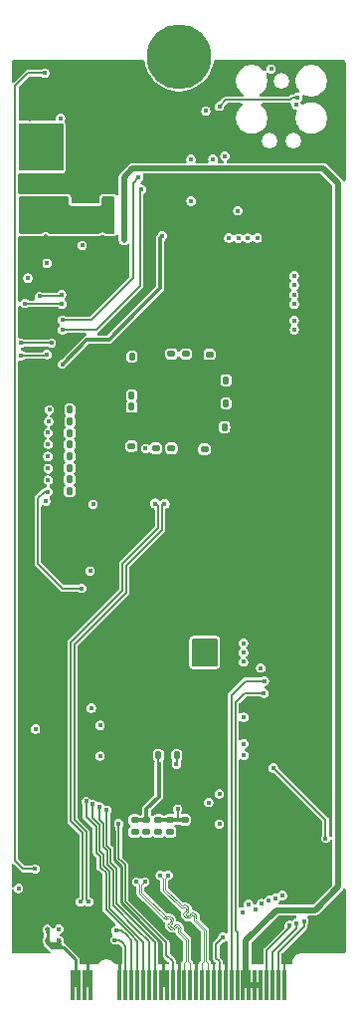
<source format=gbr>
%TF.GenerationSoftware,KiCad,Pcbnew,9.0.2*%
%TF.CreationDate,2026-02-15T00:41:27+01:00*%
%TF.ProjectId,BladeCore-M54,426c6164-6543-46f7-9265-2d4d35342e6b,rev?*%
%TF.SameCoordinates,Original*%
%TF.FileFunction,Copper,L6,Bot*%
%TF.FilePolarity,Positive*%
%FSLAX46Y46*%
G04 Gerber Fmt 4.6, Leading zero omitted, Abs format (unit mm)*
G04 Created by KiCad (PCBNEW 9.0.2) date 2026-02-15 00:41:27*
%MOMM*%
%LPD*%
G01*
G04 APERTURE LIST*
G04 Aperture macros list*
%AMRoundRect*
0 Rectangle with rounded corners*
0 $1 Rounding radius*
0 $2 $3 $4 $5 $6 $7 $8 $9 X,Y pos of 4 corners*
0 Add a 4 corners polygon primitive as box body*
4,1,4,$2,$3,$4,$5,$6,$7,$8,$9,$2,$3,0*
0 Add four circle primitives for the rounded corners*
1,1,$1+$1,$2,$3*
1,1,$1+$1,$4,$5*
1,1,$1+$1,$6,$7*
1,1,$1+$1,$8,$9*
0 Add four rect primitives between the rounded corners*
20,1,$1+$1,$2,$3,$4,$5,0*
20,1,$1+$1,$4,$5,$6,$7,0*
20,1,$1+$1,$6,$7,$8,$9,0*
20,1,$1+$1,$8,$9,$2,$3,0*%
G04 Aperture macros list end*
%TA.AperFunction,ComponentPad*%
%ADD10C,0.600000*%
%TD*%
%TA.AperFunction,SMDPad,CuDef*%
%ADD11R,2.400000X1.650000*%
%TD*%
%TA.AperFunction,SMDPad,CuDef*%
%ADD12R,0.350000X2.500000*%
%TD*%
%TA.AperFunction,ComponentPad*%
%ADD13C,5.500000*%
%TD*%
%TA.AperFunction,HeatsinkPad*%
%ADD14C,0.425000*%
%TD*%
%TA.AperFunction,SMDPad,CuDef*%
%ADD15RoundRect,0.135000X0.185000X-0.135000X0.185000X0.135000X-0.185000X0.135000X-0.185000X-0.135000X0*%
%TD*%
%TA.AperFunction,SMDPad,CuDef*%
%ADD16RoundRect,0.140000X-0.170000X0.140000X-0.170000X-0.140000X0.170000X-0.140000X0.170000X0.140000X0*%
%TD*%
%TA.AperFunction,SMDPad,CuDef*%
%ADD17RoundRect,0.140000X0.170000X-0.140000X0.170000X0.140000X-0.170000X0.140000X-0.170000X-0.140000X0*%
%TD*%
%TA.AperFunction,SMDPad,CuDef*%
%ADD18RoundRect,0.140000X-0.140000X-0.170000X0.140000X-0.170000X0.140000X0.170000X-0.140000X0.170000X0*%
%TD*%
%TA.AperFunction,SMDPad,CuDef*%
%ADD19RoundRect,0.140000X0.140000X0.170000X-0.140000X0.170000X-0.140000X-0.170000X0.140000X-0.170000X0*%
%TD*%
%TA.AperFunction,SMDPad,CuDef*%
%ADD20RoundRect,0.135000X-0.185000X0.135000X-0.185000X-0.135000X0.185000X-0.135000X0.185000X0.135000X0*%
%TD*%
%TA.AperFunction,ViaPad*%
%ADD21C,0.450000*%
%TD*%
%TA.AperFunction,ViaPad*%
%ADD22C,0.400000*%
%TD*%
%TA.AperFunction,Conductor*%
%ADD23C,0.174000*%
%TD*%
%TA.AperFunction,Conductor*%
%ADD24C,0.250000*%
%TD*%
%TA.AperFunction,Conductor*%
%ADD25C,0.150000*%
%TD*%
%TA.AperFunction,Conductor*%
%ADD26C,0.157700*%
%TD*%
%TA.AperFunction,Conductor*%
%ADD27C,0.090000*%
%TD*%
%TA.AperFunction,Conductor*%
%ADD28C,0.400000*%
%TD*%
%TA.AperFunction,Conductor*%
%ADD29C,0.200000*%
%TD*%
%TA.AperFunction,Conductor*%
%ADD30C,0.350000*%
%TD*%
%TA.AperFunction,Conductor*%
%ADD31C,0.300000*%
%TD*%
%TA.AperFunction,Conductor*%
%ADD32C,0.500000*%
%TD*%
G04 APERTURE END LIST*
D10*
%TO.P,IC7,11,PAD*%
%TO.N,GND*%
X5890000Y68620000D03*
X7610000Y68620000D03*
X6750000Y69100000D03*
D11*
X6750000Y69100000D03*
D10*
X5890000Y69580000D03*
X7610000Y69580000D03*
%TD*%
D12*
%TO.P,J1,2,2*%
%TO.N,GND*%
X23675000Y1845000D03*
%TO.P,J1,4,4*%
%TO.N,/Block Diagram/Microcontroller/GPIO27*%
X23175000Y1845000D03*
%TO.P,J1,6,6*%
%TO.N,/Block Diagram/Microcontroller/GPIO26*%
X22675000Y1845000D03*
%TO.P,J1,8,8*%
%TO.N,/Block Diagram/Microcontroller/GPIO25*%
X22175000Y1845000D03*
%TO.P,J1,10,10*%
%TO.N,Net-(JP1-C)*%
X21675000Y1845000D03*
%TO.P,J1,12,12*%
X21175000Y1845000D03*
%TO.P,J1,14,14*%
X20675000Y1845000D03*
%TO.P,J1,16,16*%
X20175000Y1845000D03*
%TO.P,J1,18,18*%
%TO.N,/Block Diagram/LINK_LED*%
X19675000Y1845000D03*
%TO.P,J1,20,20*%
%TO.N,/Block Diagram/ACT_LED*%
X19175000Y1845000D03*
%TO.P,J1,22,22*%
%TO.N,GND*%
X18675000Y1845000D03*
%TO.P,J1,24,24*%
%TO.N,/Block Diagram/TCT*%
X18175000Y1845000D03*
%TO.P,J1,26,26*%
%TO.N,GND*%
X17675000Y1845000D03*
%TO.P,J1,28,28*%
%TO.N,/Block Diagram/RD_P*%
X17175000Y1845000D03*
%TO.P,J1,30,30*%
%TO.N,/Block Diagram/RD_N*%
X16675000Y1845000D03*
%TO.P,J1,32,32*%
%TO.N,GND*%
X16175000Y1845000D03*
%TO.P,J1,34,34*%
%TO.N,/Block Diagram/TD_P*%
X15675000Y1845000D03*
%TO.P,J1,36,36*%
%TO.N,/Block Diagram/TD_N*%
X15175000Y1845000D03*
%TO.P,J1,38,38*%
%TO.N,GND*%
X14675000Y1845000D03*
%TO.P,J1,40,40*%
%TO.N,/Block Diagram/RCT*%
X14175000Y1845000D03*
%TO.P,J1,42,42*%
%TO.N,GND*%
X13675000Y1845000D03*
%TO.P,J1,44,44*%
X13175000Y1845000D03*
%TO.P,J1,46,46*%
%TO.N,/Block Diagram/Microcontroller/ADC0*%
X12675000Y1845000D03*
%TO.P,J1,48,48*%
%TO.N,/Block Diagram/Microcontroller/ADC1*%
X12175000Y1845000D03*
%TO.P,J1,50,50*%
%TO.N,/Block Diagram/Microcontroller/ADC2*%
X11675000Y1845000D03*
%TO.P,J1,52,52*%
%TO.N,/Block Diagram/Microcontroller/ADC3*%
X11175000Y1845000D03*
%TO.P,J1,54,54*%
%TO.N,/Block Diagram/Microcontroller/ADC4*%
X10675000Y1845000D03*
%TO.P,J1,56,56*%
%TO.N,/Block Diagram/Microcontroller/ADC5*%
X10175000Y1845000D03*
%TO.P,J1,58,58*%
%TO.N,GND*%
X9675000Y1845000D03*
%TO.P,J1,68,68*%
X7175000Y1845000D03*
%TO.P,J1,70,70*%
X6675000Y1845000D03*
%TO.P,J1,72,72*%
%TO.N,VBUS*%
X6175000Y1845000D03*
%TO.P,J1,74,74*%
X5675000Y1845000D03*
D13*
%TO.P,J1,SH1*%
%TO.N,N/C*%
X14721447Y80765000D03*
%TD*%
D14*
%TO.P,IC1,81,GND*%
%TO.N,GND*%
X15529212Y50595788D03*
X15529212Y51445788D03*
X15529212Y52295788D03*
X14679212Y50595788D03*
X14679212Y51445788D03*
X14679212Y52295788D03*
X13829212Y50595788D03*
X13829212Y51445788D03*
X13829212Y52295788D03*
%TD*%
D15*
%TO.P,R48,1*%
%TO.N,/Block Diagram/Ethernet Interface/RDN_R_N*%
X12970000Y14850000D03*
%TO.P,R48,2*%
%TO.N,/Block Diagram/RCT*%
X12970000Y15870000D03*
%TD*%
D16*
%TO.P,C14,1*%
%TO.N,+1V1*%
X14079212Y55470788D03*
%TO.P,C14,2*%
%TO.N,GND*%
X14079212Y54510788D03*
%TD*%
%TO.P,C4,1*%
%TO.N,+3.3V*%
X15304212Y55470788D03*
%TO.P,C4,2*%
%TO.N,GND*%
X15304212Y54510788D03*
%TD*%
%TO.P,C3,1*%
%TO.N,+3.3V*%
X17304212Y55445788D03*
%TO.P,C3,2*%
%TO.N,GND*%
X17304212Y54485788D03*
%TD*%
D17*
%TO.P,C8,1*%
%TO.N,+3.3V*%
X10679212Y47640788D03*
%TO.P,C8,2*%
%TO.N,GND*%
X10679212Y48600788D03*
%TD*%
D18*
%TO.P,C7,1*%
%TO.N,+3.3V*%
X10694212Y51945788D03*
%TO.P,C7,2*%
%TO.N,GND*%
X11654212Y51945788D03*
%TD*%
%TO.P,C5,1*%
%TO.N,+3.3V*%
X10699212Y55245788D03*
%TO.P,C5,2*%
%TO.N,GND*%
X11659212Y55245788D03*
%TD*%
D15*
%TO.P,R49,1*%
%TO.N,/Block Diagram/Ethernet Interface/RDN_R_P*%
X13970000Y14860000D03*
%TO.P,R49,2*%
%TO.N,/Block Diagram/RCT*%
X13970000Y15880000D03*
%TD*%
D18*
%TO.P,C15,1*%
%TO.N,+1V1*%
X10694212Y50995788D03*
%TO.P,C15,2*%
%TO.N,GND*%
X11654212Y50995788D03*
%TD*%
D19*
%TO.P,C31,1*%
%TO.N,Net-(IC1B-GPIO46{slash}ADC6)*%
X5404212Y44820788D03*
%TO.P,C31,2*%
%TO.N,GND*%
X4444212Y44820788D03*
%TD*%
%TO.P,C27,1*%
%TO.N,Net-(IC1B-GPIO42{slash}ADC2)*%
X5409212Y48770788D03*
%TO.P,C27,2*%
%TO.N,GND*%
X4449212Y48770788D03*
%TD*%
D17*
%TO.P,C9,1*%
%TO.N,+3.3V*%
X14079212Y47465788D03*
%TO.P,C9,2*%
%TO.N,GND*%
X14079212Y48425788D03*
%TD*%
D19*
%TO.P,C32,1*%
%TO.N,Net-(IC1B-GPIO47{slash}ADC7)*%
X5404212Y43845788D03*
%TO.P,C32,2*%
%TO.N,GND*%
X4444212Y43845788D03*
%TD*%
D20*
%TO.P,R38,1*%
%TO.N,+3.3VP*%
X10950000Y15870000D03*
%TO.P,R38,2*%
%TO.N,/Block Diagram/Ethernet Interface/TDN_R_N*%
X10950000Y14850000D03*
%TD*%
D19*
%TO.P,C1,1*%
%TO.N,+3.3V*%
X18589212Y49270788D03*
%TO.P,C1,2*%
%TO.N,GND*%
X17629212Y49270788D03*
%TD*%
D16*
%TO.P,C37,1*%
%TO.N,/Block Diagram/RCT*%
X15190000Y15880000D03*
%TO.P,C37,2*%
%TO.N,GND*%
X15190000Y14920000D03*
%TD*%
D18*
%TO.P,C43,1*%
%TO.N,+3.3VP*%
X14520000Y21350000D03*
%TO.P,C43,2*%
%TO.N,GND*%
X15480000Y21350000D03*
%TD*%
D19*
%TO.P,C13,1*%
%TO.N,+1V1*%
X18734212Y51270788D03*
%TO.P,C13,2*%
%TO.N,GND*%
X17774212Y51270788D03*
%TD*%
%TO.P,C2,1*%
%TO.N,+3.3V*%
X18734212Y53245788D03*
%TO.P,C2,2*%
%TO.N,GND*%
X17774212Y53245788D03*
%TD*%
D20*
%TO.P,R37,1*%
%TO.N,+3.3VP*%
X11960000Y15870000D03*
%TO.P,R37,2*%
%TO.N,/Block Diagram/Ethernet Interface/TDN_R_P*%
X11960000Y14850000D03*
%TD*%
D19*
%TO.P,C30,1*%
%TO.N,Net-(IC1B-GPIO45{slash}ADC5)*%
X5409212Y45795788D03*
%TO.P,C30,2*%
%TO.N,GND*%
X4449212Y45795788D03*
%TD*%
%TO.P,C26,1*%
%TO.N,Net-(IC1B-GPIO41{slash}ADC1)*%
X5429212Y49745788D03*
%TO.P,C26,2*%
%TO.N,GND*%
X4469212Y49745788D03*
%TD*%
D17*
%TO.P,C16,1*%
%TO.N,+1V1*%
X12754212Y47465788D03*
%TO.P,C16,2*%
%TO.N,GND*%
X12754212Y48425788D03*
%TD*%
D19*
%TO.P,C25,1*%
%TO.N,Net-(IC1B-GPIO40{slash}ADC0)*%
X5429212Y50720788D03*
%TO.P,C25,2*%
%TO.N,GND*%
X4469212Y50720788D03*
%TD*%
D17*
%TO.P,C10,1*%
%TO.N,+3.3V*%
X16879212Y47390788D03*
%TO.P,C10,2*%
%TO.N,GND*%
X16879212Y48350788D03*
%TD*%
D19*
%TO.P,C28,1*%
%TO.N,Net-(IC1B-GPIO43{slash}ADC3)*%
X5404212Y47770788D03*
%TO.P,C28,2*%
%TO.N,GND*%
X4444212Y47770788D03*
%TD*%
%TO.P,C29,1*%
%TO.N,Net-(IC1B-GPIO44{slash}ADC4)*%
X5404212Y46770788D03*
%TO.P,C29,2*%
%TO.N,GND*%
X4444212Y46770788D03*
%TD*%
%TO.P,C48,1*%
%TO.N,+3.3VP*%
X12980000Y21350000D03*
%TO.P,C48,2*%
%TO.N,GND*%
X12020000Y21350000D03*
%TD*%
D21*
%TO.N,USB_RP_D-*%
X12676013Y42759449D03*
%TO.N,USB_RP_D+*%
X13484743Y42748112D03*
D22*
%TO.N,GND*%
X7500000Y64725000D03*
X16000000Y23100000D03*
X9150000Y58100000D03*
X22000000Y23600000D03*
X18410000Y4640000D03*
X5200000Y12375000D03*
X17375000Y67650000D03*
X8700000Y7200000D03*
X19750000Y32350000D03*
X10832300Y11175305D03*
X14450000Y33700000D03*
X13850000Y41550000D03*
X26275000Y70600000D03*
X17250000Y16350000D03*
X3650000Y57400000D03*
X21000000Y19100000D03*
X15350000Y31075000D03*
X14139098Y4610031D03*
X6750000Y62900000D03*
X26000000Y7100000D03*
X27200000Y10500000D03*
X6000000Y78500000D03*
X17750000Y34600000D03*
X12000000Y20600000D03*
X17000000Y14100000D03*
X12600000Y72150000D03*
X18000000Y19100000D03*
X16875000Y75275000D03*
X12325000Y55250000D03*
X8400000Y20500000D03*
X26250000Y69300000D03*
X26350000Y66400000D03*
X12475000Y64200000D03*
X14000000Y25100000D03*
X28000000Y5100000D03*
X8850000Y78550000D03*
X20600000Y58600000D03*
X3300000Y10100000D03*
X9700000Y62000000D03*
X6925000Y21100000D03*
X23200000Y31350000D03*
X8100000Y28200000D03*
X4050000Y64700000D03*
X23725000Y68675000D03*
X21420000Y4640000D03*
X1800000Y5225000D03*
X17325000Y66425000D03*
X10134212Y45020788D03*
X14480000Y70270000D03*
X9250000Y19600000D03*
X21750000Y70350000D03*
X17600000Y28150000D03*
X16000000Y25100000D03*
X12100000Y11175000D03*
X26000000Y5100000D03*
X18750000Y32350000D03*
X16175000Y4650000D03*
X26275000Y69975000D03*
X17758697Y33528588D03*
X4134800Y42925000D03*
X5000000Y14100000D03*
X21750000Y67450000D03*
X21425000Y36700000D03*
X1100000Y6000000D03*
X12600000Y70250000D03*
X21980000Y24600000D03*
X7000000Y23850000D03*
X16175000Y61025000D03*
X8100000Y5625000D03*
X8000000Y38000000D03*
X14700000Y67450000D03*
X5262500Y73787500D03*
X17625000Y48525000D03*
X16750000Y23600000D03*
X16500000Y15850000D03*
X2050000Y75450000D03*
X18750000Y34600000D03*
X11650000Y52575000D03*
X16200000Y67450000D03*
X18025000Y68275000D03*
X17450000Y78350000D03*
X17750000Y32350000D03*
X12200000Y37700000D03*
X12825000Y10625000D03*
X3300000Y9050000D03*
X8925000Y38925000D03*
X23400000Y72875000D03*
X11000000Y20700000D03*
X22000000Y25600000D03*
X8100000Y34850000D03*
X28000000Y7100000D03*
X15800000Y14920000D03*
X11651527Y50326527D03*
X23725000Y69975000D03*
X1075000Y7000000D03*
X15000000Y12100000D03*
X17950000Y69325000D03*
X8500000Y72550000D03*
X18758697Y33528588D03*
X12000000Y25100000D03*
X23725000Y69325000D03*
X24900000Y67950000D03*
X10675000Y49250000D03*
X23725000Y70600000D03*
X16750000Y22100000D03*
X3700000Y54200000D03*
X3750000Y52150000D03*
X15300000Y53900000D03*
X17150000Y42300000D03*
X16550000Y54475000D03*
X18758697Y35697756D03*
X7850000Y6275000D03*
X5575000Y5525000D03*
X5900000Y77125000D03*
X5550000Y79700000D03*
X23925000Y4650000D03*
X11550000Y48225000D03*
X9425000Y4925000D03*
X17758697Y35697756D03*
X6375000Y23100000D03*
X17100000Y51275000D03*
X8225000Y65400000D03*
X8675000Y73875000D03*
X9096800Y15052936D03*
X27200000Y8100000D03*
X9150000Y31050000D03*
X21980000Y22350000D03*
X4750000Y18100000D03*
X6700000Y28800000D03*
X27250000Y72150000D03*
X21980000Y21350000D03*
X12350000Y30750000D03*
X11050000Y40400000D03*
X12776527Y49201527D03*
X16050000Y70260000D03*
X14100000Y49178200D03*
X26000000Y7100000D03*
X9650000Y75250000D03*
X19750000Y34600000D03*
X14000000Y23100000D03*
X19758697Y35697756D03*
X14075000Y53900000D03*
X19758697Y33528588D03*
X12000000Y23100000D03*
X26250000Y68675000D03*
X18850000Y28150000D03*
X11500000Y43000000D03*
X15500000Y20600000D03*
X17100000Y53250000D03*
X15190000Y14300000D03*
X11550000Y36200000D03*
X5075000Y64700000D03*
X16750000Y21100000D03*
X17600000Y74775000D03*
X14425000Y30575000D03*
X20325000Y69325000D03*
X6400000Y22125000D03*
X16562573Y49190627D03*
X8475000Y71000000D03*
X3350000Y65450000D03*
X18025000Y67000000D03*
X9850000Y28200000D03*
X9036626Y71810000D03*
X13975000Y65025000D03*
%TO.N,+5V*%
X4000000Y68100000D03*
X8475000Y67625000D03*
X3000000Y68100000D03*
X3000000Y67100000D03*
X3325000Y66375000D03*
X4000000Y67100000D03*
X2000000Y68100000D03*
X2000000Y67100000D03*
X2500000Y23600000D03*
%TO.N,+3.3V*%
X8000000Y21300000D03*
X3500000Y74600000D03*
X2500000Y73600000D03*
X8000000Y23900000D03*
X15740000Y68470000D03*
X10679212Y47670788D03*
X1500000Y74600000D03*
X16200000Y30900000D03*
X18729212Y53245788D03*
X10704212Y55245788D03*
X18625000Y72300000D03*
X3500000Y73600000D03*
X2500000Y74600000D03*
X17279212Y55470788D03*
X3500000Y71600000D03*
X3375000Y42950000D03*
X7250000Y25375000D03*
X15730000Y72020000D03*
X22550000Y79700000D03*
X7394192Y42703494D03*
X10654212Y51845788D03*
X18679212Y49245788D03*
X11879212Y47445788D03*
X3480331Y63180331D03*
X1500000Y72600000D03*
X4497224Y73585855D03*
X16200000Y30100000D03*
X14054212Y47420788D03*
X2500000Y71600000D03*
X19725000Y67650000D03*
X1850000Y61925000D03*
X4500000Y71600000D03*
X16879212Y47445788D03*
X1500000Y71600000D03*
X21675000Y28775000D03*
X4625000Y75525000D03*
X6475000Y64700000D03*
X16200000Y29300000D03*
X15279212Y55470788D03*
X1500000Y73600000D03*
X4500000Y74600000D03*
%TO.N,/Block Diagram/Microcontroller Peripherals/VREF_IN*%
X7150000Y37025000D03*
X17610000Y72025000D03*
%TO.N,+1V1*%
X12679212Y47445788D03*
X14054212Y55445788D03*
X18779212Y51245788D03*
X10654212Y51045788D03*
%TO.N,/Block Diagram/Ethernet Interface/RDN_R_N*%
X12970000Y14850000D03*
%TO.N,/Block Diagram/Ethernet Interface/RDN_R_P*%
X13970000Y14850000D03*
%TO.N,+3.3VP*%
X20250000Y21350000D03*
X20230000Y24600000D03*
X14500000Y20600000D03*
X20200000Y30100000D03*
X20250000Y22350000D03*
X13000000Y20600000D03*
X20200000Y30900000D03*
X18150000Y18100000D03*
X20200000Y29300000D03*
X17250000Y17350000D03*
%TO.N,VBUS*%
X4500000Y5600000D03*
X3275000Y79350000D03*
X3500000Y5600000D03*
X2475000Y11700000D03*
X3500000Y6600000D03*
X4500000Y6600000D03*
%TO.N,/Block Diagram/Microcontroller/ADC_VUSB*%
X1050000Y10050000D03*
X3575000Y44750000D03*
%TO.N,/Block Diagram/Microcontroller Peripherals/I2C0_SCL*%
X4800000Y57550000D03*
X11525000Y69475000D03*
%TO.N,/Block Diagram/Microcontroller Peripherals/I2C0_SDA*%
X4775000Y58350000D03*
X11275000Y70450000D03*
%TO.N,HEARTBEAT*%
X13300000Y65525000D03*
X4775000Y54600000D03*
%TO.N,QSPI_SS*%
X22750000Y20300000D03*
X27200000Y14300000D03*
%TO.N,/Block Diagram/Microcontroller Peripherals/SWCLK*%
X17000000Y76125000D03*
X24708349Y76658253D03*
%TO.N,/Block Diagram/Microcontroller Peripherals/SWDIO*%
X18150000Y76525000D03*
X24825000Y77275000D03*
%TO.N,/Block Diagram/Ethernet Interface/ETH_INT*%
X1275000Y55350000D03*
X3475000Y55425000D03*
%TO.N,/Block Diagram/Ethernet Interface/ETH_RST*%
X1268533Y56400000D03*
X3850000Y56400000D03*
%TO.N,/Block Diagram/Microcontroller/ADC1*%
X3625000Y49750000D03*
X7950000Y16975000D03*
%TO.N,/Block Diagram/Microcontroller/ADC2*%
X3575000Y48775000D03*
X7350000Y17200000D03*
%TO.N,/Block Diagram/Microcontroller/ADC3*%
X6800000Y17450000D03*
X3575000Y47800000D03*
%TO.N,/Block Diagram/Microcontroller/ADC4*%
X3550000Y46775000D03*
X9350000Y6475000D03*
%TO.N,/Block Diagram/Microcontroller/ADC5*%
X9250000Y5675000D03*
X3575000Y45750000D03*
%TO.N,/Block Diagram/Microcontroller Peripherals/ADC_VREF*%
X3575000Y43775000D03*
X6430000Y35550000D03*
%TO.N,/Block Diagram/Microcontroller/GPIO18*%
X20100000Y8025000D03*
X24540000Y57550000D03*
%TO.N,/Block Diagram/Microcontroller/GPIO19*%
X24530000Y58330000D03*
X20625000Y8700000D03*
%TO.N,/Block Diagram/Microcontroller/GPIO22*%
X22375000Y9025000D03*
X24530000Y61330000D03*
%TO.N,/Block Diagram/Microcontroller/GPIO23*%
X22950000Y9200000D03*
X24520000Y62120000D03*
%TO.N,/Block Diagram/Microcontroller/GPIO20*%
X21200000Y8247545D03*
X24520000Y59730000D03*
%TO.N,/Block Diagram/Microcontroller/GPIO21*%
X21750000Y8750000D03*
X24510000Y60520000D03*
%TO.N,/Block Diagram/Microcontroller/GPIO27*%
X25360000Y7275000D03*
X18970000Y65330000D03*
%TO.N,/Block Diagram/Microcontroller/GPIO25*%
X20554212Y65320788D03*
X24120000Y6900000D03*
%TO.N,/Block Diagram/Microcontroller/GPIO24*%
X21380000Y65330000D03*
X23525000Y9450000D03*
%TO.N,/Block Diagram/Microcontroller/GPIO26*%
X24710000Y7100000D03*
X19760000Y65310000D03*
%TO.N,/Block Diagram/Microcontroller/ADC0*%
X3675000Y50725000D03*
X8575000Y16700000D03*
%TO.N,/Block Diagram/Ethernet Interface/TDN_R_P*%
X11960000Y14850000D03*
%TO.N,/Block Diagram/Ethernet Interface/TDN_R_N*%
X10950000Y14850000D03*
%TO.N,Net-(IC1B-GPIO40{slash}ADC0)*%
X5425728Y50817350D03*
%TO.N,Net-(IC1B-GPIO41{slash}ADC1)*%
X5465409Y49791321D03*
%TO.N,Net-(IC1B-GPIO42{slash}ADC2)*%
X5448403Y48793636D03*
%TO.N,Net-(IC1B-GPIO43{slash}ADC3)*%
X5414391Y47807288D03*
%TO.N,Net-(IC1B-GPIO44{slash}ADC4)*%
X5397385Y46798265D03*
%TO.N,Net-(IC1B-GPIO45{slash}ADC5)*%
X5397385Y45732555D03*
%TO.N,Net-(IC1B-GPIO46{slash}ADC6)*%
X5454072Y44774550D03*
%TO.N,Net-(IC1B-GPIO47{slash}ADC7)*%
X5442734Y43884569D03*
%TO.N,USB_RP_D+*%
X7025000Y8900000D03*
%TO.N,USB_RP_D-*%
X6325000Y8900000D03*
%TO.N,/Block Diagram/Ethernet Interface/SPI1_MOSI*%
X1598472Y59769841D03*
X4750000Y59725000D03*
%TO.N,/Block Diagram/Ethernet Interface/SPI1_SCLK*%
X2825000Y60375000D03*
X4725000Y60525000D03*
%TO.N,/Block Diagram/TD_P*%
X11805000Y10600000D03*
%TO.N,/Block Diagram/RCT*%
X9575000Y15550000D03*
X14600000Y16800000D03*
%TO.N,/Block Diagram/TD_N*%
X11105000Y10600000D03*
%TO.N,/Block Diagram/RD_P*%
X13815000Y11175000D03*
%TO.N,/Block Diagram/TCT*%
X18150000Y15525000D03*
X18446800Y5900000D03*
%TO.N,/Block Diagram/LINK_LED*%
X21950000Y26650000D03*
%TO.N,/Block Diagram/ACT_LED*%
X21975000Y27675000D03*
%TO.N,Net-(JP1-C)*%
X10025000Y65725000D03*
X10025000Y66250000D03*
X10025000Y65175000D03*
%TO.N,/Block Diagram/RD_N*%
X13115000Y11175000D03*
%TD*%
D23*
%TO.N,GND*%
X17450000Y3950000D02*
X17450000Y9650000D01*
X17450000Y9650000D02*
X15000000Y12100000D01*
X17675000Y3725000D02*
X17450000Y3950000D01*
X17675000Y1845000D02*
X17675000Y3725000D01*
D24*
X10550000Y10893005D02*
X10832300Y11175305D01*
X14175000Y5525000D02*
X10550000Y9150000D01*
X14175000Y4645933D02*
X14175000Y5525000D01*
X14139098Y4610031D02*
X14175000Y4645933D01*
X14139098Y4610031D02*
X14139098Y4560902D01*
X10550000Y9150000D02*
X10550000Y10893005D01*
X14675000Y4025000D02*
X14675000Y1845000D01*
X14139098Y4560902D02*
X14675000Y4025000D01*
D25*
%TO.N,/Block Diagram/Ethernet Interface/ETH_RST*%
X3850000Y56400000D02*
X1268533Y56400000D01*
%TO.N,/Block Diagram/Ethernet Interface/SPI1_MOSI*%
X4725000Y59750000D02*
X4750000Y59725000D01*
X1618313Y59750000D02*
X4725000Y59750000D01*
X1598472Y59769841D02*
X1618313Y59750000D01*
%TO.N,/Block Diagram/Microcontroller Peripherals/SWDIO*%
X24823253Y77276747D02*
X24825000Y77275000D01*
X24159297Y77075000D02*
X24361044Y77276747D01*
X18700000Y77075000D02*
X24159297Y77075000D01*
X24361044Y77276747D02*
X24823253Y77276747D01*
X18150000Y76525000D02*
X18700000Y77075000D01*
D26*
%TO.N,USB_RP_D-*%
X6519950Y14760776D02*
X6519950Y9094950D01*
X5494950Y15785776D02*
X6519950Y14760776D01*
X5494950Y30914224D02*
X5494950Y15785776D01*
X9894950Y35314224D02*
X5494950Y30914224D01*
X12937465Y40656739D02*
X9894950Y37614224D01*
X12937465Y42614031D02*
X12937465Y40656739D01*
X12693020Y42742442D02*
X12809054Y42742442D01*
X12676013Y42759449D02*
X12693020Y42742442D01*
X9894950Y37614224D02*
X9894950Y35314224D01*
X6519950Y9094950D02*
X6325000Y8900000D01*
X12809054Y42742442D02*
X12937465Y42614031D01*
%TO.N,USB_RP_D+*%
X6830050Y9094950D02*
X7025000Y8900000D01*
X6830050Y14889224D02*
X6830050Y9094950D01*
X5805050Y15914224D02*
X6830050Y14889224D01*
X5805050Y30785776D02*
X5805050Y15914224D01*
X10205050Y35185776D02*
X5805050Y30785776D01*
X13247565Y40528291D02*
X10205050Y37485776D01*
X13247565Y42614031D02*
X13247565Y40528291D01*
X13387314Y42753780D02*
X13247565Y42614031D01*
X13479075Y42753780D02*
X13387314Y42753780D01*
X13484743Y42748112D02*
X13479075Y42753780D01*
X10205050Y37485776D02*
X10205050Y35185776D01*
D25*
%TO.N,Net-(IC1B-GPIO41{slash}ADC1)*%
X5429212Y49755124D02*
X5465409Y49791321D01*
X5429212Y49745788D02*
X5429212Y49755124D01*
%TO.N,Net-(IC1B-GPIO42{slash}ADC2)*%
X5425555Y48770788D02*
X5409212Y48770788D01*
X5448403Y48793636D02*
X5425555Y48770788D01*
%TO.N,Net-(IC1B-GPIO46{slash}ADC6)*%
X5412000Y44820788D02*
X5404212Y44820788D01*
X5454072Y44778716D02*
X5412000Y44820788D01*
X5454072Y44774550D02*
X5454072Y44778716D01*
%TO.N,Net-(IC1B-GPIO43{slash}ADC3)*%
X5404212Y47797109D02*
X5404212Y47770788D01*
X5414391Y47807288D02*
X5404212Y47797109D01*
D27*
%TO.N,/Block Diagram/RD_N*%
X15177927Y7684671D02*
G75*
G02*
X15177968Y8016970I166173J166129D01*
G01*
%TO.N,/Block Diagram/RD_P*%
X15510269Y8094792D02*
G75*
G03*
X15510307Y8427170I-166169J166208D01*
G01*
X16047671Y7889731D02*
G75*
G03*
X15715331Y7889731I-166170J-166170D01*
G01*
%TO.N,/Block Diagram/RD_N*%
X15920392Y7762451D02*
G75*
G03*
X15842610Y7762451I-38891J-38892D01*
G01*
X15177928Y8427133D02*
G75*
G02*
X14845587Y8427133I-166170J166171D01*
G01*
X15255709Y8427133D02*
G75*
G03*
X15177929Y8427133I-38890J-38890D01*
G01*
%TO.N,/Block Diagram/RD_P*%
X15382989Y8554413D02*
G75*
G03*
X15050649Y8554413I-166170J-166170D01*
G01*
%TO.N,/Block Diagram/RD_N*%
X15382989Y8222072D02*
G75*
G03*
X15383027Y8299890I-38889J38928D01*
G01*
%TO.N,/Block Diagram/RD_P*%
X16174953Y7352326D02*
G75*
G02*
X16174970Y7430091I38847J38874D01*
G01*
%TO.N,/Block Diagram/RD_N*%
X16047674Y7225047D02*
G75*
G02*
X16047691Y7557370I166126J166153D01*
G01*
X16047674Y7557387D02*
G75*
G03*
X16047696Y7635191I-38874J38913D01*
G01*
%TO.N,/Block Diagram/RD_P*%
X16174953Y7430108D02*
G75*
G03*
X16174975Y7762471I-166153J166192D01*
G01*
X15510269Y7684670D02*
G75*
G02*
X15432510Y7684690I-38869J38930D01*
G01*
%TO.N,/Block Diagram/RD_N*%
X15637551Y7557388D02*
G75*
G02*
X15305228Y7557408I-166151J166212D01*
G01*
%TO.N,/Block Diagram/RD_P*%
X15305207Y7811951D02*
G75*
G02*
X15305249Y7889691I38893J38849D01*
G01*
X15050649Y8554413D02*
G75*
G02*
X14972867Y8554413I-38891J38892D01*
G01*
%TO.N,/Block Diagram/RD_N*%
X13375000Y10915000D02*
X13115000Y11175000D01*
X16675000Y3720001D02*
X16835000Y3880001D01*
%TO.N,/Block Diagram/RD_P*%
X15407738Y7992262D02*
X15446629Y8031153D01*
%TO.N,/Block Diagram/RD_N*%
X14845587Y8427133D02*
X14718309Y8554412D01*
X15305209Y7557389D02*
X15177927Y7684671D01*
%TO.N,/Block Diagram/RD_P*%
X14972867Y8554413D02*
X14845588Y8681691D01*
%TO.N,/Block Diagram/RD_N*%
X16675000Y1845000D02*
X16675000Y3720001D01*
%TO.N,/Block Diagram/RD_P*%
X15510269Y8427133D02*
X15382989Y8554413D01*
X15676440Y7850841D02*
X15612800Y7787201D01*
%TO.N,/Block Diagram/RD_N*%
X13375000Y9897720D02*
X13375000Y10250218D01*
X15216816Y8055903D02*
X15280456Y8119543D01*
%TO.N,/Block Diagram/RD_P*%
X15612800Y7787201D02*
X15612801Y7787199D01*
X15344096Y7928625D02*
X15407736Y7992265D01*
X15446629Y8031153D02*
X15510269Y8094792D01*
%TO.N,/Block Diagram/RD_N*%
X15842610Y7762451D02*
X15803719Y7723561D01*
X15280459Y8119541D02*
X15319350Y8158432D01*
X15319350Y8158432D02*
X15382989Y8222072D01*
%TO.N,/Block Diagram/RD_P*%
X15432489Y7684669D02*
X15305207Y7811951D01*
%TO.N,/Block Diagram/RD_N*%
X15740079Y7659921D02*
X15740080Y7659920D01*
X16047674Y7635169D02*
X15920392Y7762451D01*
X13375000Y10250218D02*
X13375000Y10915000D01*
X16835000Y3880001D02*
X16835000Y6437720D01*
X14718309Y8554412D02*
X13375000Y9897720D01*
X16047674Y7225046D02*
X16047674Y7225047D01*
X16835000Y6437720D02*
X16047674Y7225046D01*
%TO.N,/Block Diagram/RD_P*%
X13555000Y9972280D02*
X13555000Y10250218D01*
X15305207Y7889733D02*
X15344096Y7928625D01*
X15549161Y7723559D02*
X15510269Y7684670D01*
X16174954Y7352326D02*
X16174953Y7352326D01*
X15612801Y7787199D02*
X15549161Y7723559D01*
X17015000Y6512280D02*
X16174954Y7352326D01*
X17175000Y3720001D02*
X17015000Y3880001D01*
%TO.N,/Block Diagram/RD_N*%
X15177927Y8017011D02*
X15216816Y8055903D01*
%TO.N,/Block Diagram/RD_P*%
X15407736Y7992265D02*
X15407738Y7992262D01*
X16174953Y7762449D02*
X16047671Y7889731D01*
X17175000Y1845000D02*
X17175000Y3720001D01*
%TO.N,/Block Diagram/RD_N*%
X15803719Y7723561D02*
X15740079Y7659921D01*
X15280456Y8119543D02*
X15280459Y8119541D01*
%TO.N,/Block Diagram/RD_P*%
X13555000Y10250218D02*
X13555000Y10915000D01*
%TO.N,/Block Diagram/RD_N*%
X15740080Y7659920D02*
X15676442Y7596279D01*
X15676442Y7596279D02*
X15637551Y7557388D01*
%TO.N,/Block Diagram/RD_P*%
X13555000Y10915000D02*
X13815000Y11175000D01*
X17015000Y3880001D02*
X17015000Y6512280D01*
%TO.N,/Block Diagram/RD_N*%
X15382989Y8299853D02*
X15255709Y8427133D01*
%TO.N,/Block Diagram/RD_P*%
X14845588Y8681691D02*
X13555000Y9972280D01*
X15715331Y7889731D02*
X15676440Y7850841D01*
%TO.N,/Block Diagram/TD_P*%
X13709331Y7595731D02*
G75*
G02*
X13631549Y7595731I-38891J38892D01*
G01*
X14833635Y6393644D02*
G75*
G02*
X14833670Y6471391I38865J38856D01*
G01*
%TO.N,/Block Diagram/TD_N*%
X14706356Y6266365D02*
G75*
G02*
X14706391Y6598670I166144J166135D01*
G01*
X13914391Y7468451D02*
G75*
G03*
X13836611Y7468451I-38890J-38890D01*
G01*
X14041671Y7263390D02*
G75*
G03*
X14041691Y7341191I-38871J38910D01*
G01*
%TO.N,/Block Diagram/TD_P*%
X14833635Y6471426D02*
G75*
G03*
X14833639Y6803771I-166135J166174D01*
G01*
X14706353Y6931049D02*
G75*
G03*
X14374013Y6931049I-166170J-166170D01*
G01*
%TO.N,/Block Diagram/TD_N*%
X14296233Y6598706D02*
G75*
G02*
X13963928Y6598744I-166133J166194D01*
G01*
X13836609Y6725989D02*
G75*
G02*
X13836568Y7058370I166191J166211D01*
G01*
X13836610Y7468451D02*
G75*
G02*
X13504269Y7468450I-166171J166171D01*
G01*
X14579074Y6803769D02*
G75*
G03*
X14501292Y6803769I-38891J-38892D01*
G01*
X14706356Y6598705D02*
G75*
G03*
X14706360Y6676491I-38856J38895D01*
G01*
%TO.N,/Block Diagram/TD_P*%
X14168951Y6725988D02*
G75*
G02*
X14091210Y6726026I-38851J38912D01*
G01*
X14041671Y7595731D02*
G75*
G03*
X13709331Y7595731I-166170J-166170D01*
G01*
X13963889Y6853269D02*
G75*
G02*
X13963849Y6931091I38911J38931D01*
G01*
X14168951Y7136110D02*
G75*
G03*
X14168971Y7468471I-166151J166190D01*
G01*
%TO.N,/Block Diagram/TD_N*%
X11360000Y9612720D02*
X11360000Y10345000D01*
X13875498Y7097221D02*
X13939138Y7160861D01*
X13504269Y7468451D02*
X13376991Y7595730D01*
%TO.N,/Block Diagram/TD_P*%
X14271482Y6828519D02*
X14271483Y6828517D01*
%TO.N,/Block Diagram/TD_N*%
X11360000Y10345000D02*
X11105000Y10600000D01*
%TO.N,/Block Diagram/TD_P*%
X14105311Y7072471D02*
X14168951Y7136110D01*
%TO.N,/Block Diagram/TD_N*%
X14706356Y6676487D02*
X14579074Y6803769D01*
X15175000Y3720001D02*
X15335000Y3880001D01*
X11874857Y9097863D02*
X11360000Y9612720D01*
X15335000Y3880001D02*
X15335000Y5637720D01*
X15175000Y1845000D02*
X15175000Y3720001D01*
%TO.N,/Block Diagram/TD_P*%
X14168951Y7468451D02*
X14041671Y7595731D01*
X11540000Y10335000D02*
X11805000Y10600000D01*
X14066420Y7033580D02*
X14105311Y7072471D01*
%TO.N,/Block Diagram/TD_N*%
X14041671Y7341171D02*
X13914391Y7468451D01*
%TO.N,/Block Diagram/TD_P*%
X14207843Y6764877D02*
X14168951Y6725988D01*
X14374013Y6931049D02*
X14335122Y6892159D01*
%TO.N,/Block Diagram/TD_N*%
X13376991Y7595730D02*
X11874857Y9097863D01*
X14398761Y6701239D02*
X14398762Y6701238D01*
%TO.N,/Block Diagram/TD_P*%
X14335122Y6892159D02*
X14271482Y6828519D01*
%TO.N,/Block Diagram/TD_N*%
X14501292Y6803769D02*
X14462401Y6764879D01*
X13963891Y6598707D02*
X13836609Y6725989D01*
%TO.N,/Block Diagram/TD_P*%
X14271483Y6828517D02*
X14207843Y6764877D01*
%TO.N,/Block Diagram/TD_N*%
X13836609Y7058329D02*
X13875498Y7097221D01*
%TO.N,/Block Diagram/TD_P*%
X14002778Y6969943D02*
X14066418Y7033583D01*
%TO.N,/Block Diagram/TD_N*%
X14398762Y6701238D02*
X14335124Y6637597D01*
X14335124Y6637597D02*
X14296233Y6598706D01*
%TO.N,/Block Diagram/TD_P*%
X13504270Y7723009D02*
X12002137Y9225143D01*
%TO.N,/Block Diagram/TD_N*%
X14706356Y6266364D02*
X14706356Y6266365D01*
%TO.N,/Block Diagram/TD_P*%
X12002137Y9225143D02*
X11540000Y9687280D01*
X14833635Y6803767D02*
X14706353Y6931049D01*
X14833636Y6393644D02*
X14833635Y6393644D01*
X11540000Y9687280D02*
X11540000Y10335000D01*
X15515000Y5712280D02*
X14833636Y6393644D01*
X13631549Y7595731D02*
X13504270Y7723009D01*
X15675000Y3720001D02*
X15515000Y3880001D01*
%TO.N,/Block Diagram/TD_N*%
X13939138Y7160861D02*
X13939141Y7160859D01*
X14462401Y6764879D02*
X14398761Y6701239D01*
%TO.N,/Block Diagram/TD_P*%
X13963889Y6931051D02*
X14002778Y6969943D01*
X14066418Y7033583D02*
X14066420Y7033580D01*
X15515000Y3880001D02*
X15515000Y5712280D01*
%TO.N,/Block Diagram/TD_N*%
X13978032Y7199750D02*
X14041671Y7263390D01*
%TO.N,/Block Diagram/TD_P*%
X14091171Y6725987D02*
X13963889Y6853269D01*
X15675000Y1845000D02*
X15675000Y3720001D01*
%TO.N,/Block Diagram/TD_N*%
X15335000Y5637720D02*
X14706356Y6266364D01*
X13939141Y7160859D02*
X13978032Y7199750D01*
D25*
%TO.N,GND*%
X12020000Y21350000D02*
X12020000Y20620000D01*
D24*
X7850000Y8935800D02*
X7185800Y9600000D01*
X11068069Y7543069D02*
X9775000Y8836138D01*
X7185800Y9600000D02*
X7185800Y14125000D01*
D28*
X12754212Y49179212D02*
X12776527Y49201527D01*
D25*
X12825000Y9575000D02*
X16175000Y6225000D01*
D28*
X11654212Y52570788D02*
X11654212Y51945788D01*
X14079212Y48425788D02*
X14079212Y49157412D01*
X17104212Y51270788D02*
X17100000Y51275000D01*
X11659212Y55245788D02*
X12320788Y55245788D01*
X16879212Y48350788D02*
X16879212Y48873988D01*
X12320788Y55245788D02*
X12325000Y55250000D01*
X17304212Y54485788D02*
X16560788Y54485788D01*
D25*
X12825000Y10625000D02*
X12825000Y9575000D01*
D28*
X17450788Y48350788D02*
X17625000Y48525000D01*
D24*
X6675000Y1845000D02*
X6925000Y1845000D01*
D25*
X16175000Y6225000D02*
X16175000Y4650000D01*
D28*
X16879212Y48873988D02*
X16562573Y49190627D01*
X15304212Y53904212D02*
X15300000Y53900000D01*
D24*
X6161190Y16061190D02*
X6160800Y16061580D01*
D29*
X23675000Y1845000D02*
X23675000Y4400000D01*
D24*
X9675000Y4675000D02*
X9425000Y4925000D01*
D28*
X10679212Y49245788D02*
X10675000Y49250000D01*
D24*
X13225000Y5386138D02*
X11068069Y7543069D01*
X9775000Y11936138D02*
X9355569Y12355569D01*
X13400000Y3700000D02*
X13300000Y3800000D01*
X6925000Y1845000D02*
X7175000Y1845000D01*
X9355569Y12355569D02*
X9247000Y12464138D01*
D25*
X15480000Y20620000D02*
X15500000Y20600000D01*
D28*
X17104212Y53245788D02*
X17100000Y53250000D01*
D24*
X13225000Y5100000D02*
X13225000Y5386138D01*
D28*
X16879212Y48350788D02*
X17450788Y48350788D01*
X11654212Y50995788D02*
X11654212Y51945788D01*
D24*
X9247000Y14902736D02*
X9096800Y15052936D01*
D28*
X11654212Y50995788D02*
X11654212Y50329212D01*
X17629212Y48529212D02*
X17625000Y48525000D01*
D24*
X6925000Y1845000D02*
X6925000Y4450000D01*
X13400000Y1845000D02*
X13675000Y1845000D01*
D28*
X10679212Y48600788D02*
X10679212Y49245788D01*
D30*
X15800000Y14920000D02*
X15190000Y14920000D01*
D28*
X17774212Y51270788D02*
X17104212Y51270788D01*
X17774212Y53245788D02*
X17104212Y53245788D01*
D30*
X15190000Y14300000D02*
X15190000Y14920000D01*
D24*
X13400000Y1845000D02*
X13400000Y3700000D01*
D28*
X11650000Y52575000D02*
X11654212Y52570788D01*
D24*
X6160800Y20335800D02*
X6925000Y21100000D01*
X7185800Y14125000D02*
X7185800Y15036580D01*
X18675000Y1845000D02*
X18675000Y4375000D01*
X7850000Y6275000D02*
X7850000Y8935800D01*
X13225000Y3875000D02*
X13225000Y5100000D01*
D28*
X14079212Y53904212D02*
X14075000Y53900000D01*
D24*
X13175000Y1845000D02*
X13400000Y1845000D01*
X13300000Y3800000D02*
X13225000Y3875000D01*
X9775000Y8836138D02*
X9775000Y10900000D01*
X6160800Y16061580D02*
X6160800Y18725000D01*
X6988126Y15234254D02*
X6161190Y16061190D01*
D25*
X15480000Y21350000D02*
X15480000Y20620000D01*
D28*
X17629212Y49270788D02*
X17629212Y48529212D01*
X15304212Y54510788D02*
X15304212Y53904212D01*
X12754212Y48425788D02*
X12754212Y49179212D01*
D24*
X9247000Y12464138D02*
X9247000Y14600000D01*
X16175000Y1845000D02*
X16175000Y4650000D01*
D28*
X11654212Y50329212D02*
X11651527Y50326527D01*
X14079212Y49157412D02*
X14100000Y49178200D01*
D24*
X18675000Y4375000D02*
X18410000Y4640000D01*
X7185800Y15036580D02*
X6988126Y15234254D01*
D28*
X14079212Y54510788D02*
X14079212Y53904212D01*
D25*
X12020000Y20620000D02*
X12000000Y20600000D01*
D24*
X9247000Y14600000D02*
X9247000Y14902736D01*
X9675000Y1845000D02*
X9675000Y4675000D01*
X9775000Y10900000D02*
X9775000Y11936138D01*
D28*
X16560788Y54485788D02*
X16550000Y54475000D01*
D24*
X6160800Y18725000D02*
X6160800Y20335800D01*
X6925000Y4450000D02*
X8100000Y5625000D01*
D29*
X23675000Y4400000D02*
X23925000Y4650000D01*
D25*
%TO.N,+3.3VP*%
X12980000Y20620000D02*
X13000000Y20600000D01*
X14520000Y20620000D02*
X14500000Y20600000D01*
D30*
X10950000Y15870000D02*
X11960000Y15870000D01*
D25*
X12980000Y21350000D02*
X12980000Y20620000D01*
D30*
X11960000Y16810000D02*
X13000000Y17850000D01*
D25*
X14520000Y21350000D02*
X14520000Y20620000D01*
D30*
X11960000Y15870000D02*
X11960000Y16810000D01*
X13000000Y17850000D02*
X13000000Y20600000D01*
D24*
%TO.N,VBUS*%
X6175000Y1845000D02*
X5925000Y1845000D01*
D25*
X775000Y74600000D02*
X749000Y74574000D01*
D24*
X4900000Y5025000D02*
X3850000Y5025000D01*
D25*
X1450000Y11700000D02*
X2475000Y11700000D01*
D24*
X5925000Y1845000D02*
X5675000Y1845000D01*
D25*
X749000Y12401000D02*
X1450000Y11700000D01*
X3275000Y79350000D02*
X1875000Y79350000D01*
D24*
X5925000Y4000000D02*
X5700000Y4225000D01*
D25*
X775000Y78250000D02*
X775000Y74600000D01*
D24*
X3850000Y5025000D02*
X3500000Y5375000D01*
D25*
X749000Y74574000D02*
X749000Y12401000D01*
X1875000Y79350000D02*
X775000Y78250000D01*
D24*
X5700000Y4225000D02*
X4900000Y5025000D01*
X3500000Y5375000D02*
X3500000Y6600000D01*
X5925000Y1845000D02*
X5925000Y4000000D01*
D25*
%TO.N,/Block Diagram/Microcontroller Peripherals/I2C0_SCL*%
X7700000Y57550000D02*
X4800000Y57550000D01*
X11525000Y69475000D02*
X11375000Y69325000D01*
X11375000Y69325000D02*
X11375000Y61225000D01*
X11375000Y61225000D02*
X7700000Y57550000D01*
%TO.N,/Block Diagram/Microcontroller Peripherals/I2C0_SDA*%
X4775000Y58350000D02*
X7225000Y58350000D01*
X9100000Y60225000D02*
X10800000Y61925000D01*
X10800000Y68100000D02*
X10800000Y69975000D01*
X7225000Y58350000D02*
X9100000Y60225000D01*
X10800000Y69975000D02*
X11275000Y70450000D01*
X10800000Y61925000D02*
X10800000Y68100000D01*
D31*
%TO.N,HEARTBEAT*%
X13125000Y65350000D02*
X13300000Y65525000D01*
X8750000Y56700000D02*
X11200000Y59150000D01*
X4775000Y54600000D02*
X6875000Y56700000D01*
X13125000Y61075000D02*
X13125000Y65100000D01*
X11200000Y59150000D02*
X13125000Y61075000D01*
X13125000Y65100000D02*
X13125000Y65350000D01*
X7750000Y56700000D02*
X8750000Y56700000D01*
X6875000Y56700000D02*
X7750000Y56700000D01*
D25*
%TO.N,QSPI_SS*%
X27200000Y15900000D02*
X27200000Y14300000D01*
X22800000Y20300000D02*
X27200000Y15900000D01*
X22750000Y20300000D02*
X22800000Y20300000D01*
%TO.N,/Block Diagram/Ethernet Interface/ETH_INT*%
X1275000Y55350000D02*
X3400000Y55350000D01*
X3400000Y55350000D02*
X3475000Y55425000D01*
D23*
%TO.N,/Block Diagram/Microcontroller/ADC1*%
X11201607Y6501607D02*
X9098000Y8605214D01*
X8273000Y15525000D02*
X7950000Y15848000D01*
X12175000Y5528214D02*
X11201607Y6501607D01*
X8602454Y13227454D02*
X8273000Y13556908D01*
X9098000Y8605214D02*
X9098000Y11599908D01*
X12175000Y1845000D02*
X12175000Y5528214D01*
X9098000Y11599908D02*
X8602454Y12095454D01*
X8602454Y12095454D02*
X8602454Y13227454D01*
X7950000Y15848000D02*
X7950000Y16975000D01*
X8273000Y13556908D02*
X8273000Y15525000D01*
%TO.N,/Block Diagram/Microcontroller/ADC2*%
X8300000Y12925000D02*
X7971000Y13254000D01*
X7922954Y15447954D02*
X7350000Y16020908D01*
X7971000Y14200000D02*
X7971000Y15399908D01*
X8796000Y11474816D02*
X8735408Y11535408D01*
X7350000Y16020908D02*
X7350000Y17200000D01*
X7971000Y15399908D02*
X7922954Y15447954D01*
X8300000Y12800000D02*
X8300000Y12925000D01*
X8735408Y11535408D02*
X8300000Y11970816D01*
X8796000Y8379000D02*
X8796000Y9875000D01*
X8300000Y11970816D02*
X8300000Y12800000D01*
X11675000Y5500000D02*
X11275000Y5900000D01*
X8796000Y9875000D02*
X8796000Y11474816D01*
X7971000Y13254000D02*
X7971000Y14200000D01*
X11675000Y1845000D02*
X11675000Y5500000D01*
X11275000Y5900000D02*
X8796000Y8379000D01*
%TO.N,/Block Diagram/Microcontroller/ADC3*%
X7669000Y15274816D02*
X7396908Y15546908D01*
X7998000Y12773954D02*
X7669000Y13102954D01*
X11175000Y5572908D02*
X10611454Y6136454D01*
X7396908Y15546908D02*
X6800000Y16143816D01*
X8084362Y11759362D02*
X7998000Y11845724D01*
X6800000Y16143816D02*
X6800000Y17450000D01*
X8494000Y9600000D02*
X8494000Y11349724D01*
X8494000Y8253908D02*
X8494000Y9600000D01*
X7669000Y13925000D02*
X7669000Y15274816D01*
X10611454Y6136454D02*
X8494000Y8253908D01*
X11175000Y1845000D02*
X11175000Y5572908D01*
X7669000Y13102954D02*
X7669000Y13925000D01*
X8494000Y11349724D02*
X8084362Y11759362D01*
X7998000Y11845724D02*
X7998000Y12773954D01*
%TO.N,/Block Diagram/Microcontroller/ADC4*%
X10675000Y5625000D02*
X10275000Y6025000D01*
X9825000Y6475000D02*
X9350000Y6475000D01*
X10675000Y1845000D02*
X10675000Y5625000D01*
X10275000Y6025000D02*
X9825000Y6475000D01*
%TO.N,/Block Diagram/Microcontroller/ADC5*%
X9875000Y5450000D02*
X9650000Y5675000D01*
X9650000Y5675000D02*
X9250000Y5675000D01*
X10175000Y5150000D02*
X9875000Y5450000D01*
X10175000Y1845000D02*
X10175000Y5150000D01*
D25*
%TO.N,/Block Diagram/Microcontroller Peripherals/ADC_VREF*%
X4825000Y35550000D02*
X2700000Y37675000D01*
X2700000Y43200000D02*
X3275000Y43775000D01*
X2700000Y37675000D02*
X2700000Y43200000D01*
X3275000Y43775000D02*
X3575000Y43775000D01*
X6430000Y35550000D02*
X4825000Y35550000D01*
%TO.N,/Block Diagram/Microcontroller/GPIO27*%
X25360000Y6790000D02*
X23175000Y4605000D01*
X23175000Y4605000D02*
X23175000Y1845000D01*
X25360000Y7275000D02*
X25360000Y6790000D01*
%TO.N,/Block Diagram/Microcontroller/GPIO25*%
X24120000Y6700000D02*
X22175000Y4755000D01*
X24120000Y6900000D02*
X24120000Y6700000D01*
X22175000Y4755000D02*
X22175000Y1845000D01*
%TO.N,/Block Diagram/Microcontroller/GPIO26*%
X22675000Y4635000D02*
X22675000Y1845000D01*
X24710000Y7100000D02*
X24710000Y6670000D01*
X24710000Y6670000D02*
X22675000Y4635000D01*
D23*
%TO.N,/Block Diagram/Microcontroller/ADC0*%
X8907000Y12218000D02*
X8907000Y13350000D01*
X9400000Y10675000D02*
X9400000Y11725000D01*
X9400000Y8730306D02*
X9400000Y10675000D01*
X8575000Y13682000D02*
X8575000Y16700000D01*
X12675000Y1845000D02*
X12675000Y5455306D01*
X8907000Y13350000D02*
X8575000Y13682000D01*
X9025000Y12100000D02*
X8907000Y12218000D01*
X10715153Y7415153D02*
X9400000Y8730306D01*
X12675000Y5455306D02*
X10715153Y7415153D01*
X9400000Y11725000D02*
X9025000Y12100000D01*
D25*
%TO.N,/Block Diagram/Ethernet Interface/SPI1_SCLK*%
X2825000Y60375000D02*
X4575000Y60375000D01*
X4575000Y60375000D02*
X4725000Y60525000D01*
%TO.N,/Block Diagram/RCT*%
X14600000Y15870000D02*
X14590000Y15880000D01*
D30*
X12970000Y15870000D02*
X15180000Y15870000D01*
D25*
X12025000Y7050000D02*
X10125000Y8950000D01*
D30*
X15180000Y15870000D02*
X15190000Y15880000D01*
D25*
X13650000Y5425000D02*
X12025000Y7050000D01*
X10125000Y10825000D02*
X10125000Y12050000D01*
X9850000Y12325000D02*
X9575000Y12600000D01*
X14600000Y16800000D02*
X14600000Y15870000D01*
X14175000Y1845000D02*
X14175000Y3847308D01*
X10125000Y12050000D02*
X9850000Y12325000D01*
X13650000Y5075000D02*
X13650000Y5425000D01*
X14590000Y15880000D02*
X13970000Y15880000D01*
X9575000Y12600000D02*
X9575000Y15550000D01*
X10125000Y8950000D02*
X10125000Y10825000D01*
X13650000Y4372308D02*
X13650000Y5075000D01*
X14175000Y3847308D02*
X13650000Y4372308D01*
%TO.N,/Block Diagram/TCT*%
X18175000Y1845000D02*
X18175000Y3825000D01*
X18175000Y3825000D02*
X17875000Y4125000D01*
X17875000Y5328200D02*
X18446800Y5900000D01*
X17875000Y4125000D02*
X17875000Y5328200D01*
D29*
%TO.N,/Block Diagram/LINK_LED*%
X19503000Y6447000D02*
X19503000Y25853000D01*
X19675000Y6275000D02*
X19503000Y6447000D01*
X20300000Y26650000D02*
X21950000Y26650000D01*
X19675000Y1845000D02*
X19675000Y6275000D01*
X19503000Y25853000D02*
X20300000Y26650000D01*
%TO.N,/Block Diagram/ACT_LED*%
X19175000Y1845000D02*
X19175000Y26475000D01*
X19175000Y26475000D02*
X20375000Y27675000D01*
X20375000Y27675000D02*
X21975000Y27675000D01*
D32*
%TO.N,Net-(JP1-C)*%
X23000000Y8200000D02*
X26275000Y8200000D01*
X26275000Y8200000D02*
X28250000Y10175000D01*
X27000000Y71250000D02*
X10775000Y71250000D01*
X20425000Y1845000D02*
X20425000Y5625000D01*
X10025000Y70500000D02*
X10025000Y66250000D01*
X28250000Y10175000D02*
X28250000Y70000000D01*
D29*
X21675000Y1845000D02*
X21475000Y1845000D01*
D32*
X20425000Y1845000D02*
X21475000Y1845000D01*
D29*
X21475000Y1845000D02*
X21175000Y1845000D01*
D32*
X20425000Y5625000D02*
X23000000Y8200000D01*
D29*
X20175000Y1845000D02*
X20425000Y1845000D01*
X20675000Y1845000D02*
X21175000Y1845000D01*
X20425000Y1845000D02*
X20675000Y1845000D01*
D32*
X10775000Y71250000D02*
X10025000Y70500000D01*
X10025000Y66250000D02*
X10025000Y65175000D01*
X28250000Y70000000D02*
X27000000Y71250000D01*
%TD*%
%TA.AperFunction,Conductor*%
%TO.N,VBUS*%
G36*
X3514036Y5951947D02*
G01*
X3533517Y5952178D01*
X3547218Y5943602D01*
X3562898Y5939658D01*
X3576225Y5925444D01*
X3592740Y5915106D01*
X3599630Y5900482D01*
X3610688Y5888688D01*
X3621952Y5855240D01*
X3622523Y5852136D01*
X3627111Y5817289D01*
X3632944Y5795517D01*
X3633841Y5790645D01*
X3634258Y5788245D01*
X3634971Y5783889D01*
X3634973Y5783883D01*
X3652806Y5727245D01*
X3654843Y5723004D01*
X3662229Y5709012D01*
X3664575Y5704949D01*
X3676555Y5684198D01*
X3678554Y5675956D01*
X3683857Y5669338D01*
X3685439Y5665288D01*
X3695103Y5639209D01*
X3695104Y5639205D01*
X3700111Y5628784D01*
X3707259Y5615208D01*
X3716342Y5599395D01*
X3739066Y5572471D01*
X3764426Y5542423D01*
X3764427Y5542422D01*
X3818301Y5497938D01*
X3818308Y5497933D01*
X3838941Y5482920D01*
X3838943Y5482920D01*
X3838946Y5482917D01*
X3926402Y5451643D01*
X3995778Y5443346D01*
X4021267Y5441870D01*
X4111748Y5462844D01*
X4174595Y5493372D01*
X4196833Y5505910D01*
X4197145Y5506230D01*
X4261610Y5572471D01*
X4261613Y5572475D01*
X4297974Y5632127D01*
X4297974Y5632128D01*
X4297977Y5632132D01*
X4308263Y5656154D01*
X4314855Y5669324D01*
X4335802Y5705606D01*
X4355502Y5731277D01*
X4368721Y5744497D01*
X4394394Y5764197D01*
X4419950Y5778952D01*
X4440003Y5788253D01*
X4445938Y5790386D01*
X4450895Y5792650D01*
X4484082Y5797425D01*
X4517130Y5802982D01*
X4519082Y5802460D01*
X4520048Y5802598D01*
X4551213Y5793852D01*
X4556162Y5791733D01*
X4569324Y5785144D01*
X4605599Y5764201D01*
X4631276Y5744497D01*
X4644496Y5731277D01*
X4664201Y5705598D01*
X4673547Y5689411D01*
X4685935Y5659506D01*
X4688662Y5649327D01*
X4690775Y5641444D01*
X4695000Y5609351D01*
X4695000Y5590655D01*
X4690775Y5558564D01*
X4688568Y5550329D01*
X4681691Y5506231D01*
X4679184Y5453575D01*
X4678949Y5442944D01*
X4681720Y5430991D01*
X4692479Y5384575D01*
X4699924Y5352461D01*
X4730450Y5289618D01*
X4742988Y5267381D01*
X4742989Y5267379D01*
X4809556Y5202597D01*
X4869207Y5166238D01*
X4869220Y5166231D01*
X4880509Y5161397D01*
X4923818Y5142851D01*
X4930019Y5141190D01*
X4930791Y5140720D01*
X4931696Y5140728D01*
X4985611Y5109095D01*
X5033025Y5061681D01*
X5066510Y5000358D01*
X5061526Y4930666D01*
X5019654Y4874733D01*
X4954190Y4850316D01*
X4945344Y4850000D01*
X4920148Y4850000D01*
X4900515Y4854825D01*
X4886382Y4854686D01*
X4876954Y4860615D01*
X4862674Y4864124D01*
X4838323Y4876862D01*
X4771286Y4896546D01*
X4771278Y4896548D01*
X4712487Y4905000D01*
X4712486Y4905000D01*
X4509916Y4905000D01*
X4509912Y4905000D01*
X4509901Y4904999D01*
X4461922Y4899407D01*
X4461921Y4899407D01*
X4406421Y4886292D01*
X4392555Y4882508D01*
X4392552Y4882506D01*
X4365316Y4866719D01*
X4303133Y4850000D01*
X3927191Y4850000D01*
X3906819Y4855982D01*
X3885620Y4857176D01*
X3866124Y4867932D01*
X3860152Y4869685D01*
X3854391Y4873620D01*
X3851537Y4875690D01*
X3851329Y4875908D01*
X3804634Y4912629D01*
X3784871Y4924039D01*
X3779652Y4927824D01*
X3777224Y4930967D01*
X3764771Y4940523D01*
X3596199Y5109095D01*
X3415903Y5289392D01*
X3383812Y5344974D01*
X3372888Y5385743D01*
X3372887Y5385743D01*
X3368270Y5402975D01*
X3367683Y5405253D01*
X3365166Y5415412D01*
X3365040Y5415744D01*
X3360578Y5429372D01*
X3360528Y5430991D01*
X3358648Y5435861D01*
X3356275Y5444715D01*
X3356273Y5444720D01*
X3335431Y5495039D01*
X3335429Y5495042D01*
X3335427Y5495048D01*
X3326450Y5510597D01*
X3314063Y5540501D01*
X3309224Y5558564D01*
X3305000Y5590652D01*
X3305000Y5609351D01*
X3309222Y5641434D01*
X3314062Y5659501D01*
X3326453Y5689411D01*
X3335427Y5704953D01*
X3356277Y5755290D01*
X3372889Y5817289D01*
X3377061Y5848981D01*
X3383601Y5863765D01*
X3385273Y5879843D01*
X3397445Y5895058D01*
X3405328Y5912876D01*
X3418822Y5921777D01*
X3428922Y5934401D01*
X3447388Y5940620D01*
X3463652Y5951347D01*
X3479815Y5951540D01*
X3495138Y5956699D01*
X3514036Y5951947D01*
G37*
%TD.AperFunction*%
%TA.AperFunction,Conductor*%
G36*
X3541438Y6790777D02*
G01*
X3559500Y6785937D01*
X3589407Y6773549D01*
X3605592Y6764205D01*
X3631275Y6744498D01*
X3644496Y6731277D01*
X3664203Y6705594D01*
X3678944Y6680061D01*
X3686474Y6664645D01*
X3687410Y6662335D01*
X3690386Y6654057D01*
X3693765Y6646658D01*
X3694774Y6644169D01*
X3697988Y6611969D01*
X3702593Y6579934D01*
X3701555Y6576240D01*
X3701715Y6574645D01*
X3700365Y6572000D01*
X3693847Y6548780D01*
X3691740Y6543859D01*
X3685136Y6530667D01*
X3664583Y6495069D01*
X3664574Y6495050D01*
X3643726Y6444719D01*
X3643722Y6444710D01*
X3627112Y6382720D01*
X3622938Y6351019D01*
X3594669Y6287124D01*
X3536343Y6248655D01*
X3466478Y6247826D01*
X3407256Y6284900D01*
X3381972Y6329189D01*
X3378527Y6339882D01*
X3372888Y6382716D01*
X3356275Y6444715D01*
X3335427Y6495048D01*
X3319855Y6522020D01*
X3315811Y6534574D01*
X3315763Y6536397D01*
X3314063Y6540501D01*
X3309223Y6558563D01*
X3305000Y6590652D01*
X3305000Y6609349D01*
X3309223Y6641435D01*
X3310808Y6647353D01*
X3314062Y6659499D01*
X3326448Y6689405D01*
X3335802Y6705607D01*
X3355501Y6731277D01*
X3368721Y6744497D01*
X3394391Y6764195D01*
X3410597Y6773552D01*
X3440497Y6785936D01*
X3458567Y6790778D01*
X3490652Y6795000D01*
X3509348Y6795000D01*
X3541438Y6790777D01*
G37*
%TD.AperFunction*%
%TD*%
%TA.AperFunction,Conductor*%
%TO.N,GND*%
G36*
X26827748Y70776615D02*
G01*
X26848390Y70759981D01*
X27759981Y69848390D01*
X27793466Y69787067D01*
X27796300Y69760709D01*
X27796300Y14537354D01*
X27786611Y14504360D01*
X27777203Y14471238D01*
X27776775Y14470861D01*
X27776615Y14470315D01*
X27750644Y14447812D01*
X27724805Y14425019D01*
X27724241Y14424933D01*
X27723811Y14424560D01*
X27689760Y14419664D01*
X27655737Y14414465D01*
X27655216Y14414698D01*
X27654653Y14414616D01*
X27623357Y14428909D01*
X27591927Y14442928D01*
X27591477Y14443468D01*
X27591097Y14443641D01*
X27568580Y14469397D01*
X27566661Y14472326D01*
X27523041Y14547878D01*
X27505982Y14564937D01*
X27498980Y14575624D01*
X27492400Y14597324D01*
X27481534Y14617223D01*
X27478879Y14641912D01*
X27478705Y14642487D01*
X27478786Y14642775D01*
X27478700Y14643581D01*
X27478700Y15853306D01*
X27478701Y15853319D01*
X27478701Y15936693D01*
X27478700Y15936696D01*
X27459709Y16007570D01*
X27459706Y16007575D01*
X27455297Y16015213D01*
X27455295Y16015216D01*
X27450636Y16023285D01*
X27423016Y16071126D01*
X27371126Y16123016D01*
X27371123Y16123018D01*
X23181845Y20312296D01*
X23149752Y20367883D01*
X23126189Y20455823D01*
X23073041Y20547878D01*
X22997878Y20623041D01*
X22905823Y20676189D01*
X22803148Y20703700D01*
X22696852Y20703700D01*
X22594177Y20676189D01*
X22594175Y20676188D01*
X22594174Y20676188D01*
X22502125Y20623043D01*
X22502119Y20623039D01*
X22426961Y20547881D01*
X22426957Y20547875D01*
X22373812Y20455826D01*
X22373812Y20455825D01*
X22373811Y20455823D01*
X22346300Y20353148D01*
X22346300Y20246852D01*
X22373811Y20144177D01*
X22426959Y20052122D01*
X22502122Y19976959D01*
X22594177Y19923811D01*
X22696852Y19896300D01*
X22696854Y19896300D01*
X22758197Y19896300D01*
X22825236Y19876615D01*
X22845878Y19859981D01*
X26884981Y15820878D01*
X26918466Y15759555D01*
X26921300Y15733197D01*
X26921300Y14643581D01*
X26901615Y14576542D01*
X26884981Y14555900D01*
X26876961Y14547881D01*
X26876957Y14547875D01*
X26823812Y14455826D01*
X26823812Y14455825D01*
X26823811Y14455823D01*
X26796300Y14353148D01*
X26796300Y14246852D01*
X26823811Y14144177D01*
X26876959Y14052122D01*
X26952122Y13976959D01*
X27044177Y13923811D01*
X27146852Y13896300D01*
X27146854Y13896300D01*
X27253146Y13896300D01*
X27253148Y13896300D01*
X27355823Y13923811D01*
X27447878Y13976959D01*
X27523041Y14052122D01*
X27564913Y14124648D01*
X27615480Y14172862D01*
X27684087Y14186086D01*
X27748951Y14160118D01*
X27789480Y14103204D01*
X27796300Y14062647D01*
X27796300Y10414291D01*
X27776615Y10347252D01*
X27759981Y10326610D01*
X26123390Y8690019D01*
X26062067Y8656534D01*
X26035709Y8653700D01*
X23272213Y8653700D01*
X23205174Y8673385D01*
X23159419Y8726189D01*
X23149475Y8795347D01*
X23177823Y8858115D01*
X23190004Y8872413D01*
X23197878Y8876959D01*
X23273041Y8952122D01*
X23304851Y9007220D01*
X23312188Y9015831D01*
X23332332Y9029017D01*
X23349757Y9045631D01*
X23361037Y9047806D01*
X23370648Y9054096D01*
X23394721Y9054298D01*
X23418364Y9058855D01*
X23438666Y9055192D01*
X23471852Y9046300D01*
X23471854Y9046300D01*
X23578146Y9046300D01*
X23578148Y9046300D01*
X23680823Y9073811D01*
X23772878Y9126959D01*
X23848041Y9202122D01*
X23901189Y9294177D01*
X23928700Y9396852D01*
X23928700Y9503148D01*
X23901189Y9605823D01*
X23848041Y9697878D01*
X23772878Y9773041D01*
X23699685Y9815299D01*
X23680825Y9826188D01*
X23680824Y9826189D01*
X23680823Y9826189D01*
X23578148Y9853700D01*
X23471852Y9853700D01*
X23369177Y9826189D01*
X23369175Y9826188D01*
X23369174Y9826188D01*
X23277125Y9773043D01*
X23277119Y9773039D01*
X23201961Y9697881D01*
X23201957Y9697875D01*
X23175807Y9652583D01*
X23125239Y9604369D01*
X23056632Y9591147D01*
X23036330Y9594810D01*
X23003152Y9603700D01*
X23003148Y9603700D01*
X22896852Y9603700D01*
X22794177Y9576189D01*
X22794175Y9576188D01*
X22794174Y9576188D01*
X22702125Y9523043D01*
X22702119Y9523039D01*
X22621212Y9442131D01*
X22618893Y9444450D01*
X22574767Y9412282D01*
X22505018Y9408182D01*
X22500818Y9409229D01*
X22428149Y9428700D01*
X22428148Y9428700D01*
X22321852Y9428700D01*
X22219177Y9401189D01*
X22219175Y9401188D01*
X22219174Y9401188D01*
X22127125Y9348043D01*
X22127119Y9348039D01*
X22051961Y9272881D01*
X22051954Y9272872D01*
X22006608Y9194331D01*
X21956041Y9146116D01*
X21887433Y9132894D01*
X21867130Y9136557D01*
X21803149Y9153700D01*
X21803148Y9153700D01*
X21696852Y9153700D01*
X21594177Y9126189D01*
X21594175Y9126188D01*
X21594174Y9126188D01*
X21502125Y9073043D01*
X21502119Y9073039D01*
X21426961Y8997881D01*
X21426957Y8997875D01*
X21373812Y8905826D01*
X21373812Y8905825D01*
X21373811Y8905823D01*
X21346300Y8803148D01*
X21346300Y8775245D01*
X21343749Y8766560D01*
X21345038Y8757598D01*
X21334059Y8733558D01*
X21326615Y8708206D01*
X21319774Y8702279D01*
X21316013Y8694042D01*
X21293778Y8679753D01*
X21273811Y8662451D01*
X21263296Y8660164D01*
X21257235Y8656268D01*
X21222300Y8651245D01*
X21150861Y8651245D01*
X21083822Y8670930D01*
X21038067Y8723734D01*
X21031794Y8745564D01*
X21030803Y8745298D01*
X21028700Y8753148D01*
X21001189Y8855823D01*
X20948041Y8947878D01*
X20872878Y9023041D01*
X20786279Y9073039D01*
X20780825Y9076188D01*
X20780824Y9076189D01*
X20780823Y9076189D01*
X20678148Y9103700D01*
X20571852Y9103700D01*
X20469177Y9076189D01*
X20469175Y9076188D01*
X20469174Y9076188D01*
X20377125Y9023043D01*
X20377119Y9023039D01*
X20301961Y8947881D01*
X20301957Y8947875D01*
X20248812Y8855826D01*
X20248812Y8855825D01*
X20248811Y8855823D01*
X20221300Y8753148D01*
X20221300Y8646852D01*
X20237928Y8584791D01*
X20236266Y8514944D01*
X20197104Y8457081D01*
X20135670Y8429943D01*
X20126959Y8428700D01*
X20046852Y8428700D01*
X19955591Y8404248D01*
X19948216Y8403195D01*
X19920719Y8407179D01*
X19892943Y8407840D01*
X19886621Y8412119D01*
X19879068Y8413213D01*
X19858092Y8431428D01*
X19835080Y8447003D01*
X19832075Y8454021D01*
X19826313Y8459024D01*
X19818513Y8485691D01*
X19807577Y8511232D01*
X19806700Y8525952D01*
X19806700Y20925465D01*
X19826385Y20992504D01*
X19879189Y21038259D01*
X19948347Y21048203D01*
X19993918Y21029006D01*
X19995083Y21031023D01*
X20002121Y21026960D01*
X20002122Y21026959D01*
X20094177Y20973811D01*
X20196852Y20946300D01*
X20196854Y20946300D01*
X20303146Y20946300D01*
X20303148Y20946300D01*
X20405823Y20973811D01*
X20497878Y21026959D01*
X20573041Y21102122D01*
X20626189Y21194177D01*
X20653700Y21296852D01*
X20653700Y21403148D01*
X20626189Y21505823D01*
X20573041Y21597878D01*
X20497878Y21673041D01*
X20405823Y21726189D01*
X20390756Y21730226D01*
X20331097Y21766589D01*
X20300567Y21829435D01*
X20308861Y21898811D01*
X20353346Y21952690D01*
X20390755Y21969774D01*
X20405823Y21973811D01*
X20497878Y22026959D01*
X20573041Y22102122D01*
X20626189Y22194177D01*
X20653700Y22296852D01*
X20653700Y22403148D01*
X20626189Y22505823D01*
X20573041Y22597878D01*
X20497878Y22673041D01*
X20436508Y22708473D01*
X20405825Y22726188D01*
X20405824Y22726189D01*
X20405823Y22726189D01*
X20303148Y22753700D01*
X20196852Y22753700D01*
X20094177Y22726189D01*
X20094175Y22726188D01*
X20094174Y22726188D01*
X19995083Y22668977D01*
X19993720Y22671338D01*
X19941000Y22650964D01*
X19872557Y22665013D01*
X19822574Y22713834D01*
X19806700Y22774536D01*
X19806700Y24163465D01*
X19826385Y24230504D01*
X19879189Y24276259D01*
X19948347Y24286203D01*
X19992699Y24270853D01*
X20074177Y24223811D01*
X20176852Y24196300D01*
X20176854Y24196300D01*
X20283146Y24196300D01*
X20283148Y24196300D01*
X20385823Y24223811D01*
X20477878Y24276959D01*
X20553041Y24352122D01*
X20606189Y24444177D01*
X20633700Y24546852D01*
X20633700Y24653148D01*
X20606189Y24755823D01*
X20553041Y24847878D01*
X20477878Y24923041D01*
X20385823Y24976189D01*
X20283148Y25003700D01*
X20176852Y25003700D01*
X20074176Y24976189D01*
X19992699Y24929148D01*
X19924799Y24912676D01*
X19858772Y24935529D01*
X19815582Y24990451D01*
X19806700Y25036536D01*
X19806700Y25675842D01*
X19826385Y25742881D01*
X19843019Y25763523D01*
X20389477Y26309981D01*
X20450800Y26343466D01*
X20477158Y26346300D01*
X21635397Y26346300D01*
X21697397Y26329687D01*
X21702121Y26326960D01*
X21702122Y26326959D01*
X21794177Y26273811D01*
X21896852Y26246300D01*
X21896854Y26246300D01*
X22003146Y26246300D01*
X22003148Y26246300D01*
X22105823Y26273811D01*
X22197878Y26326959D01*
X22273041Y26402122D01*
X22326189Y26494177D01*
X22353700Y26596852D01*
X22353700Y26703148D01*
X22326189Y26805823D01*
X22273041Y26897878D01*
X22197878Y26973041D01*
X22105823Y27026189D01*
X22056605Y27039377D01*
X21996945Y27075741D01*
X21966416Y27138588D01*
X21974711Y27207964D01*
X22019196Y27261841D01*
X22056603Y27278925D01*
X22130823Y27298811D01*
X22222878Y27351959D01*
X22298041Y27427122D01*
X22351189Y27519177D01*
X22378700Y27621852D01*
X22378700Y27728148D01*
X22351189Y27830823D01*
X22298041Y27922878D01*
X22222878Y27998041D01*
X22130823Y28051189D01*
X22028148Y28078700D01*
X21921852Y28078700D01*
X21819177Y28051189D01*
X21819175Y28051188D01*
X21819174Y28051188D01*
X21722397Y27995313D01*
X21660397Y27978700D01*
X20335016Y27978700D01*
X20257774Y27958004D01*
X20188524Y27918021D01*
X20188521Y27918019D01*
X20131977Y27861474D01*
X18971083Y26700581D01*
X18931982Y26661480D01*
X18931979Y26661476D01*
X18891994Y26592222D01*
X18871300Y26514987D01*
X18871300Y6335843D01*
X18851615Y6268804D01*
X18798811Y6223049D01*
X18729653Y6213105D01*
X18685300Y6228456D01*
X18602625Y6276188D01*
X18602624Y6276189D01*
X18602623Y6276189D01*
X18499948Y6303700D01*
X18393652Y6303700D01*
X18290977Y6276189D01*
X18290975Y6276188D01*
X18290974Y6276188D01*
X18198925Y6223043D01*
X18198919Y6223039D01*
X18123761Y6147881D01*
X18123757Y6147875D01*
X18070612Y6055826D01*
X18070612Y6055825D01*
X18070611Y6055823D01*
X18046463Y5965700D01*
X18043100Y5953148D01*
X18043100Y5941804D01*
X18023415Y5874765D01*
X18006781Y5854123D01*
X17651985Y5499328D01*
X17651983Y5499326D01*
X17615293Y5435775D01*
X17615293Y5435774D01*
X17596300Y5364892D01*
X17596300Y4088308D01*
X17610751Y4034378D01*
X17615293Y4017426D01*
X17651983Y3953875D01*
X17710942Y3894916D01*
X17710945Y3894914D01*
X17794178Y3811681D01*
X17827663Y3750358D01*
X17822679Y3680666D01*
X17780807Y3624733D01*
X17715343Y3600316D01*
X17706497Y3600000D01*
X17547700Y3600000D01*
X17529248Y3605418D01*
X17510021Y3605863D01*
X17496414Y3615060D01*
X17480661Y3619685D01*
X17468068Y3634218D01*
X17452133Y3644988D01*
X17445658Y3660080D01*
X17434906Y3672489D01*
X17429320Y3698165D01*
X17424587Y3709198D01*
X17425601Y3715258D01*
X17423700Y3724000D01*
X17423700Y3769469D01*
X17423699Y3769473D01*
X17411276Y3799465D01*
X17395262Y3838125D01*
X17385837Y3860879D01*
X17300019Y3946697D01*
X17266534Y4008020D01*
X17263700Y4034378D01*
X17263700Y6561748D01*
X17263699Y6561752D01*
X17254173Y6584748D01*
X17237913Y6624004D01*
X17225837Y6653158D01*
X16512220Y7366775D01*
X16478735Y7428098D01*
X16480129Y7486559D01*
X16492468Y7532588D01*
X16492476Y7659950D01*
X16459518Y7782973D01*
X16395840Y7893274D01*
X16392105Y7897009D01*
X16385790Y7903324D01*
X16385790Y7903327D01*
X16350813Y7938304D01*
X16350810Y7938307D01*
X16350809Y7938309D01*
X16312741Y7976377D01*
X16312734Y7976383D01*
X16181484Y8107633D01*
X16181477Y8107639D01*
X16178501Y8110615D01*
X16178499Y8110617D01*
X16068202Y8174297D01*
X15945181Y8207260D01*
X15945180Y8207260D01*
X15937121Y8208321D01*
X15937532Y8211444D01*
X15884742Y8226945D01*
X15838987Y8279749D01*
X15830918Y8316837D01*
X15828840Y8316563D01*
X15827780Y8324618D01*
X15827779Y8324619D01*
X15827780Y8324622D01*
X15794832Y8447641D01*
X15731167Y8557940D01*
X15731163Y8557944D01*
X15730309Y8558799D01*
X15730309Y8558800D01*
X15721109Y8568001D01*
X15721106Y8568011D01*
X15686149Y8602968D01*
X15686148Y8602970D01*
X15647515Y8641612D01*
X15647452Y8641665D01*
X15516802Y8772315D01*
X15516795Y8772321D01*
X15513819Y8775297D01*
X15513817Y8775299D01*
X15403520Y8838979D01*
X15280499Y8871942D01*
X15153139Y8871942D01*
X15147918Y8870543D01*
X15107071Y8859599D01*
X15095071Y8859886D01*
X15083827Y8855691D01*
X15060791Y8860703D01*
X15037221Y8861264D01*
X15025574Y8868364D01*
X15015554Y8870543D01*
X14987300Y8891694D01*
X14986465Y8892529D01*
X13840019Y10038976D01*
X13806534Y10100299D01*
X13803700Y10126657D01*
X13803700Y10658883D01*
X13823385Y10725922D01*
X13876189Y10771677D01*
X13895600Y10778656D01*
X13970823Y10798811D01*
X14062878Y10851959D01*
X14138041Y10927122D01*
X14191189Y11019177D01*
X14218700Y11121852D01*
X14218700Y11228148D01*
X14191189Y11330823D01*
X14138041Y11422878D01*
X14062878Y11498041D01*
X13970823Y11551189D01*
X13868148Y11578700D01*
X13761852Y11578700D01*
X13659177Y11551189D01*
X13659175Y11551188D01*
X13659174Y11551188D01*
X13567125Y11498043D01*
X13567119Y11498039D01*
X13552681Y11483600D01*
X13491358Y11450115D01*
X13421666Y11455099D01*
X13377319Y11483600D01*
X13362880Y11498039D01*
X13362878Y11498041D01*
X13270823Y11551189D01*
X13168148Y11578700D01*
X13061852Y11578700D01*
X12959177Y11551189D01*
X12959175Y11551188D01*
X12959174Y11551188D01*
X12867125Y11498043D01*
X12867119Y11498039D01*
X12791961Y11422881D01*
X12791957Y11422875D01*
X12738812Y11330826D01*
X12738812Y11330825D01*
X12738811Y11330823D01*
X12711300Y11228148D01*
X12711300Y11121852D01*
X12738811Y11019177D01*
X12791959Y10927122D01*
X12867122Y10851959D01*
X12959177Y10798811D01*
X13034394Y10778657D01*
X13094054Y10742293D01*
X13124583Y10679447D01*
X13126300Y10658883D01*
X13126300Y10299687D01*
X13126300Y9848251D01*
X13135439Y9826189D01*
X13135441Y9826185D01*
X13164162Y9756843D01*
X13164163Y9756842D01*
X14507471Y8413535D01*
X14704709Y8216296D01*
X14704712Y8216295D01*
X14714759Y8206248D01*
X14825056Y8142567D01*
X14825317Y8142497D01*
X14828983Y8140252D01*
X14851390Y8115497D01*
X14874434Y8091328D01*
X14874749Y8089689D01*
X14875870Y8088451D01*
X14881336Y8055512D01*
X14887656Y8022721D01*
X14887198Y8020188D01*
X14887309Y8019524D01*
X14886913Y8018606D01*
X14883989Y8002402D01*
X14860435Y7914538D01*
X14860435Y7914535D01*
X14860419Y7787187D01*
X14860420Y7787185D01*
X14860420Y7787184D01*
X14892972Y7665634D01*
X14893366Y7664165D01*
X14957023Y7553874D01*
X14957025Y7553872D01*
X14957027Y7553869D01*
X14967082Y7543811D01*
X14967090Y7543793D01*
X15002045Y7508838D01*
X15002046Y7508837D01*
X15041213Y7469659D01*
X15041276Y7469607D01*
X15098348Y7412535D01*
X15098352Y7412527D01*
X15129362Y7381521D01*
X15173079Y7337804D01*
X15173310Y7337616D01*
X15174407Y7336519D01*
X15284692Y7272849D01*
X15284696Y7272848D01*
X15284694Y7272848D01*
X15341545Y7257614D01*
X15407698Y7239887D01*
X15534980Y7239880D01*
X15535036Y7239879D01*
X15535036Y7239880D01*
X15535043Y7239879D01*
X15622979Y7263432D01*
X15647417Y7262848D01*
X15671584Y7266548D01*
X15681727Y7262028D01*
X15692828Y7261762D01*
X15713071Y7248059D01*
X15735402Y7238106D01*
X15745278Y7226256D01*
X15750687Y7222594D01*
X15758758Y7211644D01*
X15762881Y7205356D01*
X15763108Y7204509D01*
X15826797Y7094206D01*
X15843788Y7077217D01*
X15852814Y7068191D01*
X16549981Y6371024D01*
X16583466Y6309701D01*
X16586300Y6283343D01*
X16586300Y4034378D01*
X16566615Y3967339D01*
X16549981Y3946697D01*
X16464164Y3860881D01*
X16464163Y3860880D01*
X16464163Y3860879D01*
X16456021Y3841221D01*
X16454738Y3838124D01*
X16426300Y3769473D01*
X16426300Y3724000D01*
X16406615Y3656961D01*
X16353811Y3611206D01*
X16302300Y3600000D01*
X16047700Y3600000D01*
X15980661Y3619685D01*
X15934906Y3672489D01*
X15923700Y3724000D01*
X15923700Y3769469D01*
X15923699Y3769473D01*
X15911276Y3799465D01*
X15895262Y3838125D01*
X15885837Y3860879D01*
X15800019Y3946697D01*
X15766534Y4008020D01*
X15763700Y4034378D01*
X15763700Y5761748D01*
X15763700Y5761749D01*
X15729714Y5843797D01*
X15725837Y5853158D01*
X15170919Y6408076D01*
X15137434Y6469399D01*
X15138827Y6527856D01*
X15151171Y6573910D01*
X15151172Y6701280D01*
X15118203Y6824310D01*
X15116825Y6826696D01*
X15071355Y6905441D01*
X15054511Y6934612D01*
X15012771Y6976346D01*
X15012771Y6976347D01*
X15012764Y6976353D01*
X14840166Y7148951D01*
X14840159Y7148957D01*
X14837183Y7151933D01*
X14837181Y7151935D01*
X14726884Y7215615D01*
X14603863Y7248578D01*
X14603862Y7248578D01*
X14595803Y7249639D01*
X14596214Y7252766D01*
X14543437Y7268263D01*
X14497682Y7321067D01*
X14489610Y7358169D01*
X14487536Y7357895D01*
X14486475Y7365945D01*
X14486476Y7365953D01*
X14453516Y7488977D01*
X14453515Y7488979D01*
X14389837Y7599279D01*
X14389832Y7599285D01*
X14175484Y7813633D01*
X14175477Y7813639D01*
X14172501Y7816615D01*
X14172499Y7816617D01*
X14081464Y7869176D01*
X14062204Y7880296D01*
X14062203Y7880297D01*
X14062202Y7880297D01*
X13939181Y7913260D01*
X13811821Y7913260D01*
X13806600Y7911861D01*
X13765753Y7900917D01*
X13753753Y7901204D01*
X13742509Y7897009D01*
X13719473Y7902021D01*
X13695903Y7902582D01*
X13684256Y7909682D01*
X13674236Y7911861D01*
X13645982Y7933012D01*
X13645147Y7933847D01*
X12143015Y9435980D01*
X11825019Y9753976D01*
X11791534Y9815299D01*
X11788700Y9841657D01*
X11788700Y10082544D01*
X11808385Y10149583D01*
X11861189Y10195338D01*
X11880596Y10202316D01*
X11960823Y10223811D01*
X12052878Y10276959D01*
X12128041Y10352122D01*
X12181189Y10444177D01*
X12208700Y10546852D01*
X12208700Y10653148D01*
X12181189Y10755823D01*
X12128041Y10847878D01*
X12052878Y10923041D01*
X11960823Y10976189D01*
X11858148Y11003700D01*
X11751852Y11003700D01*
X11649177Y10976189D01*
X11649175Y10976188D01*
X11649174Y10976188D01*
X11557125Y10923043D01*
X11557119Y10923039D01*
X11542681Y10908600D01*
X11481358Y10875115D01*
X11411666Y10880099D01*
X11367319Y10908600D01*
X11352880Y10923039D01*
X11352878Y10923041D01*
X11260823Y10976189D01*
X11158148Y11003700D01*
X11051852Y11003700D01*
X10949177Y10976189D01*
X10949175Y10976188D01*
X10949174Y10976188D01*
X10857125Y10923043D01*
X10857119Y10923039D01*
X10781961Y10847881D01*
X10781957Y10847875D01*
X10728812Y10755826D01*
X10728812Y10755825D01*
X10728811Y10755823D01*
X10701300Y10653148D01*
X10701300Y10546852D01*
X10728811Y10444177D01*
X10781959Y10352122D01*
X10857122Y10276959D01*
X10949177Y10223811D01*
X11019395Y10204997D01*
X11079053Y10168634D01*
X11109583Y10105787D01*
X11111300Y10085223D01*
X11111300Y9563251D01*
X11127956Y9523041D01*
X11127957Y9523039D01*
X11149162Y9471843D01*
X11656949Y8964057D01*
X11656952Y8964053D01*
X11664019Y8956986D01*
X11664020Y8956985D01*
X13166153Y7454853D01*
X13363391Y7257614D01*
X13363394Y7257613D01*
X13373441Y7247566D01*
X13483738Y7183885D01*
X13483990Y7183818D01*
X13487593Y7181611D01*
X13510001Y7156855D01*
X13533043Y7132688D01*
X13533358Y7131049D01*
X13534480Y7129810D01*
X13539947Y7096862D01*
X13546265Y7064081D01*
X13545807Y7061546D01*
X13545918Y7060882D01*
X13545522Y7059965D01*
X13542607Y7043793D01*
X13519049Y6955822D01*
X13519048Y6955819D01*
X13519064Y6828460D01*
X13519064Y6828454D01*
X13552040Y6705444D01*
X13552043Y6705437D01*
X13615727Y6595152D01*
X13615728Y6595151D01*
X13615730Y6595148D01*
X13643898Y6566984D01*
X13650519Y6560364D01*
X13650524Y6560359D01*
X13831487Y6379395D01*
X13831878Y6379074D01*
X13833077Y6377875D01*
X13833081Y6377872D01*
X13833084Y6377869D01*
X13833086Y6377868D01*
X13943364Y6314189D01*
X13943365Y6314188D01*
X13960105Y6309701D01*
X14066370Y6281216D01*
X14193688Y6281203D01*
X14193716Y6281202D01*
X14193716Y6281203D01*
X14193718Y6281202D01*
X14281676Y6304757D01*
X14307701Y6304134D01*
X14333530Y6307390D01*
X14342065Y6303312D01*
X14351522Y6303085D01*
X14373078Y6288492D01*
X14396571Y6277265D01*
X14404986Y6266890D01*
X14409380Y6263915D01*
X14419217Y6250193D01*
X14421705Y6246169D01*
X14421792Y6245846D01*
X14485467Y6135544D01*
X14495515Y6125495D01*
X14495519Y6125486D01*
X14497644Y6123361D01*
X14542302Y6078703D01*
X14542304Y6078700D01*
X14542305Y6078700D01*
X14578937Y6042066D01*
X14578945Y6042061D01*
X15049981Y5571025D01*
X15083466Y5509702D01*
X15086300Y5483344D01*
X15086300Y4034378D01*
X15066615Y3967339D01*
X15049981Y3946697D01*
X14964164Y3860881D01*
X14964163Y3860880D01*
X14964163Y3860879D01*
X14956021Y3841221D01*
X14954738Y3838124D01*
X14926300Y3769473D01*
X14926300Y3724000D01*
X14923749Y3715315D01*
X14925038Y3706353D01*
X14914059Y3682313D01*
X14906615Y3656961D01*
X14899774Y3651034D01*
X14896013Y3642797D01*
X14873778Y3628508D01*
X14853811Y3611206D01*
X14843296Y3608919D01*
X14837235Y3605023D01*
X14802300Y3600000D01*
X14577700Y3600000D01*
X14510661Y3619685D01*
X14464906Y3672489D01*
X14453700Y3724000D01*
X14453700Y3883998D01*
X14453700Y3884000D01*
X14434707Y3954882D01*
X14398016Y4018434D01*
X14346126Y4070324D01*
X14346125Y4070325D01*
X13965019Y4451431D01*
X13931534Y4512754D01*
X13928700Y4539112D01*
X13928700Y5461690D01*
X13928700Y5461692D01*
X13909707Y5532574D01*
X13873016Y5596126D01*
X13821126Y5648016D01*
X13821125Y5648017D01*
X12196125Y7273016D01*
X10440019Y9029122D01*
X10406534Y9090445D01*
X10403700Y9116803D01*
X10403700Y12003306D01*
X10403701Y12003319D01*
X10403701Y12086693D01*
X10403700Y12086695D01*
X10384709Y12157568D01*
X10384707Y12157571D01*
X10384707Y12157574D01*
X10348016Y12221126D01*
X10296126Y12273016D01*
X10296125Y12273017D01*
X10291795Y12277347D01*
X10291784Y12277357D01*
X9890019Y12679122D01*
X9856534Y12740445D01*
X9853700Y12766803D01*
X9853700Y15206419D01*
X9873385Y15273458D01*
X9890019Y15294100D01*
X9898041Y15302122D01*
X9951189Y15394177D01*
X9978700Y15496852D01*
X9978700Y15603148D01*
X9951189Y15705823D01*
X9898041Y15797878D01*
X9822878Y15873041D01*
X9730823Y15926189D01*
X9628148Y15953700D01*
X9521852Y15953700D01*
X9419177Y15926189D01*
X9419175Y15926188D01*
X9419174Y15926188D01*
X9327125Y15873043D01*
X9327119Y15873039D01*
X9251961Y15797881D01*
X9251957Y15797875D01*
X9198812Y15705826D01*
X9198812Y15705825D01*
X9198811Y15705823D01*
X9171300Y15603148D01*
X9171300Y15496852D01*
X9198811Y15394177D01*
X9251959Y15302122D01*
X9251961Y15302120D01*
X9259981Y15294100D01*
X9293466Y15232777D01*
X9296300Y15206419D01*
X9296300Y13671174D01*
X9276615Y13604135D01*
X9223811Y13558380D01*
X9154653Y13548436D01*
X9091097Y13577461D01*
X9084619Y13583493D01*
X8902019Y13766093D01*
X8868534Y13827416D01*
X8865700Y13853774D01*
X8865700Y16044682D01*
X10426300Y16044682D01*
X10426300Y15695319D01*
X10426301Y15695302D01*
X10432793Y15645986D01*
X10432794Y15645985D01*
X10483273Y15537733D01*
X10573325Y15447681D01*
X10606810Y15386358D01*
X10601826Y15316666D01*
X10573325Y15272319D01*
X10483273Y15182268D01*
X10432794Y15074016D01*
X10432793Y15074015D01*
X10426301Y15024699D01*
X10426300Y15024682D01*
X10426300Y14675319D01*
X10426301Y14675302D01*
X10432793Y14625986D01*
X10432794Y14625985D01*
X10474124Y14537354D01*
X10483273Y14517733D01*
X10567733Y14433273D01*
X10675984Y14382795D01*
X10675985Y14382794D01*
X10685484Y14381544D01*
X10725312Y14376300D01*
X10725319Y14376300D01*
X11174681Y14376300D01*
X11174688Y14376300D01*
X11224014Y14382794D01*
X11332267Y14433273D01*
X11367319Y14468325D01*
X11428642Y14501810D01*
X11498334Y14496826D01*
X11542681Y14468325D01*
X11577733Y14433273D01*
X11685984Y14382795D01*
X11685985Y14382794D01*
X11695484Y14381544D01*
X11735312Y14376300D01*
X11735319Y14376300D01*
X12184681Y14376300D01*
X12184688Y14376300D01*
X12234014Y14382794D01*
X12342267Y14433273D01*
X12377319Y14468325D01*
X12438642Y14501810D01*
X12508334Y14496826D01*
X12552681Y14468325D01*
X12587733Y14433273D01*
X12695984Y14382795D01*
X12695985Y14382794D01*
X12705484Y14381544D01*
X12745312Y14376300D01*
X12745319Y14376300D01*
X13194681Y14376300D01*
X13194688Y14376300D01*
X13244014Y14382794D01*
X13352267Y14433273D01*
X13387319Y14468325D01*
X13448642Y14501810D01*
X13518334Y14496826D01*
X13562681Y14468325D01*
X13587733Y14443273D01*
X13695984Y14392795D01*
X13695985Y14392794D01*
X13705484Y14391544D01*
X13745312Y14386300D01*
X13745319Y14386300D01*
X14194681Y14386300D01*
X14194688Y14386300D01*
X14244014Y14392794D01*
X14352267Y14443273D01*
X14436727Y14527733D01*
X14487206Y14635986D01*
X14493700Y14685312D01*
X14493700Y15034688D01*
X14487206Y15084014D01*
X14436727Y15192267D01*
X14352267Y15276727D01*
X14349375Y15279619D01*
X14315890Y15340942D01*
X14320874Y15410634D01*
X14362746Y15466567D01*
X14428210Y15490984D01*
X14437056Y15491300D01*
X14731273Y15491300D01*
X14798312Y15471615D01*
X14818954Y15454981D01*
X14819821Y15454114D01*
X14929672Y15402890D01*
X14979728Y15396300D01*
X14979735Y15396300D01*
X15400265Y15396300D01*
X15400272Y15396300D01*
X15450328Y15402890D01*
X15560179Y15454114D01*
X15645886Y15539821D01*
X15663758Y15578148D01*
X17746300Y15578148D01*
X17746300Y15471852D01*
X17773811Y15369177D01*
X17773812Y15369176D01*
X17773812Y15369175D01*
X17790112Y15340942D01*
X17826959Y15277122D01*
X17902122Y15201959D01*
X17994177Y15148811D01*
X18096852Y15121300D01*
X18096854Y15121300D01*
X18203146Y15121300D01*
X18203148Y15121300D01*
X18305823Y15148811D01*
X18397878Y15201959D01*
X18473041Y15277122D01*
X18526189Y15369177D01*
X18553700Y15471852D01*
X18553700Y15578148D01*
X18526189Y15680823D01*
X18473041Y15772878D01*
X18397878Y15848041D01*
X18305823Y15901189D01*
X18203148Y15928700D01*
X18096852Y15928700D01*
X17994177Y15901189D01*
X17994175Y15901188D01*
X17994174Y15901188D01*
X17902125Y15848043D01*
X17902119Y15848039D01*
X17826961Y15772881D01*
X17826957Y15772875D01*
X17773812Y15680826D01*
X17773812Y15680825D01*
X17773811Y15680823D01*
X17746300Y15578148D01*
X15663758Y15578148D01*
X15683186Y15619811D01*
X15691985Y15638680D01*
X15695391Y15645986D01*
X15697110Y15649672D01*
X15703700Y15699728D01*
X15703700Y16060272D01*
X15697110Y16110328D01*
X15645886Y16220179D01*
X15560179Y16305886D01*
X15493013Y16337206D01*
X15450331Y16357109D01*
X15450329Y16357110D01*
X15450328Y16357110D01*
X15450325Y16357111D01*
X15450323Y16357111D01*
X15400282Y16363699D01*
X15400277Y16363700D01*
X15400272Y16363700D01*
X15029030Y16363700D01*
X14961991Y16383385D01*
X14916236Y16436189D01*
X14906292Y16505347D01*
X14921643Y16549700D01*
X14951709Y16601777D01*
X14976189Y16644177D01*
X15003700Y16746852D01*
X15003700Y16853148D01*
X14976189Y16955823D01*
X14923041Y17047878D01*
X14847878Y17123041D01*
X14755823Y17176189D01*
X14653148Y17203700D01*
X14546852Y17203700D01*
X14444177Y17176189D01*
X14444175Y17176188D01*
X14444174Y17176188D01*
X14352125Y17123043D01*
X14352119Y17123039D01*
X14276961Y17047881D01*
X14276957Y17047875D01*
X14223812Y16955826D01*
X14223812Y16955825D01*
X14223811Y16955823D01*
X14196300Y16853148D01*
X14196300Y16746852D01*
X14223811Y16644177D01*
X14223812Y16644176D01*
X14223812Y16644175D01*
X14281023Y16545083D01*
X14279593Y16544258D01*
X14301336Y16488024D01*
X14287302Y16419579D01*
X14238491Y16369586D01*
X14177767Y16353700D01*
X13745312Y16353700D01*
X13745306Y16353700D01*
X13745301Y16353699D01*
X13695985Y16347207D01*
X13695984Y16347206D01*
X13587732Y16296727D01*
X13576025Y16285019D01*
X13549097Y16270316D01*
X13523279Y16253723D01*
X13517078Y16252832D01*
X13514702Y16251534D01*
X13488344Y16248700D01*
X13441656Y16248700D01*
X13374617Y16268385D01*
X13353975Y16285019D01*
X13352267Y16286727D01*
X13244015Y16337206D01*
X13244014Y16337207D01*
X13194698Y16343699D01*
X13194693Y16343700D01*
X13194688Y16343700D01*
X12745312Y16343700D01*
X12745306Y16343700D01*
X12745301Y16343699D01*
X12695985Y16337207D01*
X12695984Y16337206D01*
X12587732Y16286727D01*
X12552680Y16251675D01*
X12544734Y16247337D01*
X12539310Y16240090D01*
X12514553Y16230857D01*
X12491357Y16218190D01*
X12482326Y16218837D01*
X12473846Y16215673D01*
X12448024Y16221291D01*
X12421665Y16223176D01*
X12412612Y16228994D01*
X12405573Y16230525D01*
X12377319Y16251676D01*
X12375019Y16253976D01*
X12341534Y16315299D01*
X12338700Y16341657D01*
X12338700Y16601777D01*
X12358385Y16668816D01*
X12375015Y16689454D01*
X13088708Y17403148D01*
X16846300Y17403148D01*
X16846300Y17296852D01*
X16873811Y17194177D01*
X16926959Y17102122D01*
X17002122Y17026959D01*
X17094177Y16973811D01*
X17196852Y16946300D01*
X17196854Y16946300D01*
X17303146Y16946300D01*
X17303148Y16946300D01*
X17405823Y16973811D01*
X17497878Y17026959D01*
X17573041Y17102122D01*
X17626189Y17194177D01*
X17653700Y17296852D01*
X17653700Y17403148D01*
X17626189Y17505823D01*
X17573041Y17597878D01*
X17497878Y17673041D01*
X17409942Y17723811D01*
X17405825Y17726188D01*
X17405824Y17726189D01*
X17405823Y17726189D01*
X17303148Y17753700D01*
X17196852Y17753700D01*
X17094177Y17726189D01*
X17094175Y17726188D01*
X17094174Y17726188D01*
X17002125Y17673043D01*
X17002119Y17673039D01*
X16926961Y17597881D01*
X16926957Y17597875D01*
X16873812Y17505826D01*
X16873812Y17505825D01*
X16873811Y17505823D01*
X16846300Y17403148D01*
X13088708Y17403148D01*
X13222317Y17536757D01*
X13222322Y17536760D01*
X13232525Y17546964D01*
X13232527Y17546964D01*
X13303036Y17617473D01*
X13352892Y17703827D01*
X13378700Y17800143D01*
X13378700Y18153148D01*
X17746300Y18153148D01*
X17746300Y18046852D01*
X17773811Y17944177D01*
X17826959Y17852122D01*
X17902122Y17776959D01*
X17994177Y17723811D01*
X18096852Y17696300D01*
X18096854Y17696300D01*
X18203146Y17696300D01*
X18203148Y17696300D01*
X18305823Y17723811D01*
X18397878Y17776959D01*
X18473041Y17852122D01*
X18526189Y17944177D01*
X18553700Y18046852D01*
X18553700Y18153148D01*
X18526189Y18255823D01*
X18473041Y18347878D01*
X18397878Y18423041D01*
X18305823Y18476189D01*
X18203148Y18503700D01*
X18096852Y18503700D01*
X17994177Y18476189D01*
X17994175Y18476188D01*
X17994174Y18476188D01*
X17902125Y18423043D01*
X17902119Y18423039D01*
X17826961Y18347881D01*
X17826957Y18347875D01*
X17773812Y18255826D01*
X17773812Y18255825D01*
X17773811Y18255823D01*
X17746300Y18153148D01*
X13378700Y18153148D01*
X13378700Y20437225D01*
X13382925Y20469318D01*
X13403700Y20546852D01*
X13403700Y20653148D01*
X13376189Y20755823D01*
X13352643Y20796605D01*
X13336171Y20864504D01*
X13359023Y20930531D01*
X13372350Y20946285D01*
X13372366Y20946301D01*
X13405886Y20979821D01*
X13457110Y21089672D01*
X13463700Y21139728D01*
X13463700Y21560266D01*
X14036300Y21560266D01*
X14036300Y21139735D01*
X14036301Y21139718D01*
X14042889Y21089677D01*
X14042891Y21089669D01*
X14094114Y20979821D01*
X14127650Y20946284D01*
X14161135Y20884961D01*
X14156149Y20815269D01*
X14147356Y20796605D01*
X14123811Y20755825D01*
X14109845Y20703700D01*
X14096300Y20653148D01*
X14096300Y20546852D01*
X14123811Y20444177D01*
X14176959Y20352122D01*
X14252122Y20276959D01*
X14344177Y20223811D01*
X14446852Y20196300D01*
X14446854Y20196300D01*
X14553146Y20196300D01*
X14553148Y20196300D01*
X14655823Y20223811D01*
X14747878Y20276959D01*
X14823041Y20352122D01*
X14876189Y20444177D01*
X14903700Y20546852D01*
X14903700Y20653148D01*
X14876189Y20755823D01*
X14874832Y20758174D01*
X14867284Y20771248D01*
X14850813Y20839148D01*
X14873666Y20905175D01*
X14886980Y20920916D01*
X14945886Y20979821D01*
X14997110Y21089672D01*
X15003700Y21139728D01*
X15003700Y21560272D01*
X14997110Y21610328D01*
X14945886Y21720179D01*
X14860179Y21805886D01*
X14809678Y21829435D01*
X14750331Y21857109D01*
X14750329Y21857110D01*
X14750328Y21857110D01*
X14750325Y21857111D01*
X14750323Y21857111D01*
X14700282Y21863699D01*
X14700277Y21863700D01*
X14700272Y21863700D01*
X14339728Y21863700D01*
X14339722Y21863700D01*
X14339717Y21863699D01*
X14289676Y21857111D01*
X14289668Y21857109D01*
X14179820Y21805886D01*
X14094114Y21720180D01*
X14042891Y21610332D01*
X14042889Y21610324D01*
X14036301Y21560283D01*
X14036300Y21560266D01*
X13463700Y21560266D01*
X13463700Y21560272D01*
X13457110Y21610328D01*
X13405886Y21720179D01*
X13320179Y21805886D01*
X13269678Y21829435D01*
X13210331Y21857109D01*
X13210329Y21857110D01*
X13210328Y21857110D01*
X13210325Y21857111D01*
X13210323Y21857111D01*
X13160282Y21863699D01*
X13160277Y21863700D01*
X13160272Y21863700D01*
X12799728Y21863700D01*
X12799722Y21863700D01*
X12799717Y21863699D01*
X12749676Y21857111D01*
X12749668Y21857109D01*
X12639820Y21805886D01*
X12554114Y21720180D01*
X12502891Y21610332D01*
X12502889Y21610324D01*
X12496301Y21560283D01*
X12496300Y21560266D01*
X12496300Y21139735D01*
X12496301Y21139718D01*
X12502889Y21089677D01*
X12502891Y21089669D01*
X12554114Y20979821D01*
X12613008Y20920927D01*
X12646493Y20859604D01*
X12641509Y20789912D01*
X12632717Y20771251D01*
X12623813Y20755828D01*
X12623811Y20755825D01*
X12623811Y20755823D01*
X12596300Y20653148D01*
X12596300Y20546853D01*
X12617075Y20469318D01*
X12621300Y20437225D01*
X12621300Y18058226D01*
X12601615Y17991187D01*
X12584981Y17970545D01*
X11656965Y17042529D01*
X11656963Y17042526D01*
X11607108Y16956174D01*
X11598505Y16924068D01*
X11581300Y16859857D01*
X11581300Y16859855D01*
X11581300Y16372700D01*
X11578749Y16364015D01*
X11580038Y16355053D01*
X11569059Y16331013D01*
X11561615Y16305661D01*
X11554774Y16299734D01*
X11551013Y16291497D01*
X11528778Y16277208D01*
X11508811Y16259906D01*
X11498296Y16257619D01*
X11492235Y16253723D01*
X11457300Y16248700D01*
X11421656Y16248700D01*
X11354617Y16268385D01*
X11333975Y16285019D01*
X11332267Y16286727D01*
X11224015Y16337206D01*
X11224014Y16337207D01*
X11174698Y16343699D01*
X11174693Y16343700D01*
X11174688Y16343700D01*
X10725312Y16343700D01*
X10725306Y16343700D01*
X10725301Y16343699D01*
X10675985Y16337207D01*
X10675984Y16337206D01*
X10567732Y16286727D01*
X10483273Y16202268D01*
X10432794Y16094016D01*
X10432793Y16094015D01*
X10426301Y16044699D01*
X10426300Y16044682D01*
X8865700Y16044682D01*
X8865700Y16368419D01*
X8885385Y16435458D01*
X8893418Y16445428D01*
X8893094Y16445676D01*
X8898032Y16452114D01*
X8898041Y16452122D01*
X8951189Y16544177D01*
X8978700Y16646852D01*
X8978700Y16753148D01*
X8951189Y16855823D01*
X8898041Y16947878D01*
X8822878Y17023041D01*
X8730823Y17076189D01*
X8628148Y17103700D01*
X8521852Y17103700D01*
X8521847Y17103700D01*
X8457867Y17086557D01*
X8388017Y17088221D01*
X8330156Y17127384D01*
X8318392Y17144328D01*
X8273041Y17222878D01*
X8197878Y17298041D01*
X8105823Y17351189D01*
X8003148Y17378700D01*
X7896852Y17378700D01*
X7866239Y17370498D01*
X7829518Y17360659D01*
X7759668Y17362324D01*
X7701806Y17401488D01*
X7690040Y17418435D01*
X7688569Y17420982D01*
X7673041Y17447878D01*
X7597878Y17523041D01*
X7505823Y17576189D01*
X7403148Y17603700D01*
X7296852Y17603700D01*
X7296849Y17603700D01*
X7285318Y17600610D01*
X7215468Y17602275D01*
X7157607Y17641440D01*
X7145842Y17658385D01*
X7123041Y17697878D01*
X7047878Y17773041D01*
X6955823Y17826189D01*
X6853148Y17853700D01*
X6746852Y17853700D01*
X6644177Y17826189D01*
X6644175Y17826188D01*
X6644174Y17826188D01*
X6552125Y17773043D01*
X6552119Y17773039D01*
X6476961Y17697881D01*
X6476957Y17697875D01*
X6423812Y17605826D01*
X6423812Y17605825D01*
X6423811Y17605823D01*
X6396300Y17503148D01*
X6396300Y17396852D01*
X6423811Y17294177D01*
X6476959Y17202122D01*
X6476963Y17202118D01*
X6481906Y17195676D01*
X6479627Y17193928D01*
X6506466Y17144777D01*
X6509300Y17118419D01*
X6509300Y16182087D01*
X6509300Y16105545D01*
X6529111Y16031610D01*
X6567382Y15965322D01*
X7164290Y15368414D01*
X7265977Y15266727D01*
X7341981Y15190724D01*
X7375466Y15129401D01*
X7378300Y15103043D01*
X7378300Y13963271D01*
X7378300Y13141225D01*
X7378300Y13064683D01*
X7398111Y12990748D01*
X7436381Y12924462D01*
X7436383Y12924459D01*
X7670981Y12689862D01*
X7704466Y12628539D01*
X7707300Y12602181D01*
X7707300Y11883995D01*
X7707300Y11807453D01*
X7718537Y11765516D01*
X7727111Y11733518D01*
X7765382Y11667230D01*
X7851743Y11580870D01*
X7851743Y11580869D01*
X8166981Y11265631D01*
X8200466Y11204308D01*
X8203300Y11177950D01*
X8203300Y9638271D01*
X8203300Y8292179D01*
X8203300Y8215637D01*
X8223111Y8141702D01*
X8253140Y8089689D01*
X8261381Y8075416D01*
X8261383Y8075413D01*
X9272152Y7064644D01*
X9305637Y7003321D01*
X9300653Y6933629D01*
X9258781Y6877696D01*
X9216568Y6857189D01*
X9194176Y6851189D01*
X9194174Y6851188D01*
X9102125Y6798043D01*
X9102119Y6798039D01*
X9026961Y6722881D01*
X9026957Y6722875D01*
X8973812Y6630826D01*
X8973812Y6630825D01*
X8973811Y6630823D01*
X8946300Y6528148D01*
X8946300Y6421852D01*
X8973811Y6319177D01*
X9026959Y6227122D01*
X9026961Y6227120D01*
X9048831Y6205250D01*
X9082316Y6143927D01*
X9077332Y6074235D01*
X9035460Y6018302D01*
X9023151Y6010183D01*
X9002128Y5998046D01*
X9002119Y5998039D01*
X8926961Y5922881D01*
X8926957Y5922875D01*
X8873812Y5830826D01*
X8873812Y5830825D01*
X8873811Y5830823D01*
X8846300Y5728148D01*
X8846300Y5621852D01*
X8873811Y5519177D01*
X8926959Y5427122D01*
X9002122Y5351959D01*
X9094177Y5298811D01*
X9196852Y5271300D01*
X9196854Y5271300D01*
X9303146Y5271300D01*
X9303148Y5271300D01*
X9405823Y5298811D01*
X9456085Y5327831D01*
X9523981Y5344303D01*
X9590008Y5321452D01*
X9605764Y5308124D01*
X9847981Y5065907D01*
X9881466Y5004584D01*
X9884300Y4978226D01*
X9884300Y3724000D01*
X9864615Y3656961D01*
X9811811Y3611206D01*
X9760300Y3600000D01*
X9365212Y3600000D01*
X9298173Y3619685D01*
X9262109Y3655110D01*
X9260872Y3656961D01*
X9249464Y3674035D01*
X9249462Y3674038D01*
X9124038Y3799462D01*
X9124034Y3799465D01*
X8976553Y3898010D01*
X8976540Y3898017D01*
X8812667Y3965894D01*
X8812658Y3965897D01*
X8638694Y4000500D01*
X8638691Y4000500D01*
X8597595Y4000500D01*
X8550000Y4000500D01*
X8461309Y4000500D01*
X8461306Y4000500D01*
X8287341Y3965897D01*
X8287332Y3965894D01*
X8123459Y3898017D01*
X8123446Y3898010D01*
X7975965Y3799465D01*
X7975961Y3799462D01*
X7850537Y3674038D01*
X7841271Y3660171D01*
X7839128Y3656961D01*
X7837891Y3655110D01*
X7784279Y3610305D01*
X7734788Y3600000D01*
X6377700Y3600000D01*
X6310661Y3619685D01*
X6264906Y3672489D01*
X6253700Y3724000D01*
X6253700Y4043273D01*
X6253699Y4043277D01*
X6244338Y4078211D01*
X6231299Y4126873D01*
X6230244Y4128700D01*
X6188025Y4201827D01*
X5901827Y4488025D01*
X5101827Y5288025D01*
X5101826Y5288026D01*
X5026873Y5331299D01*
X5026868Y5331301D01*
X5015671Y5334301D01*
X5015670Y5334301D01*
X4977836Y5344439D01*
X4918176Y5380804D01*
X4887648Y5443651D01*
X4890155Y5496304D01*
X4903700Y5546852D01*
X4903700Y5653148D01*
X4876189Y5755823D01*
X4823041Y5847878D01*
X4747878Y5923041D01*
X4686508Y5958473D01*
X4655825Y5976188D01*
X4655823Y5976189D01*
X4640756Y5980226D01*
X4581097Y6016589D01*
X4550567Y6079435D01*
X4558861Y6148811D01*
X4603346Y6202690D01*
X4640755Y6219774D01*
X4655823Y6223811D01*
X4747878Y6276959D01*
X4823041Y6352122D01*
X4876189Y6444177D01*
X4903700Y6546852D01*
X4903700Y6653148D01*
X4876189Y6755823D01*
X4823041Y6847878D01*
X4747878Y6923041D01*
X4655823Y6976189D01*
X4553148Y7003700D01*
X4446852Y7003700D01*
X4344177Y6976189D01*
X4344175Y6976188D01*
X4344174Y6976188D01*
X4252125Y6923043D01*
X4252119Y6923039D01*
X4176961Y6847881D01*
X4176957Y6847875D01*
X4123812Y6755826D01*
X4123812Y6755825D01*
X4123811Y6755823D01*
X4119774Y6740757D01*
X4083410Y6681097D01*
X4020563Y6650568D01*
X3951188Y6658863D01*
X3897310Y6703348D01*
X3880226Y6740756D01*
X3876189Y6755823D01*
X3823041Y6847878D01*
X3747878Y6923041D01*
X3655823Y6976189D01*
X3553148Y7003700D01*
X3446852Y7003700D01*
X3344177Y6976189D01*
X3344175Y6976188D01*
X3344174Y6976188D01*
X3252125Y6923043D01*
X3252119Y6923039D01*
X3176961Y6847881D01*
X3176957Y6847875D01*
X3123812Y6755826D01*
X3123812Y6755825D01*
X3123811Y6755823D01*
X3096300Y6653148D01*
X3096300Y6546852D01*
X3123811Y6444177D01*
X3154687Y6390698D01*
X3171300Y6328699D01*
X3171300Y5871303D01*
X3154688Y5809304D01*
X3123809Y5755821D01*
X3096300Y5653150D01*
X3096300Y5653148D01*
X3096300Y5546852D01*
X3123811Y5444177D01*
X3154687Y5390698D01*
X3168394Y5339544D01*
X3170239Y5339786D01*
X3171299Y5331729D01*
X3171300Y5331726D01*
X3189997Y5261949D01*
X3193263Y5249759D01*
X3193702Y5248123D01*
X3236972Y5173177D01*
X3236976Y5173172D01*
X3648174Y4761974D01*
X3700286Y4731888D01*
X3748502Y4681321D01*
X3761726Y4612714D01*
X3735758Y4547849D01*
X3678845Y4507320D01*
X3638287Y4500500D01*
X659756Y4500500D01*
X640360Y4502027D01*
X620091Y4505237D01*
X607749Y4507192D01*
X570853Y4519180D01*
X550234Y4529686D01*
X518848Y4552490D01*
X502489Y4568849D01*
X479685Y4600235D01*
X469179Y4620854D01*
X457192Y4657747D01*
X452025Y4690370D01*
X450500Y4709756D01*
X450500Y9818189D01*
X470185Y9885228D01*
X522989Y9930983D01*
X592147Y9940927D01*
X655703Y9911902D01*
X681886Y9880190D01*
X726959Y9802122D01*
X802122Y9726959D01*
X894177Y9673811D01*
X996852Y9646300D01*
X996854Y9646300D01*
X1103146Y9646300D01*
X1103148Y9646300D01*
X1205823Y9673811D01*
X1297878Y9726959D01*
X1373041Y9802122D01*
X1426189Y9894177D01*
X1453700Y9996852D01*
X1453700Y10103148D01*
X1426189Y10205823D01*
X1373041Y10297878D01*
X1297878Y10373041D01*
X1205823Y10426189D01*
X1103148Y10453700D01*
X996852Y10453700D01*
X894177Y10426189D01*
X894175Y10426188D01*
X894174Y10426188D01*
X802125Y10373043D01*
X802119Y10373039D01*
X726961Y10297881D01*
X726959Y10297878D01*
X681887Y10219811D01*
X631320Y10171596D01*
X562712Y10158374D01*
X497848Y10184342D01*
X457320Y10241256D01*
X450500Y10281812D01*
X450500Y12005997D01*
X470185Y12073036D01*
X522989Y12118791D01*
X592147Y12128735D01*
X655703Y12099710D01*
X662181Y12093678D01*
X1222643Y11533216D01*
X1222653Y11533205D01*
X1278875Y11476983D01*
X1318492Y11454111D01*
X1318491Y11454111D01*
X1325413Y11450115D01*
X1342426Y11440293D01*
X1342429Y11440292D01*
X1342432Y11440291D01*
X1389680Y11427631D01*
X1413308Y11421299D01*
X1494288Y11421299D01*
X1494304Y11421300D01*
X2131419Y11421300D01*
X2198458Y11401615D01*
X2219100Y11384981D01*
X2227122Y11376959D01*
X2319177Y11323811D01*
X2421852Y11296300D01*
X2421854Y11296300D01*
X2528146Y11296300D01*
X2528148Y11296300D01*
X2630823Y11323811D01*
X2722878Y11376959D01*
X2798041Y11452122D01*
X2851189Y11544177D01*
X2878700Y11646852D01*
X2878700Y11753148D01*
X2851189Y11855823D01*
X2798041Y11947878D01*
X2722878Y12023041D01*
X2630823Y12076189D01*
X2528148Y12103700D01*
X2421852Y12103700D01*
X2319177Y12076189D01*
X2319175Y12076188D01*
X2319174Y12076188D01*
X2227125Y12023043D01*
X2227119Y12023039D01*
X2219100Y12015019D01*
X2157777Y11981534D01*
X2131419Y11978700D01*
X1616803Y11978700D01*
X1549764Y11998385D01*
X1529122Y12015019D01*
X1064019Y12480122D01*
X1030534Y12541445D01*
X1027700Y12567803D01*
X1027700Y23653148D01*
X2096300Y23653148D01*
X2096300Y23546852D01*
X2123811Y23444177D01*
X2176959Y23352122D01*
X2252122Y23276959D01*
X2344177Y23223811D01*
X2446852Y23196300D01*
X2446854Y23196300D01*
X2553146Y23196300D01*
X2553148Y23196300D01*
X2655823Y23223811D01*
X2747878Y23276959D01*
X2823041Y23352122D01*
X2876189Y23444177D01*
X2903700Y23546852D01*
X2903700Y23653148D01*
X2876189Y23755823D01*
X2823041Y23847878D01*
X2747878Y23923041D01*
X2655823Y23976189D01*
X2553148Y24003700D01*
X2446852Y24003700D01*
X2344177Y23976189D01*
X2344175Y23976188D01*
X2344174Y23976188D01*
X2252125Y23923043D01*
X2252119Y23923039D01*
X2176961Y23847881D01*
X2176957Y23847875D01*
X2123812Y23755826D01*
X2123812Y23755825D01*
X2123811Y23755823D01*
X2096300Y23653148D01*
X1027700Y23653148D01*
X1027700Y30951424D01*
X5212400Y30951424D01*
X5212400Y15748577D01*
X5231655Y15676714D01*
X5268855Y15612284D01*
X6201081Y14680059D01*
X6234566Y14618736D01*
X6237400Y14592378D01*
X6237400Y9387169D01*
X6217715Y9320130D01*
X6175400Y9279782D01*
X6077125Y9223043D01*
X6077119Y9223039D01*
X6001961Y9147881D01*
X6001957Y9147875D01*
X5948812Y9055826D01*
X5948812Y9055825D01*
X5948811Y9055823D01*
X5921300Y8953148D01*
X5921300Y8846852D01*
X5948811Y8744177D01*
X6001959Y8652122D01*
X6077122Y8576959D01*
X6169177Y8523811D01*
X6271852Y8496300D01*
X6271854Y8496300D01*
X6378146Y8496300D01*
X6378148Y8496300D01*
X6480823Y8523811D01*
X6572878Y8576959D01*
X6587319Y8591400D01*
X6648642Y8624885D01*
X6718334Y8619901D01*
X6762681Y8591400D01*
X6777122Y8576959D01*
X6869177Y8523811D01*
X6971852Y8496300D01*
X6971854Y8496300D01*
X7078146Y8496300D01*
X7078148Y8496300D01*
X7180823Y8523811D01*
X7272878Y8576959D01*
X7348041Y8652122D01*
X7401189Y8744177D01*
X7428700Y8846852D01*
X7428700Y8953148D01*
X7401189Y9055823D01*
X7348041Y9147878D01*
X7272878Y9223041D01*
X7180823Y9276189D01*
X7174600Y9279782D01*
X7126384Y9330349D01*
X7112600Y9387169D01*
X7112600Y14926420D01*
X7112599Y14926424D01*
X7093345Y14998283D01*
X7093345Y14998284D01*
X7093345Y14998285D01*
X7056146Y15062714D01*
X7056144Y15062716D01*
X7056143Y15062718D01*
X6123919Y15994942D01*
X6090434Y16056265D01*
X6087600Y16082623D01*
X6087600Y21353148D01*
X7596300Y21353148D01*
X7596300Y21246852D01*
X7623811Y21144177D01*
X7623812Y21144176D01*
X7623812Y21144175D01*
X7626380Y21139728D01*
X7676959Y21052122D01*
X7752122Y20976959D01*
X7844177Y20923811D01*
X7946852Y20896300D01*
X7946854Y20896300D01*
X8053146Y20896300D01*
X8053148Y20896300D01*
X8155823Y20923811D01*
X8247878Y20976959D01*
X8323041Y21052122D01*
X8376189Y21144177D01*
X8403700Y21246852D01*
X8403700Y21353148D01*
X8376189Y21455823D01*
X8323041Y21547878D01*
X8247878Y21623041D01*
X8161279Y21673039D01*
X8155825Y21676188D01*
X8155824Y21676189D01*
X8155823Y21676189D01*
X8053148Y21703700D01*
X7946852Y21703700D01*
X7844177Y21676189D01*
X7844175Y21676188D01*
X7844174Y21676188D01*
X7752125Y21623043D01*
X7752119Y21623039D01*
X7676961Y21547881D01*
X7676957Y21547875D01*
X7623812Y21455826D01*
X7623812Y21455825D01*
X7623811Y21455823D01*
X7596300Y21353148D01*
X6087600Y21353148D01*
X6087600Y23953148D01*
X7596300Y23953148D01*
X7596300Y23846852D01*
X7623811Y23744177D01*
X7676959Y23652122D01*
X7752122Y23576959D01*
X7844177Y23523811D01*
X7946852Y23496300D01*
X7946854Y23496300D01*
X8053146Y23496300D01*
X8053148Y23496300D01*
X8155823Y23523811D01*
X8247878Y23576959D01*
X8323041Y23652122D01*
X8376189Y23744177D01*
X8403700Y23846852D01*
X8403700Y23953148D01*
X8376189Y24055823D01*
X8323041Y24147878D01*
X8247878Y24223041D01*
X8155823Y24276189D01*
X8053148Y24303700D01*
X7946852Y24303700D01*
X7844177Y24276189D01*
X7844175Y24276188D01*
X7844174Y24276188D01*
X7752125Y24223043D01*
X7752119Y24223039D01*
X7676961Y24147881D01*
X7676957Y24147875D01*
X7623812Y24055826D01*
X7623812Y24055825D01*
X7623811Y24055823D01*
X7596300Y23953148D01*
X6087600Y23953148D01*
X6087600Y25428148D01*
X6846300Y25428148D01*
X6846300Y25321852D01*
X6873811Y25219177D01*
X6926959Y25127122D01*
X7002122Y25051959D01*
X7094177Y24998811D01*
X7196852Y24971300D01*
X7196854Y24971300D01*
X7303146Y24971300D01*
X7303148Y24971300D01*
X7405823Y24998811D01*
X7497878Y25051959D01*
X7573041Y25127122D01*
X7626189Y25219177D01*
X7653700Y25321852D01*
X7653700Y25428148D01*
X7626189Y25530823D01*
X7573041Y25622878D01*
X7497878Y25698041D01*
X7405823Y25751189D01*
X7303148Y25778700D01*
X7196852Y25778700D01*
X7094177Y25751189D01*
X7094175Y25751188D01*
X7094174Y25751188D01*
X7002125Y25698043D01*
X7002119Y25698039D01*
X6926961Y25622881D01*
X6926957Y25622875D01*
X6873812Y25530826D01*
X6873812Y25530825D01*
X6873811Y25530823D01*
X6846300Y25428148D01*
X6087600Y25428148D01*
X6087600Y30617378D01*
X6107285Y30684417D01*
X6123919Y30705059D01*
X6594862Y31176002D01*
X15591300Y31176002D01*
X15591300Y29023993D01*
X15596069Y28979638D01*
X15606689Y28930823D01*
X15607276Y28928125D01*
X15609802Y28917788D01*
X15653481Y28835819D01*
X15699236Y28783015D01*
X15699243Y28783008D01*
X15699251Y28782999D01*
X15717098Y28764785D01*
X15717105Y28764779D01*
X15757631Y28742111D01*
X15798162Y28719439D01*
X15865201Y28699754D01*
X15865205Y28699754D01*
X15865207Y28699753D01*
X15874708Y28698388D01*
X15924000Y28691300D01*
X15924003Y28691300D01*
X17875991Y28691300D01*
X17876000Y28691300D01*
X17920364Y28696070D01*
X17971875Y28707276D01*
X17982212Y28709802D01*
X18064181Y28753481D01*
X18116985Y28799236D01*
X18135218Y28817101D01*
X18141397Y28828148D01*
X21271300Y28828148D01*
X21271300Y28721852D01*
X21298811Y28619177D01*
X21351959Y28527122D01*
X21427122Y28451959D01*
X21519177Y28398811D01*
X21621852Y28371300D01*
X21621854Y28371300D01*
X21728146Y28371300D01*
X21728148Y28371300D01*
X21830823Y28398811D01*
X21922878Y28451959D01*
X21998041Y28527122D01*
X22051189Y28619177D01*
X22078700Y28721852D01*
X22078700Y28828148D01*
X22051189Y28930823D01*
X21998041Y29022878D01*
X21922878Y29098041D01*
X21830823Y29151189D01*
X21728148Y29178700D01*
X21621852Y29178700D01*
X21519177Y29151189D01*
X21519175Y29151188D01*
X21519174Y29151188D01*
X21427125Y29098043D01*
X21427119Y29098039D01*
X21351961Y29022881D01*
X21351957Y29022875D01*
X21298812Y28930826D01*
X21298812Y28930825D01*
X21298811Y28930823D01*
X21271300Y28828148D01*
X18141397Y28828148D01*
X18180561Y28898162D01*
X18200246Y28965201D01*
X18208700Y29024000D01*
X18208700Y30953148D01*
X19796300Y30953148D01*
X19796300Y30846852D01*
X19823811Y30744177D01*
X19876959Y30652122D01*
X19876961Y30652120D01*
X19941400Y30587681D01*
X19974885Y30526358D01*
X19969901Y30456666D01*
X19941400Y30412319D01*
X19876961Y30347881D01*
X19876957Y30347875D01*
X19823812Y30255826D01*
X19823812Y30255825D01*
X19823811Y30255823D01*
X19796300Y30153148D01*
X19796300Y30046852D01*
X19823811Y29944177D01*
X19876959Y29852122D01*
X19876961Y29852120D01*
X19941400Y29787681D01*
X19974885Y29726358D01*
X19969901Y29656666D01*
X19941400Y29612319D01*
X19876961Y29547881D01*
X19876957Y29547875D01*
X19823812Y29455826D01*
X19823812Y29455825D01*
X19823811Y29455823D01*
X19796300Y29353148D01*
X19796300Y29246852D01*
X19823811Y29144177D01*
X19876959Y29052122D01*
X19952122Y28976959D01*
X20044177Y28923811D01*
X20146852Y28896300D01*
X20146854Y28896300D01*
X20253146Y28896300D01*
X20253148Y28896300D01*
X20355823Y28923811D01*
X20447878Y28976959D01*
X20523041Y29052122D01*
X20576189Y29144177D01*
X20603700Y29246852D01*
X20603700Y29353148D01*
X20576189Y29455823D01*
X20523041Y29547878D01*
X20458600Y29612319D01*
X20425115Y29673642D01*
X20430099Y29743334D01*
X20458600Y29787681D01*
X20523041Y29852122D01*
X20576189Y29944177D01*
X20603700Y30046852D01*
X20603700Y30153148D01*
X20576189Y30255823D01*
X20523041Y30347878D01*
X20458600Y30412319D01*
X20425115Y30473642D01*
X20430099Y30543334D01*
X20458600Y30587681D01*
X20488297Y30617378D01*
X20523041Y30652122D01*
X20576189Y30744177D01*
X20603700Y30846852D01*
X20603700Y30953148D01*
X20576189Y31055823D01*
X20523041Y31147878D01*
X20447878Y31223041D01*
X20355823Y31276189D01*
X20253148Y31303700D01*
X20146852Y31303700D01*
X20044177Y31276189D01*
X20044175Y31276188D01*
X20044174Y31276188D01*
X19952125Y31223043D01*
X19952119Y31223039D01*
X19876961Y31147881D01*
X19876957Y31147875D01*
X19823812Y31055826D01*
X19823812Y31055825D01*
X19823811Y31055823D01*
X19796300Y30953148D01*
X18208700Y30953148D01*
X18208700Y31176000D01*
X18203930Y31220364D01*
X18192724Y31271875D01*
X18190198Y31282212D01*
X18146519Y31364181D01*
X18100764Y31416985D01*
X18100755Y31416994D01*
X18100748Y31417002D01*
X18082901Y31435216D01*
X18082894Y31435222D01*
X18018948Y31470990D01*
X18001838Y31480561D01*
X17976843Y31487901D01*
X17934800Y31500246D01*
X17934792Y31500248D01*
X17876001Y31508700D01*
X17876000Y31508700D01*
X15924000Y31508700D01*
X15923992Y31508700D01*
X15879637Y31503931D01*
X15828118Y31492723D01*
X15820432Y31490845D01*
X15817788Y31490198D01*
X15776803Y31468359D01*
X15735818Y31446519D01*
X15683018Y31400767D01*
X15682998Y31400749D01*
X15664784Y31382902D01*
X15664778Y31382895D01*
X15619441Y31301842D01*
X15619438Y31301835D01*
X15599754Y31234801D01*
X15599752Y31234793D01*
X15591300Y31176002D01*
X6594862Y31176002D01*
X6686970Y31268110D01*
X6927560Y31508700D01*
X10431146Y35012286D01*
X10468345Y35076716D01*
X10487600Y35148578D01*
X10487600Y35222974D01*
X10487600Y37317378D01*
X10507285Y37384417D01*
X10523919Y37405059D01*
X13473659Y40354799D01*
X13473661Y40354801D01*
X13510860Y40419230D01*
X13530115Y40491093D01*
X13530115Y40565489D01*
X13530115Y42221299D01*
X13549800Y42288338D01*
X13602604Y42334093D01*
X13622005Y42341069D01*
X13650215Y42348627D01*
X13747971Y42405067D01*
X13827788Y42484884D01*
X13884228Y42582640D01*
X13913443Y42691673D01*
X13913443Y42804551D01*
X13884228Y42913584D01*
X13827788Y43011340D01*
X13747971Y43091157D01*
X13699093Y43119377D01*
X13650216Y43147597D01*
X13595698Y43162205D01*
X13541182Y43176812D01*
X13428304Y43176812D01*
X13319269Y43147597D01*
X13221515Y43091157D01*
X13221511Y43091154D01*
X13173726Y43043369D01*
X13112403Y43009885D01*
X13042711Y43014870D01*
X12998365Y43043370D01*
X12939243Y43102492D01*
X12939241Y43102494D01*
X12890363Y43130714D01*
X12841486Y43158934D01*
X12786968Y43173542D01*
X12732452Y43188149D01*
X12619574Y43188149D01*
X12510539Y43158934D01*
X12412785Y43102494D01*
X12412782Y43102492D01*
X12332970Y43022680D01*
X12332968Y43022677D01*
X12276528Y42924923D01*
X12247313Y42815888D01*
X12247313Y42703010D01*
X12250351Y42691673D01*
X12276528Y42593976D01*
X12303263Y42547671D01*
X12332968Y42496221D01*
X12412785Y42416404D01*
X12510541Y42359964D01*
X12510540Y42359964D01*
X12523606Y42356464D01*
X12563008Y42345906D01*
X12622667Y42309544D01*
X12653198Y42246697D01*
X12654915Y42226132D01*
X12654915Y40825138D01*
X12635230Y40758099D01*
X12618596Y40737457D01*
X9668856Y37787718D01*
X9631654Y37723283D01*
X9612400Y37651424D01*
X9612400Y35482623D01*
X9592715Y35415584D01*
X9576081Y35394942D01*
X5268856Y31087718D01*
X5231654Y31023283D01*
X5212400Y30951424D01*
X1027700Y30951424D01*
X1027700Y43236692D01*
X2421300Y43236692D01*
X2421300Y37638308D01*
X2440293Y37567426D01*
X2476983Y37503875D01*
X2535939Y37444919D01*
X2535945Y37444914D01*
X4597643Y35383216D01*
X4597653Y35383205D01*
X4601983Y35378875D01*
X4601984Y35378874D01*
X4653874Y35326984D01*
X4717426Y35290293D01*
X4717429Y35290293D01*
X4717432Y35290291D01*
X4764680Y35277631D01*
X4788308Y35271299D01*
X4869288Y35271299D01*
X4869304Y35271300D01*
X6086419Y35271300D01*
X6153458Y35251615D01*
X6174100Y35234981D01*
X6182122Y35226959D01*
X6274177Y35173811D01*
X6376852Y35146300D01*
X6376854Y35146300D01*
X6483146Y35146300D01*
X6483148Y35146300D01*
X6585823Y35173811D01*
X6677878Y35226959D01*
X6753041Y35302122D01*
X6806189Y35394177D01*
X6833700Y35496852D01*
X6833700Y35603148D01*
X6806189Y35705823D01*
X6753041Y35797878D01*
X6677878Y35873041D01*
X6585823Y35926189D01*
X6483148Y35953700D01*
X6376852Y35953700D01*
X6274177Y35926189D01*
X6274175Y35926188D01*
X6274174Y35926188D01*
X6182125Y35873043D01*
X6182119Y35873039D01*
X6174100Y35865019D01*
X6112777Y35831534D01*
X6086419Y35828700D01*
X4991803Y35828700D01*
X4924764Y35848385D01*
X4904122Y35865019D01*
X3690993Y37078148D01*
X6746300Y37078148D01*
X6746300Y36971852D01*
X6773811Y36869177D01*
X6826959Y36777122D01*
X6902122Y36701959D01*
X6994177Y36648811D01*
X7096852Y36621300D01*
X7096854Y36621300D01*
X7203146Y36621300D01*
X7203148Y36621300D01*
X7305823Y36648811D01*
X7397878Y36701959D01*
X7473041Y36777122D01*
X7526189Y36869177D01*
X7553700Y36971852D01*
X7553700Y37078148D01*
X7526189Y37180823D01*
X7473041Y37272878D01*
X7397878Y37348041D01*
X7305823Y37401189D01*
X7203148Y37428700D01*
X7096852Y37428700D01*
X6994177Y37401189D01*
X6994175Y37401188D01*
X6994174Y37401188D01*
X6902125Y37348043D01*
X6902119Y37348039D01*
X6826961Y37272881D01*
X6826957Y37272875D01*
X6773812Y37180826D01*
X6773812Y37180825D01*
X6773811Y37180823D01*
X6746300Y37078148D01*
X3690993Y37078148D01*
X3015019Y37754122D01*
X2981534Y37815445D01*
X2978700Y37841803D01*
X2978700Y42497877D01*
X2998385Y42564916D01*
X3051189Y42610671D01*
X3120347Y42620615D01*
X3164695Y42605266D01*
X3219177Y42573811D01*
X3321852Y42546300D01*
X3321854Y42546300D01*
X3428146Y42546300D01*
X3428148Y42546300D01*
X3530823Y42573811D01*
X3622878Y42626959D01*
X3698041Y42702122D01*
X3729518Y42756642D01*
X6990492Y42756642D01*
X6990492Y42650346D01*
X7018003Y42547671D01*
X7018004Y42547670D01*
X7018004Y42547669D01*
X7035719Y42516986D01*
X7071151Y42455616D01*
X7146314Y42380453D01*
X7238369Y42327305D01*
X7341044Y42299794D01*
X7341046Y42299794D01*
X7447338Y42299794D01*
X7447340Y42299794D01*
X7550015Y42327305D01*
X7642070Y42380453D01*
X7717233Y42455616D01*
X7770381Y42547671D01*
X7797892Y42650346D01*
X7797892Y42756642D01*
X7770381Y42859317D01*
X7717233Y42951372D01*
X7642070Y43026535D01*
X7550015Y43079683D01*
X7447340Y43107194D01*
X7341044Y43107194D01*
X7238369Y43079683D01*
X7238367Y43079682D01*
X7238366Y43079682D01*
X7146317Y43026537D01*
X7146311Y43026533D01*
X7071153Y42951375D01*
X7071149Y42951369D01*
X7018004Y42859320D01*
X7018004Y42859319D01*
X7018003Y42859317D01*
X6990492Y42756642D01*
X3729518Y42756642D01*
X3751189Y42794177D01*
X3778700Y42896852D01*
X3778700Y43003148D01*
X3751189Y43105823D01*
X3698041Y43197878D01*
X3696785Y43199134D01*
X3696065Y43200452D01*
X3693094Y43204324D01*
X3693697Y43204788D01*
X3663300Y43260457D01*
X3668284Y43330149D01*
X3710156Y43386082D01*
X3724179Y43394063D01*
X3723784Y43394747D01*
X3730823Y43398811D01*
X3822878Y43451959D01*
X3898041Y43527122D01*
X3951189Y43619177D01*
X3978700Y43721852D01*
X3978700Y43828148D01*
X3951189Y43930823D01*
X3898041Y44022878D01*
X3822878Y44098041D01*
X3730823Y44151189D01*
X3730822Y44151190D01*
X3724026Y44155113D01*
X3675810Y44205680D01*
X3662587Y44274287D01*
X3688555Y44339152D01*
X3724026Y44369887D01*
X3730821Y44373811D01*
X3730823Y44373811D01*
X3822878Y44426959D01*
X3898041Y44502122D01*
X3951189Y44594177D01*
X3978700Y44696852D01*
X3978700Y44803148D01*
X3951189Y44905823D01*
X3898041Y44997878D01*
X3822878Y45073041D01*
X3730823Y45126189D01*
X3715756Y45130226D01*
X3656097Y45166589D01*
X3625567Y45229435D01*
X3633861Y45298811D01*
X3678346Y45352690D01*
X3715755Y45369774D01*
X3730823Y45373811D01*
X3822878Y45426959D01*
X3898041Y45502122D01*
X3951189Y45594177D01*
X3978700Y45696852D01*
X3978700Y45803148D01*
X3951189Y45905823D01*
X3898041Y45997878D01*
X3822878Y46073041D01*
X3730825Y46126188D01*
X3730826Y46126188D01*
X3730823Y46126189D01*
X3656604Y46146076D01*
X3596945Y46182440D01*
X3566416Y46245287D01*
X3574711Y46314663D01*
X3619196Y46368541D01*
X3656603Y46385624D01*
X3705823Y46398811D01*
X3797878Y46451959D01*
X3873041Y46527122D01*
X3926189Y46619177D01*
X3953700Y46721852D01*
X3953700Y46828148D01*
X3926189Y46930823D01*
X3873041Y47022878D01*
X3797878Y47098041D01*
X3723526Y47140968D01*
X3705825Y47151188D01*
X3705824Y47151189D01*
X3705823Y47151189D01*
X3656605Y47164377D01*
X3596945Y47200741D01*
X3566416Y47263588D01*
X3574711Y47332964D01*
X3619196Y47386841D01*
X3656603Y47403925D01*
X3730823Y47423811D01*
X3822878Y47476959D01*
X3898041Y47552122D01*
X3951189Y47644177D01*
X3978700Y47746852D01*
X3978700Y47853148D01*
X3951189Y47955823D01*
X3936622Y47981054D01*
X4920512Y47981054D01*
X4920512Y47560523D01*
X4920513Y47560506D01*
X4927101Y47510465D01*
X4927103Y47510457D01*
X4978326Y47400609D01*
X5020466Y47358469D01*
X5053951Y47297146D01*
X5048967Y47227454D01*
X5020466Y47183107D01*
X4978326Y47140968D01*
X4927103Y47031120D01*
X4927101Y47031112D01*
X4920513Y46981071D01*
X4920512Y46981054D01*
X4920512Y46560523D01*
X4920513Y46560506D01*
X4927101Y46510465D01*
X4927103Y46510457D01*
X4978326Y46400609D01*
X5010466Y46368468D01*
X5043951Y46307145D01*
X5038965Y46237453D01*
X5010467Y46193108D01*
X4983325Y46165967D01*
X4932103Y46056120D01*
X4932101Y46056112D01*
X4925513Y46006071D01*
X4925512Y46006054D01*
X4925512Y45585523D01*
X4925513Y45585506D01*
X4932101Y45535465D01*
X4932103Y45535457D01*
X4983326Y45425609D01*
X5010466Y45398469D01*
X5043951Y45337146D01*
X5038967Y45267454D01*
X5010466Y45223107D01*
X4978326Y45190968D01*
X4927103Y45081120D01*
X4927101Y45081112D01*
X4920513Y45031071D01*
X4920512Y45031054D01*
X4920512Y44610523D01*
X4920513Y44610506D01*
X4927101Y44560465D01*
X4927103Y44560457D01*
X4978326Y44450609D01*
X5007966Y44420969D01*
X5041451Y44359646D01*
X5036467Y44289954D01*
X5007966Y44245607D01*
X4978326Y44215968D01*
X4927103Y44106120D01*
X4927101Y44106112D01*
X4920513Y44056071D01*
X4920512Y44056060D01*
X4920512Y43635516D01*
X4927102Y43585460D01*
X4978326Y43475609D01*
X5064033Y43389902D01*
X5173884Y43338678D01*
X5223940Y43332088D01*
X5223947Y43332088D01*
X5584477Y43332088D01*
X5584484Y43332088D01*
X5634540Y43338678D01*
X5744391Y43389902D01*
X5830098Y43475609D01*
X5881322Y43585460D01*
X5887912Y43635516D01*
X5887912Y44056060D01*
X5881322Y44106116D01*
X5830098Y44215967D01*
X5800458Y44245607D01*
X5766973Y44306930D01*
X5771957Y44376622D01*
X5800458Y44420969D01*
X5806451Y44426962D01*
X5830098Y44450609D01*
X5881322Y44560460D01*
X5887912Y44610516D01*
X5887912Y45031060D01*
X5881322Y45081116D01*
X5830098Y45190967D01*
X5802958Y45218107D01*
X5769473Y45279430D01*
X5774457Y45349122D01*
X5802958Y45393469D01*
X5807958Y45398469D01*
X5835098Y45425609D01*
X5886322Y45535460D01*
X5892912Y45585516D01*
X5892912Y46006060D01*
X5886322Y46056116D01*
X5835098Y46165967D01*
X5802958Y46198107D01*
X5769473Y46259430D01*
X5774457Y46329122D01*
X5802958Y46373469D01*
X5815114Y46385625D01*
X5830098Y46400609D01*
X5881322Y46510460D01*
X5887912Y46560516D01*
X5887912Y46981060D01*
X5881322Y47031116D01*
X5830098Y47140967D01*
X5787958Y47183107D01*
X5754473Y47244430D01*
X5759457Y47314122D01*
X5787958Y47358469D01*
X5803750Y47374261D01*
X5830098Y47400609D01*
X5881322Y47510460D01*
X5887912Y47560516D01*
X5887912Y47821054D01*
X10165512Y47821054D01*
X10165512Y47460523D01*
X10165513Y47460506D01*
X10172101Y47410465D01*
X10172103Y47410457D01*
X10208239Y47332964D01*
X10223326Y47300609D01*
X10309033Y47214902D01*
X10418884Y47163678D01*
X10468940Y47157088D01*
X10468947Y47157088D01*
X10889477Y47157088D01*
X10889484Y47157088D01*
X10939540Y47163678D01*
X11049391Y47214902D01*
X11135098Y47300609D01*
X11186322Y47410460D01*
X11192912Y47460516D01*
X11192912Y47498936D01*
X11475512Y47498936D01*
X11475512Y47392640D01*
X11503023Y47289965D01*
X11503024Y47289964D01*
X11503024Y47289963D01*
X11505592Y47285516D01*
X11556171Y47197910D01*
X11631334Y47122747D01*
X11723389Y47069599D01*
X11826064Y47042088D01*
X11826066Y47042088D01*
X11932358Y47042088D01*
X11932360Y47042088D01*
X12035035Y47069599D01*
X12127090Y47122747D01*
X12127098Y47122756D01*
X12133536Y47127694D01*
X12134462Y47126487D01*
X12187781Y47155600D01*
X12257473Y47150616D01*
X12301820Y47122115D01*
X12384033Y47039902D01*
X12493884Y46988678D01*
X12543940Y46982088D01*
X12543947Y46982088D01*
X12964477Y46982088D01*
X12964484Y46982088D01*
X13014540Y46988678D01*
X13124391Y47039902D01*
X13210098Y47125609D01*
X13261322Y47235460D01*
X13267912Y47285516D01*
X13267912Y47646054D01*
X13565512Y47646054D01*
X13565512Y47285523D01*
X13565513Y47285506D01*
X13572101Y47235465D01*
X13572103Y47235457D01*
X13594158Y47188160D01*
X13623326Y47125609D01*
X13709033Y47039902D01*
X13818884Y46988678D01*
X13868940Y46982088D01*
X13868947Y46982088D01*
X14289477Y46982088D01*
X14289484Y46982088D01*
X14339540Y46988678D01*
X14449391Y47039902D01*
X14535098Y47125609D01*
X14586322Y47235460D01*
X14592912Y47285516D01*
X14592912Y47571054D01*
X16365512Y47571054D01*
X16365512Y47210523D01*
X16365513Y47210506D01*
X16372101Y47160465D01*
X16372103Y47160457D01*
X16389688Y47122746D01*
X16423326Y47050609D01*
X16509033Y46964902D01*
X16618884Y46913678D01*
X16668940Y46907088D01*
X16668947Y46907088D01*
X17089477Y46907088D01*
X17089484Y46907088D01*
X17139540Y46913678D01*
X17249391Y46964902D01*
X17335098Y47050609D01*
X17386322Y47160460D01*
X17392912Y47210516D01*
X17392912Y47571060D01*
X17386322Y47621116D01*
X17335098Y47730967D01*
X17249391Y47816674D01*
X17179021Y47849488D01*
X17139543Y47867897D01*
X17139541Y47867898D01*
X17139540Y47867898D01*
X17139537Y47867899D01*
X17139535Y47867899D01*
X17089494Y47874487D01*
X17089489Y47874488D01*
X17089484Y47874488D01*
X16668940Y47874488D01*
X16668934Y47874488D01*
X16668929Y47874487D01*
X16618888Y47867899D01*
X16618880Y47867897D01*
X16509032Y47816674D01*
X16423326Y47730968D01*
X16372103Y47621120D01*
X16372101Y47621112D01*
X16365513Y47571071D01*
X16365512Y47571054D01*
X14592912Y47571054D01*
X14592912Y47646060D01*
X14586322Y47696116D01*
X14535098Y47805967D01*
X14449391Y47891674D01*
X14339543Y47942897D01*
X14339541Y47942898D01*
X14339540Y47942898D01*
X14339537Y47942899D01*
X14339535Y47942899D01*
X14289494Y47949487D01*
X14289489Y47949488D01*
X14289484Y47949488D01*
X13868940Y47949488D01*
X13868934Y47949488D01*
X13868929Y47949487D01*
X13818888Y47942899D01*
X13818880Y47942897D01*
X13709032Y47891674D01*
X13623326Y47805968D01*
X13572103Y47696120D01*
X13572101Y47696112D01*
X13565513Y47646071D01*
X13565512Y47646054D01*
X13267912Y47646054D01*
X13267912Y47646060D01*
X13261322Y47696116D01*
X13210098Y47805967D01*
X13124391Y47891674D01*
X13014543Y47942897D01*
X13014541Y47942898D01*
X13014540Y47942898D01*
X13014537Y47942899D01*
X13014535Y47942899D01*
X12964494Y47949487D01*
X12964489Y47949488D01*
X12964484Y47949488D01*
X12543940Y47949488D01*
X12543934Y47949488D01*
X12543929Y47949487D01*
X12493888Y47942899D01*
X12493880Y47942897D01*
X12384032Y47891674D01*
X12298325Y47805967D01*
X12295680Y47802189D01*
X12241100Y47758567D01*
X12171602Y47751378D01*
X12132109Y47765931D01*
X12127086Y47768831D01*
X12036634Y47821054D01*
X12035037Y47821976D01*
X12035036Y47821977D01*
X12035035Y47821977D01*
X11932360Y47849488D01*
X11826064Y47849488D01*
X11723389Y47821977D01*
X11723387Y47821976D01*
X11723386Y47821976D01*
X11631337Y47768831D01*
X11631331Y47768827D01*
X11556173Y47693669D01*
X11556169Y47693663D01*
X11503024Y47601614D01*
X11503024Y47601613D01*
X11503023Y47601611D01*
X11475512Y47498936D01*
X11192912Y47498936D01*
X11192912Y47821060D01*
X11186322Y47871116D01*
X11135098Y47980967D01*
X11049391Y48066674D01*
X10939543Y48117897D01*
X10939541Y48117898D01*
X10939540Y48117898D01*
X10939537Y48117899D01*
X10939535Y48117899D01*
X10889494Y48124487D01*
X10889489Y48124488D01*
X10889484Y48124488D01*
X10468940Y48124488D01*
X10468934Y48124488D01*
X10468929Y48124487D01*
X10418888Y48117899D01*
X10418880Y48117897D01*
X10309032Y48066674D01*
X10223326Y47980968D01*
X10172103Y47871120D01*
X10172101Y47871112D01*
X10165513Y47821071D01*
X10165512Y47821054D01*
X5887912Y47821054D01*
X5887912Y47981060D01*
X5881322Y48031116D01*
X5830098Y48140967D01*
X5790458Y48180607D01*
X5756973Y48241930D01*
X5761957Y48311622D01*
X5790458Y48355969D01*
X5805789Y48371300D01*
X5835098Y48400609D01*
X5886322Y48510460D01*
X5892912Y48560516D01*
X5892912Y48981060D01*
X5886322Y49031116D01*
X5835098Y49140967D01*
X5815458Y49160607D01*
X5781973Y49221930D01*
X5786957Y49291622D01*
X5815458Y49335969D01*
X5825789Y49346300D01*
X5855098Y49375609D01*
X5904267Y49481054D01*
X18105512Y49481054D01*
X18105512Y49060523D01*
X18105513Y49060506D01*
X18110467Y49022875D01*
X18112102Y49010460D01*
X18163326Y48900609D01*
X18249033Y48814902D01*
X18358884Y48763678D01*
X18408940Y48757088D01*
X18408947Y48757088D01*
X18769477Y48757088D01*
X18769484Y48757088D01*
X18819540Y48763678D01*
X18929391Y48814902D01*
X19015098Y48900609D01*
X19066322Y49010460D01*
X19072912Y49060516D01*
X19072912Y49155319D01*
X19082912Y49192640D01*
X19082912Y49298936D01*
X19072912Y49336258D01*
X19072912Y49481060D01*
X19066322Y49531116D01*
X19015098Y49640967D01*
X18929391Y49726674D01*
X18819543Y49777897D01*
X18819541Y49777898D01*
X18819540Y49777898D01*
X18819537Y49777899D01*
X18819535Y49777899D01*
X18769494Y49784487D01*
X18769489Y49784488D01*
X18769484Y49784488D01*
X18408940Y49784488D01*
X18408934Y49784488D01*
X18408929Y49784487D01*
X18358888Y49777899D01*
X18358880Y49777897D01*
X18249032Y49726674D01*
X18163326Y49640968D01*
X18112103Y49531120D01*
X18112101Y49531112D01*
X18105513Y49481071D01*
X18105512Y49481054D01*
X5904267Y49481054D01*
X5906322Y49485460D01*
X5912912Y49535516D01*
X5912912Y49956060D01*
X5906322Y50006116D01*
X5855098Y50115967D01*
X5825458Y50145607D01*
X5791973Y50206930D01*
X5796957Y50276622D01*
X5825458Y50320969D01*
X5825789Y50321300D01*
X5855098Y50350609D01*
X5906322Y50460460D01*
X5912912Y50510516D01*
X5912912Y50931060D01*
X5906322Y50981116D01*
X5855098Y51090967D01*
X5769391Y51176674D01*
X5706385Y51206054D01*
X5659543Y51227897D01*
X5659541Y51227898D01*
X5659540Y51227898D01*
X5659537Y51227899D01*
X5659535Y51227899D01*
X5609494Y51234487D01*
X5609489Y51234488D01*
X5609484Y51234488D01*
X5248940Y51234488D01*
X5248934Y51234488D01*
X5248929Y51234487D01*
X5198888Y51227899D01*
X5198880Y51227897D01*
X5089032Y51176674D01*
X5003326Y51090968D01*
X4952103Y50981120D01*
X4952101Y50981112D01*
X4945513Y50931071D01*
X4945512Y50931054D01*
X4945512Y50510523D01*
X4945513Y50510506D01*
X4952101Y50460465D01*
X4952103Y50460457D01*
X5003326Y50350609D01*
X5032966Y50320969D01*
X5066451Y50259646D01*
X5061467Y50189954D01*
X5032966Y50145607D01*
X5003326Y50115968D01*
X4952103Y50006120D01*
X4952101Y50006112D01*
X4945513Y49956071D01*
X4945512Y49956054D01*
X4945512Y49535523D01*
X4945513Y49535506D01*
X4952101Y49485465D01*
X4952103Y49485457D01*
X5003325Y49375610D01*
X5022967Y49355968D01*
X5056451Y49294644D01*
X5051465Y49224952D01*
X5022966Y49180608D01*
X4983326Y49140968D01*
X4932103Y49031120D01*
X4932101Y49031112D01*
X4925513Y48981071D01*
X4925512Y48981054D01*
X4925512Y48560523D01*
X4925513Y48560506D01*
X4932101Y48510465D01*
X4932103Y48510457D01*
X4983326Y48400609D01*
X5022966Y48360969D01*
X5056451Y48299646D01*
X5051467Y48229954D01*
X5022966Y48185607D01*
X4978326Y48140968D01*
X4927103Y48031120D01*
X4927101Y48031112D01*
X4920513Y47981071D01*
X4920512Y47981054D01*
X3936622Y47981054D01*
X3898041Y48047878D01*
X3822878Y48123041D01*
X3730823Y48176189D01*
X3730822Y48176190D01*
X3724026Y48180113D01*
X3675810Y48230680D01*
X3662587Y48299287D01*
X3688555Y48364152D01*
X3724026Y48394887D01*
X3730821Y48398811D01*
X3730823Y48398811D01*
X3822878Y48451959D01*
X3898041Y48527122D01*
X3951189Y48619177D01*
X3978700Y48721852D01*
X3978700Y48828148D01*
X3951189Y48930823D01*
X3898041Y49022878D01*
X3822878Y49098041D01*
X3742560Y49144413D01*
X3694346Y49194979D01*
X3681124Y49263587D01*
X3707092Y49328451D01*
X3764006Y49368979D01*
X3772446Y49371567D01*
X3780823Y49373811D01*
X3872878Y49426959D01*
X3948041Y49502122D01*
X4001189Y49594177D01*
X4028700Y49696852D01*
X4028700Y49803148D01*
X4001189Y49905823D01*
X3948041Y49997878D01*
X3872878Y50073041D01*
X3792560Y50119413D01*
X3744346Y50169979D01*
X3731124Y50238587D01*
X3757092Y50303451D01*
X3814006Y50343979D01*
X3822446Y50346567D01*
X3830823Y50348811D01*
X3922878Y50401959D01*
X3998041Y50477122D01*
X4051189Y50569177D01*
X4078700Y50671852D01*
X4078700Y50778148D01*
X4051189Y50880823D01*
X3998041Y50972878D01*
X3922878Y51048041D01*
X3830823Y51101189D01*
X3728148Y51128700D01*
X3621852Y51128700D01*
X3519177Y51101189D01*
X3519175Y51101188D01*
X3519174Y51101188D01*
X3427125Y51048043D01*
X3427119Y51048039D01*
X3351961Y50972881D01*
X3351957Y50972875D01*
X3298812Y50880826D01*
X3298812Y50880825D01*
X3298811Y50880823D01*
X3271300Y50778148D01*
X3271300Y50671852D01*
X3298811Y50569177D01*
X3351959Y50477122D01*
X3427122Y50401959D01*
X3498226Y50360908D01*
X3507437Y50355589D01*
X3555653Y50305022D01*
X3568876Y50236415D01*
X3542907Y50171550D01*
X3485993Y50131022D01*
X3477533Y50128428D01*
X3469177Y50126190D01*
X3469174Y50126188D01*
X3377125Y50073043D01*
X3377119Y50073039D01*
X3301961Y49997881D01*
X3301957Y49997875D01*
X3248812Y49905826D01*
X3248812Y49905825D01*
X3248811Y49905823D01*
X3221300Y49803148D01*
X3221300Y49696852D01*
X3248811Y49594177D01*
X3301959Y49502122D01*
X3377122Y49426959D01*
X3448226Y49385908D01*
X3457437Y49380589D01*
X3505653Y49330022D01*
X3518876Y49261415D01*
X3492907Y49196550D01*
X3435993Y49156022D01*
X3427533Y49153428D01*
X3419177Y49151190D01*
X3419174Y49151188D01*
X3327125Y49098043D01*
X3327119Y49098039D01*
X3251961Y49022881D01*
X3251957Y49022875D01*
X3198812Y48930826D01*
X3198812Y48930825D01*
X3198811Y48930823D01*
X3171300Y48828148D01*
X3171300Y48721852D01*
X3198811Y48619177D01*
X3251959Y48527122D01*
X3327122Y48451959D01*
X3395515Y48412473D01*
X3425973Y48394887D01*
X3474189Y48344320D01*
X3487411Y48275713D01*
X3461443Y48210848D01*
X3425973Y48180113D01*
X3327125Y48123043D01*
X3327119Y48123039D01*
X3251961Y48047881D01*
X3251957Y48047875D01*
X3198812Y47955826D01*
X3198812Y47955825D01*
X3198811Y47955823D01*
X3171300Y47853148D01*
X3171300Y47746852D01*
X3198811Y47644177D01*
X3251959Y47552122D01*
X3327122Y47476959D01*
X3419177Y47423811D01*
X3468394Y47410624D01*
X3528053Y47374261D01*
X3558583Y47311414D01*
X3550289Y47242039D01*
X3505804Y47188160D01*
X3468393Y47171075D01*
X3394177Y47151189D01*
X3394176Y47151189D01*
X3394174Y47151188D01*
X3302125Y47098043D01*
X3302119Y47098039D01*
X3226961Y47022881D01*
X3226957Y47022875D01*
X3173812Y46930826D01*
X3173812Y46930825D01*
X3173811Y46930823D01*
X3146300Y46828148D01*
X3146300Y46721852D01*
X3173811Y46619177D01*
X3226959Y46527122D01*
X3302122Y46451959D01*
X3394177Y46398811D01*
X3468394Y46378925D01*
X3528053Y46342561D01*
X3558583Y46279715D01*
X3550289Y46210339D01*
X3505804Y46156461D01*
X3468395Y46139377D01*
X3419177Y46126189D01*
X3419176Y46126189D01*
X3419174Y46126188D01*
X3327125Y46073043D01*
X3327119Y46073039D01*
X3251961Y45997881D01*
X3251957Y45997875D01*
X3198812Y45905826D01*
X3198812Y45905825D01*
X3198811Y45905823D01*
X3171300Y45803148D01*
X3171300Y45696852D01*
X3198811Y45594177D01*
X3251959Y45502122D01*
X3327122Y45426959D01*
X3419177Y45373811D01*
X3434243Y45369775D01*
X3493903Y45333410D01*
X3524432Y45270563D01*
X3516137Y45201188D01*
X3471652Y45147310D01*
X3434244Y45130227D01*
X3419177Y45126189D01*
X3419175Y45126188D01*
X3419174Y45126188D01*
X3327125Y45073043D01*
X3327119Y45073039D01*
X3251961Y44997881D01*
X3251957Y44997875D01*
X3198812Y44905826D01*
X3198812Y44905825D01*
X3198811Y44905823D01*
X3171300Y44803148D01*
X3171300Y44696852D01*
X3198811Y44594177D01*
X3251959Y44502122D01*
X3327122Y44426959D01*
X3395515Y44387473D01*
X3425973Y44369887D01*
X3428172Y44367581D01*
X3431228Y44366676D01*
X3452117Y44342468D01*
X3474189Y44319320D01*
X3474792Y44316191D01*
X3476874Y44313778D01*
X3481360Y44282111D01*
X3487411Y44250713D01*
X3486226Y44247756D01*
X3486674Y44244599D01*
X3473327Y44215534D01*
X3461443Y44185848D01*
X3458448Y44183132D01*
X3457517Y44181103D01*
X3443299Y44169389D01*
X3430796Y44158046D01*
X3420726Y44151605D01*
X3419177Y44151189D01*
X3327122Y44098041D01*
X3309581Y44080501D01*
X3298243Y44073247D01*
X3277102Y44067088D01*
X3257778Y44056535D01*
X3246295Y44055301D01*
X3246366Y44054762D01*
X3238305Y44053701D01*
X3167432Y44034710D01*
X3167425Y44034707D01*
X3103874Y43998017D01*
X2476983Y43371126D01*
X2440293Y43307575D01*
X2440293Y43307574D01*
X2421300Y43236692D01*
X1027700Y43236692D01*
X1027700Y52156054D01*
X10210512Y52156054D01*
X10210512Y51735523D01*
X10210513Y51735506D01*
X10217101Y51685465D01*
X10217103Y51685457D01*
X10268326Y51575609D01*
X10285466Y51558469D01*
X10318951Y51497146D01*
X10313967Y51427454D01*
X10285466Y51383107D01*
X10268326Y51365968D01*
X10217103Y51256120D01*
X10217101Y51256112D01*
X10210513Y51206071D01*
X10210512Y51206054D01*
X10210512Y50785523D01*
X10210513Y50785506D01*
X10214254Y50757088D01*
X10217102Y50735460D01*
X10268326Y50625609D01*
X10354033Y50539902D01*
X10463884Y50488678D01*
X10513940Y50482088D01*
X10513947Y50482088D01*
X10874477Y50482088D01*
X10874484Y50482088D01*
X10924540Y50488678D01*
X11034391Y50539902D01*
X11120098Y50625609D01*
X11171322Y50735460D01*
X11177912Y50785516D01*
X11177912Y51206060D01*
X11171322Y51256116D01*
X11120098Y51365967D01*
X11102958Y51383107D01*
X11098619Y51391053D01*
X11091372Y51396478D01*
X11082137Y51421238D01*
X11069473Y51444430D01*
X11070118Y51453460D01*
X11066955Y51461942D01*
X11071112Y51481054D01*
X18250512Y51481054D01*
X18250512Y51060523D01*
X18250513Y51060506D01*
X18257101Y51010465D01*
X18257103Y51010457D01*
X18294129Y50931054D01*
X18308326Y50900609D01*
X18394033Y50814902D01*
X18503884Y50763678D01*
X18553940Y50757088D01*
X18553947Y50757088D01*
X18914477Y50757088D01*
X18914484Y50757088D01*
X18964540Y50763678D01*
X19074391Y50814902D01*
X19160098Y50900609D01*
X19211322Y51010460D01*
X19217912Y51060516D01*
X19217912Y51481060D01*
X19211322Y51531116D01*
X19160098Y51640967D01*
X19074391Y51726674D01*
X19055414Y51735523D01*
X18964543Y51777897D01*
X18964541Y51777898D01*
X18964540Y51777898D01*
X18964537Y51777899D01*
X18964535Y51777899D01*
X18914494Y51784487D01*
X18914489Y51784488D01*
X18914484Y51784488D01*
X18553940Y51784488D01*
X18553934Y51784488D01*
X18553929Y51784487D01*
X18503888Y51777899D01*
X18503880Y51777897D01*
X18394032Y51726674D01*
X18308326Y51640968D01*
X18257103Y51531120D01*
X18257101Y51531112D01*
X18250513Y51481071D01*
X18250512Y51481054D01*
X11071112Y51481054D01*
X11072571Y51487763D01*
X11074457Y51514122D01*
X11080275Y51523176D01*
X11081807Y51530215D01*
X11102958Y51558469D01*
X11117289Y51572800D01*
X11120098Y51575609D01*
X11171322Y51685460D01*
X11177912Y51735516D01*
X11177912Y52156060D01*
X11171322Y52206116D01*
X11120098Y52315967D01*
X11034391Y52401674D01*
X10924543Y52452897D01*
X10924541Y52452898D01*
X10924540Y52452898D01*
X10924537Y52452899D01*
X10924535Y52452899D01*
X10874494Y52459487D01*
X10874489Y52459488D01*
X10874484Y52459488D01*
X10513940Y52459488D01*
X10513934Y52459488D01*
X10513929Y52459487D01*
X10463888Y52452899D01*
X10463880Y52452897D01*
X10354032Y52401674D01*
X10268326Y52315968D01*
X10217103Y52206120D01*
X10217101Y52206112D01*
X10210513Y52156071D01*
X10210512Y52156054D01*
X1027700Y52156054D01*
X1027700Y53456060D01*
X18250512Y53456060D01*
X18250512Y53035516D01*
X18257102Y52985460D01*
X18308326Y52875609D01*
X18394033Y52789902D01*
X18503884Y52738678D01*
X18553940Y52732088D01*
X18553947Y52732088D01*
X18914477Y52732088D01*
X18914484Y52732088D01*
X18964540Y52738678D01*
X19074391Y52789902D01*
X19160098Y52875609D01*
X19211322Y52985460D01*
X19217912Y53035516D01*
X19217912Y53456060D01*
X19211322Y53506116D01*
X19160098Y53615967D01*
X19074391Y53701674D01*
X18964543Y53752897D01*
X18964541Y53752898D01*
X18964540Y53752898D01*
X18964537Y53752899D01*
X18964535Y53752899D01*
X18914494Y53759487D01*
X18914489Y53759488D01*
X18914484Y53759488D01*
X18553940Y53759488D01*
X18553934Y53759488D01*
X18553929Y53759487D01*
X18503888Y53752899D01*
X18503880Y53752897D01*
X18394032Y53701674D01*
X18308326Y53615968D01*
X18257103Y53506120D01*
X18257102Y53506116D01*
X18250512Y53456060D01*
X1027700Y53456060D01*
X1027700Y54836723D01*
X1047385Y54903762D01*
X1100189Y54949517D01*
X1169347Y54959461D01*
X1183787Y54956500D01*
X1221852Y54946300D01*
X1221854Y54946300D01*
X1328146Y54946300D01*
X1328148Y54946300D01*
X1430823Y54973811D01*
X1522878Y55026959D01*
X1530900Y55034981D01*
X1592223Y55068466D01*
X1618581Y55071300D01*
X3246999Y55071300D01*
X3308997Y55054689D01*
X3319177Y55048811D01*
X3421852Y55021300D01*
X3421854Y55021300D01*
X3528146Y55021300D01*
X3528148Y55021300D01*
X3630823Y55048811D01*
X3722878Y55101959D01*
X3798041Y55177122D01*
X3851189Y55269177D01*
X3878700Y55371852D01*
X3878700Y55478148D01*
X3851189Y55580823D01*
X3798041Y55672878D01*
X3722878Y55748041D01*
X3630823Y55801189D01*
X3552313Y55822226D01*
X3552311Y55822226D01*
X3528149Y55828700D01*
X3528148Y55828700D01*
X3421852Y55828700D01*
X3319177Y55801189D01*
X3319175Y55801188D01*
X3319174Y55801188D01*
X3227125Y55748043D01*
X3227119Y55748039D01*
X3146212Y55667131D01*
X3144215Y55669128D01*
X3098844Y55636006D01*
X3056910Y55628700D01*
X1618581Y55628700D01*
X1611479Y55630786D01*
X1604184Y55629539D01*
X1578411Y55640496D01*
X1551542Y55648385D01*
X1546695Y55653978D01*
X1539883Y55656874D01*
X1530900Y55665019D01*
X1522880Y55673039D01*
X1522878Y55673041D01*
X1430823Y55726189D01*
X1328148Y55753700D01*
X1328147Y55753700D01*
X1320298Y55755803D01*
X1321115Y55758854D01*
X1270808Y55781145D01*
X1232372Y55839493D01*
X1231583Y55909358D01*
X1268691Y55968559D01*
X1318855Y55995544D01*
X1321677Y55996300D01*
X1321681Y55996300D01*
X1424356Y56023811D01*
X1516411Y56076959D01*
X1524433Y56084981D01*
X1542466Y56094829D01*
X1557639Y56108694D01*
X1572514Y56111236D01*
X1585756Y56118466D01*
X1612114Y56121300D01*
X3506419Y56121300D01*
X3573458Y56101615D01*
X3594100Y56084981D01*
X3602122Y56076959D01*
X3694177Y56023811D01*
X3796852Y55996300D01*
X3796855Y55996300D01*
X3903146Y55996300D01*
X3903148Y55996300D01*
X4005823Y56023811D01*
X4097878Y56076959D01*
X4173041Y56152122D01*
X4226189Y56244177D01*
X4253700Y56346852D01*
X4253700Y56453148D01*
X4226189Y56555823D01*
X4173041Y56647878D01*
X4097878Y56723041D01*
X4005823Y56776189D01*
X3903148Y56803700D01*
X3796852Y56803700D01*
X3694177Y56776189D01*
X3694175Y56776188D01*
X3694174Y56776188D01*
X3602125Y56723043D01*
X3602119Y56723039D01*
X3594100Y56715019D01*
X3532777Y56681534D01*
X3506419Y56678700D01*
X1612114Y56678700D01*
X1545075Y56698385D01*
X1524433Y56715019D01*
X1516413Y56723039D01*
X1516411Y56723041D01*
X1424356Y56776189D01*
X1321681Y56803700D01*
X1215385Y56803700D01*
X1215383Y56803700D01*
X1183789Y56795235D01*
X1113940Y56796900D01*
X1056078Y56836065D01*
X1028576Y56900294D01*
X1027700Y56915011D01*
X1027700Y59488272D01*
X1047385Y59555311D01*
X1100189Y59601066D01*
X1169347Y59611010D01*
X1232903Y59581985D01*
X1259086Y59550273D01*
X1275431Y59521963D01*
X1350594Y59446800D01*
X1442649Y59393652D01*
X1545324Y59366141D01*
X1545326Y59366141D01*
X1651618Y59366141D01*
X1651620Y59366141D01*
X1754295Y59393652D01*
X1846350Y59446800D01*
X1846350Y59446801D01*
X1853389Y59450864D01*
X1854286Y59449310D01*
X1910051Y59470870D01*
X1920371Y59471300D01*
X4381419Y59471300D01*
X4448458Y59451615D01*
X4469100Y59434981D01*
X4502122Y59401959D01*
X4594177Y59348811D01*
X4696852Y59321300D01*
X4696854Y59321300D01*
X4803146Y59321300D01*
X4803148Y59321300D01*
X4905823Y59348811D01*
X4997878Y59401959D01*
X5073041Y59477122D01*
X5126189Y59569177D01*
X5153700Y59671852D01*
X5153700Y59778148D01*
X5126189Y59880823D01*
X5073041Y59972878D01*
X4997878Y60048041D01*
X4996100Y60049819D01*
X4962615Y60111142D01*
X4967599Y60180834D01*
X4996100Y60225181D01*
X5048041Y60277122D01*
X5101189Y60369177D01*
X5128700Y60471852D01*
X5128700Y60578148D01*
X5101189Y60680823D01*
X5048041Y60772878D01*
X4972878Y60848041D01*
X4880823Y60901189D01*
X4778148Y60928700D01*
X4671852Y60928700D01*
X4569177Y60901189D01*
X4569175Y60901188D01*
X4569174Y60901188D01*
X4477125Y60848043D01*
X4477119Y60848039D01*
X4401961Y60772881D01*
X4401957Y60772875D01*
X4368947Y60715700D01*
X4318380Y60667484D01*
X4261560Y60653700D01*
X3168581Y60653700D01*
X3101542Y60673385D01*
X3080900Y60690019D01*
X3072880Y60698039D01*
X3072878Y60698041D01*
X2980823Y60751189D01*
X2878148Y60778700D01*
X2771852Y60778700D01*
X2669177Y60751189D01*
X2669175Y60751188D01*
X2669174Y60751188D01*
X2577125Y60698043D01*
X2577119Y60698039D01*
X2501961Y60622881D01*
X2501957Y60622875D01*
X2448812Y60530826D01*
X2448812Y60530825D01*
X2448811Y60530823D01*
X2421300Y60428148D01*
X2421300Y60321853D01*
X2448811Y60219176D01*
X2451395Y60214702D01*
X2467869Y60146802D01*
X2445018Y60080774D01*
X2390097Y60037583D01*
X2344009Y60028700D01*
X1961894Y60028700D01*
X1894855Y60048385D01*
X1874213Y60065019D01*
X1846352Y60092880D01*
X1846350Y60092882D01*
X1784918Y60128350D01*
X1754297Y60146029D01*
X1754296Y60146030D01*
X1754295Y60146030D01*
X1651620Y60173541D01*
X1545324Y60173541D01*
X1442649Y60146030D01*
X1442647Y60146029D01*
X1442646Y60146029D01*
X1350597Y60092884D01*
X1350591Y60092880D01*
X1275433Y60017722D01*
X1275431Y60017719D01*
X1259087Y59989410D01*
X1208519Y59941195D01*
X1139912Y59927973D01*
X1075047Y59953941D01*
X1034520Y60010856D01*
X1027700Y60051411D01*
X1027700Y61978148D01*
X1446300Y61978148D01*
X1446300Y61871852D01*
X1473811Y61769177D01*
X1526959Y61677122D01*
X1602122Y61601959D01*
X1694177Y61548811D01*
X1796852Y61521300D01*
X1796854Y61521300D01*
X1903146Y61521300D01*
X1903148Y61521300D01*
X2005823Y61548811D01*
X2097878Y61601959D01*
X2173041Y61677122D01*
X2226189Y61769177D01*
X2253700Y61871852D01*
X2253700Y61978148D01*
X2226189Y62080823D01*
X2173041Y62172878D01*
X2097878Y62248041D01*
X2005823Y62301189D01*
X1903148Y62328700D01*
X1796852Y62328700D01*
X1694177Y62301189D01*
X1694175Y62301188D01*
X1694174Y62301188D01*
X1602125Y62248043D01*
X1602119Y62248039D01*
X1526961Y62172881D01*
X1526957Y62172875D01*
X1473812Y62080826D01*
X1473812Y62080825D01*
X1473811Y62080823D01*
X1446300Y61978148D01*
X1027700Y61978148D01*
X1027700Y63233479D01*
X3076631Y63233479D01*
X3076631Y63127183D01*
X3104142Y63024508D01*
X3157290Y62932453D01*
X3232453Y62857290D01*
X3324508Y62804142D01*
X3427183Y62776631D01*
X3427185Y62776631D01*
X3533477Y62776631D01*
X3533479Y62776631D01*
X3636154Y62804142D01*
X3728209Y62857290D01*
X3803372Y62932453D01*
X3856520Y63024508D01*
X3884031Y63127183D01*
X3884031Y63233479D01*
X3856520Y63336154D01*
X3803372Y63428209D01*
X3728209Y63503372D01*
X3636154Y63556520D01*
X3533479Y63584031D01*
X3427183Y63584031D01*
X3324508Y63556520D01*
X3324506Y63556519D01*
X3324505Y63556519D01*
X3232456Y63503374D01*
X3232450Y63503370D01*
X3157292Y63428212D01*
X3157288Y63428206D01*
X3104143Y63336157D01*
X3104143Y63336156D01*
X3104142Y63336154D01*
X3076631Y63233479D01*
X1027700Y63233479D01*
X1027700Y64753148D01*
X6071300Y64753148D01*
X6071300Y64646852D01*
X6098811Y64544177D01*
X6151959Y64452122D01*
X6227122Y64376959D01*
X6319177Y64323811D01*
X6421852Y64296300D01*
X6421854Y64296300D01*
X6528146Y64296300D01*
X6528148Y64296300D01*
X6630823Y64323811D01*
X6722878Y64376959D01*
X6798041Y64452122D01*
X6851189Y64544177D01*
X6878700Y64646852D01*
X6878700Y64753148D01*
X6851189Y64855823D01*
X6798041Y64947878D01*
X6722878Y65023041D01*
X6655188Y65062122D01*
X6630825Y65076188D01*
X6630824Y65076189D01*
X6630823Y65076189D01*
X6528148Y65103700D01*
X6421852Y65103700D01*
X6319177Y65076189D01*
X6319175Y65076188D01*
X6319174Y65076188D01*
X6227125Y65023043D01*
X6227119Y65023039D01*
X6151961Y64947881D01*
X6151957Y64947875D01*
X6098812Y64855826D01*
X6098812Y64855825D01*
X6098811Y64855823D01*
X6071300Y64753148D01*
X1027700Y64753148D01*
X1027700Y65372826D01*
X1047385Y65439865D01*
X1100189Y65485620D01*
X1169345Y65495564D01*
X1199000Y65491300D01*
X1199003Y65491300D01*
X2977720Y65491300D01*
X2979031Y65491371D01*
X3000030Y65492496D01*
X3026388Y65495330D01*
X3104097Y65519663D01*
X3165420Y65553148D01*
X3212975Y65588748D01*
X3218713Y65594488D01*
X3244398Y65614199D01*
X3260598Y65623552D01*
X3290501Y65635937D01*
X3308567Y65640777D01*
X3340652Y65645000D01*
X3359348Y65645000D01*
X3391438Y65640777D01*
X3409500Y65635937D01*
X3439401Y65623553D01*
X3455596Y65614203D01*
X3481276Y65594497D01*
X3484997Y65590776D01*
X3487033Y65588740D01*
X3503627Y65573834D01*
X3503641Y65573822D01*
X3503649Y65573815D01*
X3505739Y65572131D01*
X3524290Y65557181D01*
X3560126Y65538436D01*
X3596443Y65519439D01*
X3663482Y65499754D01*
X3663486Y65499754D01*
X3663488Y65499753D01*
X3672989Y65498388D01*
X3722281Y65491300D01*
X3722284Y65491300D01*
X7905005Y65491300D01*
X7905750Y65491316D01*
X7913695Y65491481D01*
X7924009Y65491911D01*
X7990565Y65505768D01*
X8044093Y65526460D01*
X8044092Y65526461D01*
X8071035Y65536875D01*
X8074443Y65538193D01*
X8075686Y65538962D01*
X8135596Y65573552D01*
X8165495Y65585936D01*
X8183565Y65590777D01*
X8215650Y65595000D01*
X8234351Y65595000D01*
X8266435Y65590777D01*
X8284501Y65585937D01*
X8314404Y65573551D01*
X8370248Y65541309D01*
X8375034Y65538546D01*
X8375503Y65538275D01*
X8375506Y65538274D01*
X8375921Y65538034D01*
X8378563Y65536509D01*
X8378576Y65536502D01*
X8396711Y65526032D01*
X8411243Y65521764D01*
X8415796Y65520116D01*
X8419038Y65519328D01*
X8424808Y65517777D01*
X8469521Y65504601D01*
X8469945Y65504527D01*
X8486199Y65499754D01*
X8486204Y65499754D01*
X8486205Y65499753D01*
X8495706Y65498388D01*
X8544998Y65491300D01*
X8545001Y65491300D01*
X9125991Y65491300D01*
X9126000Y65491300D01*
X9170364Y65496070D01*
X9221875Y65507276D01*
X9232212Y65509802D01*
X9314181Y65553481D01*
X9366098Y65598468D01*
X9429653Y65627492D01*
X9498811Y65617548D01*
X9551615Y65571794D01*
X9571300Y65504754D01*
X9571300Y65115269D01*
X9602219Y64999878D01*
X9661950Y64896422D01*
X9746422Y64811950D01*
X9849878Y64752219D01*
X9965269Y64721300D01*
X9965271Y64721300D01*
X10084728Y64721300D01*
X10084731Y64721300D01*
X10200122Y64752219D01*
X10303578Y64811950D01*
X10309619Y64817991D01*
X10370942Y64851476D01*
X10440634Y64846492D01*
X10496567Y64804620D01*
X10520984Y64739156D01*
X10521300Y64730310D01*
X10521300Y62091804D01*
X10501615Y62024765D01*
X10484981Y62004123D01*
X8928876Y60448018D01*
X8928874Y60448016D01*
X8031131Y59550272D01*
X7145878Y58665019D01*
X7084555Y58631534D01*
X7058197Y58628700D01*
X5118581Y58628700D01*
X5051542Y58648385D01*
X5030900Y58665019D01*
X5022880Y58673039D01*
X5022878Y58673041D01*
X4930823Y58726189D01*
X4828148Y58753700D01*
X4721852Y58753700D01*
X4619177Y58726189D01*
X4619175Y58726188D01*
X4619174Y58726188D01*
X4527125Y58673043D01*
X4527119Y58673039D01*
X4451961Y58597881D01*
X4451957Y58597875D01*
X4398812Y58505826D01*
X4398812Y58505825D01*
X4398811Y58505823D01*
X4371300Y58403148D01*
X4371300Y58296852D01*
X4398811Y58194177D01*
X4398812Y58194176D01*
X4398812Y58194175D01*
X4401754Y58189079D01*
X4451959Y58102122D01*
X4451961Y58102120D01*
X4528900Y58025181D01*
X4562385Y57963858D01*
X4557401Y57894166D01*
X4528900Y57849819D01*
X4476961Y57797881D01*
X4476957Y57797875D01*
X4423812Y57705826D01*
X4423812Y57705825D01*
X4423811Y57705823D01*
X4396300Y57603148D01*
X4396300Y57496852D01*
X4423811Y57394177D01*
X4476959Y57302122D01*
X4552122Y57226959D01*
X4644177Y57173811D01*
X4746852Y57146300D01*
X4746854Y57146300D01*
X4853146Y57146300D01*
X4853148Y57146300D01*
X4955823Y57173811D01*
X5047878Y57226959D01*
X5055900Y57234981D01*
X5117223Y57268466D01*
X5143581Y57271300D01*
X6698654Y57271300D01*
X6765693Y57251615D01*
X6811448Y57198811D01*
X6821392Y57129653D01*
X6792367Y57066097D01*
X6744816Y57035539D01*
X6745989Y57032708D01*
X6738476Y57029596D01*
X6657825Y56983032D01*
X6657819Y56983028D01*
X4686115Y55011325D01*
X4630531Y54979232D01*
X4619179Y54976191D01*
X4619177Y54976190D01*
X4527122Y54923041D01*
X4527119Y54923039D01*
X4451961Y54847881D01*
X4451957Y54847875D01*
X4398812Y54755826D01*
X4398812Y54755825D01*
X4398811Y54755823D01*
X4371300Y54653148D01*
X4371300Y54546852D01*
X4398811Y54444177D01*
X4451959Y54352122D01*
X4527122Y54276959D01*
X4619177Y54223811D01*
X4721852Y54196300D01*
X4721854Y54196300D01*
X4828146Y54196300D01*
X4828148Y54196300D01*
X4930823Y54223811D01*
X5022878Y54276959D01*
X5098041Y54352122D01*
X5151189Y54444177D01*
X5154230Y54455530D01*
X5186322Y54511116D01*
X6131261Y55456054D01*
X10215512Y55456054D01*
X10215512Y55035523D01*
X10215513Y55035506D01*
X10222101Y54985465D01*
X10222103Y54985457D01*
X10233000Y54962088D01*
X10273326Y54875609D01*
X10359033Y54789902D01*
X10468884Y54738678D01*
X10518940Y54732088D01*
X10518947Y54732088D01*
X10879477Y54732088D01*
X10879484Y54732088D01*
X10929540Y54738678D01*
X11039391Y54789902D01*
X11125098Y54875609D01*
X11176322Y54985460D01*
X11182912Y55035516D01*
X11182912Y55456060D01*
X11176322Y55506116D01*
X11125098Y55615967D01*
X11090011Y55651054D01*
X13565512Y55651054D01*
X13565512Y55290523D01*
X13565513Y55290506D01*
X13572101Y55240465D01*
X13572103Y55240457D01*
X13583761Y55215457D01*
X13623326Y55130609D01*
X13709033Y55044902D01*
X13818884Y54993678D01*
X13868940Y54987088D01*
X13868947Y54987088D01*
X14289477Y54987088D01*
X14289484Y54987088D01*
X14339540Y54993678D01*
X14449391Y55044902D01*
X14535098Y55130609D01*
X14574663Y55215457D01*
X14579330Y55225465D01*
X14625502Y55277905D01*
X14692695Y55297057D01*
X14759577Y55276841D01*
X14804094Y55225465D01*
X14848325Y55130610D01*
X14848326Y55130609D01*
X14934033Y55044902D01*
X15043884Y54993678D01*
X15093940Y54987088D01*
X15093947Y54987088D01*
X15514477Y54987088D01*
X15514484Y54987088D01*
X15564540Y54993678D01*
X15674391Y55044902D01*
X15760098Y55130609D01*
X15811322Y55240460D01*
X15817912Y55290516D01*
X15817912Y55626054D01*
X16790512Y55626054D01*
X16790512Y55265523D01*
X16790513Y55265506D01*
X16795784Y55225465D01*
X16797102Y55215460D01*
X16848326Y55105609D01*
X16934033Y55019902D01*
X17043884Y54968678D01*
X17093940Y54962088D01*
X17093947Y54962088D01*
X17514477Y54962088D01*
X17514484Y54962088D01*
X17564540Y54968678D01*
X17674391Y55019902D01*
X17760098Y55105609D01*
X17811322Y55215460D01*
X17817912Y55265516D01*
X17817912Y55626060D01*
X17811322Y55676116D01*
X17760098Y55785967D01*
X17674391Y55871674D01*
X17593577Y55909358D01*
X17564543Y55922897D01*
X17564541Y55922898D01*
X17564540Y55922898D01*
X17564537Y55922899D01*
X17564535Y55922899D01*
X17514494Y55929487D01*
X17514489Y55929488D01*
X17514484Y55929488D01*
X17093940Y55929488D01*
X17093934Y55929488D01*
X17093929Y55929487D01*
X17043888Y55922899D01*
X17043880Y55922897D01*
X16934032Y55871674D01*
X16848326Y55785968D01*
X16797103Y55676120D01*
X16797101Y55676112D01*
X16790513Y55626071D01*
X16790512Y55626054D01*
X15817912Y55626054D01*
X15817912Y55651060D01*
X15811322Y55701116D01*
X15760098Y55810967D01*
X15674391Y55896674D01*
X15647190Y55909358D01*
X15564543Y55947897D01*
X15564541Y55947898D01*
X15564540Y55947898D01*
X15564537Y55947899D01*
X15564535Y55947899D01*
X15514494Y55954487D01*
X15514489Y55954488D01*
X15514484Y55954488D01*
X15093940Y55954488D01*
X15093934Y55954488D01*
X15093929Y55954487D01*
X15043888Y55947899D01*
X15043880Y55947897D01*
X14934032Y55896674D01*
X14848326Y55810968D01*
X14804094Y55716111D01*
X14757922Y55663672D01*
X14690728Y55644520D01*
X14623847Y55664736D01*
X14579330Y55716111D01*
X14560821Y55755803D01*
X14535098Y55810967D01*
X14449391Y55896674D01*
X14422190Y55909358D01*
X14339543Y55947897D01*
X14339541Y55947898D01*
X14339540Y55947898D01*
X14339537Y55947899D01*
X14339535Y55947899D01*
X14289494Y55954487D01*
X14289489Y55954488D01*
X14289484Y55954488D01*
X13868940Y55954488D01*
X13868934Y55954488D01*
X13868929Y55954487D01*
X13818888Y55947899D01*
X13818880Y55947897D01*
X13709032Y55896674D01*
X13623326Y55810968D01*
X13572103Y55701120D01*
X13572101Y55701112D01*
X13565513Y55651071D01*
X13565512Y55651054D01*
X11090011Y55651054D01*
X11039391Y55701674D01*
X11008431Y55716111D01*
X10929543Y55752897D01*
X10929541Y55752898D01*
X10929540Y55752898D01*
X10929537Y55752899D01*
X10929535Y55752899D01*
X10879494Y55759487D01*
X10879489Y55759488D01*
X10879484Y55759488D01*
X10518940Y55759488D01*
X10518934Y55759488D01*
X10518929Y55759487D01*
X10468888Y55752899D01*
X10468880Y55752897D01*
X10359032Y55701674D01*
X10273326Y55615968D01*
X10222103Y55506120D01*
X10222101Y55506112D01*
X10215513Y55456071D01*
X10215512Y55456054D01*
X6131261Y55456054D01*
X6985189Y56309981D01*
X7046512Y56343466D01*
X7072870Y56346300D01*
X8796563Y56346300D01*
X8796565Y56346300D01*
X8886523Y56370404D01*
X8967177Y56416970D01*
X10933355Y58383148D01*
X24126300Y58383148D01*
X24126300Y58276852D01*
X24153811Y58174177D01*
X24206959Y58082122D01*
X24206961Y58082120D01*
X24266400Y58022681D01*
X24299885Y57961358D01*
X24294901Y57891666D01*
X24266400Y57847319D01*
X24216961Y57797881D01*
X24216957Y57797875D01*
X24163812Y57705826D01*
X24163812Y57705825D01*
X24163811Y57705823D01*
X24136300Y57603148D01*
X24136300Y57496852D01*
X24163811Y57394177D01*
X24216959Y57302122D01*
X24292122Y57226959D01*
X24384177Y57173811D01*
X24486852Y57146300D01*
X24486854Y57146300D01*
X24593146Y57146300D01*
X24593148Y57146300D01*
X24695823Y57173811D01*
X24787878Y57226959D01*
X24863041Y57302122D01*
X24916189Y57394177D01*
X24943700Y57496852D01*
X24943700Y57603148D01*
X24916189Y57705823D01*
X24863041Y57797878D01*
X24803600Y57857319D01*
X24770115Y57918642D01*
X24775099Y57988334D01*
X24803600Y58032681D01*
X24804822Y58033903D01*
X24853041Y58082122D01*
X24906189Y58174177D01*
X24933700Y58276852D01*
X24933700Y58383148D01*
X24906189Y58485823D01*
X24853041Y58577878D01*
X24777878Y58653041D01*
X24685823Y58706189D01*
X24583148Y58733700D01*
X24476852Y58733700D01*
X24374177Y58706189D01*
X24374175Y58706188D01*
X24374174Y58706188D01*
X24282125Y58653043D01*
X24282119Y58653039D01*
X24206961Y58577881D01*
X24206957Y58577875D01*
X24153812Y58485826D01*
X24153812Y58485825D01*
X24153811Y58485823D01*
X24126300Y58383148D01*
X10933355Y58383148D01*
X11483030Y58932823D01*
X13123355Y60573148D01*
X24106300Y60573148D01*
X24106300Y60466852D01*
X24133811Y60364177D01*
X24186959Y60272122D01*
X24186961Y60272120D01*
X24251400Y60207681D01*
X24284885Y60146358D01*
X24279901Y60076666D01*
X24251400Y60032319D01*
X24196961Y59977881D01*
X24196957Y59977875D01*
X24143812Y59885826D01*
X24143812Y59885825D01*
X24143811Y59885823D01*
X24116300Y59783148D01*
X24116300Y59676852D01*
X24143811Y59574177D01*
X24196959Y59482122D01*
X24272122Y59406959D01*
X24364177Y59353811D01*
X24466852Y59326300D01*
X24466854Y59326300D01*
X24573146Y59326300D01*
X24573148Y59326300D01*
X24675823Y59353811D01*
X24767878Y59406959D01*
X24843041Y59482122D01*
X24896189Y59574177D01*
X24923700Y59676852D01*
X24923700Y59783148D01*
X24896189Y59885823D01*
X24843041Y59977878D01*
X24778600Y60042319D01*
X24745115Y60103642D01*
X24750099Y60173334D01*
X24778600Y60217681D01*
X24786100Y60225181D01*
X24833041Y60272122D01*
X24886189Y60364177D01*
X24913700Y60466852D01*
X24913700Y60573148D01*
X24886189Y60675823D01*
X24833041Y60767878D01*
X24773600Y60827319D01*
X24740115Y60888642D01*
X24745099Y60958334D01*
X24773600Y61002681D01*
X24799356Y61028437D01*
X24853041Y61082122D01*
X24906189Y61174177D01*
X24933700Y61276852D01*
X24933700Y61383148D01*
X24906189Y61485823D01*
X24853041Y61577878D01*
X24788600Y61642319D01*
X24755115Y61703642D01*
X24760099Y61773334D01*
X24788600Y61817681D01*
X24843041Y61872122D01*
X24896189Y61964177D01*
X24923700Y62066852D01*
X24923700Y62173148D01*
X24896189Y62275823D01*
X24843041Y62367878D01*
X24767878Y62443041D01*
X24675823Y62496189D01*
X24573148Y62523700D01*
X24466852Y62523700D01*
X24364177Y62496189D01*
X24364175Y62496188D01*
X24364174Y62496188D01*
X24272125Y62443043D01*
X24272119Y62443039D01*
X24196961Y62367881D01*
X24196957Y62367875D01*
X24143812Y62275826D01*
X24143812Y62275825D01*
X24143811Y62275823D01*
X24116300Y62173148D01*
X24116300Y62066852D01*
X24143811Y61964177D01*
X24196959Y61872122D01*
X24196961Y61872120D01*
X24261400Y61807681D01*
X24294885Y61746358D01*
X24289901Y61676666D01*
X24261400Y61632319D01*
X24206961Y61577881D01*
X24206957Y61577875D01*
X24153812Y61485826D01*
X24153812Y61485825D01*
X24153811Y61485823D01*
X24126300Y61383148D01*
X24126300Y61276852D01*
X24153811Y61174177D01*
X24206959Y61082122D01*
X24206961Y61082120D01*
X24266400Y61022681D01*
X24299885Y60961358D01*
X24294901Y60891666D01*
X24266400Y60847319D01*
X24186961Y60767881D01*
X24186957Y60767875D01*
X24133812Y60675826D01*
X24133812Y60675825D01*
X24133811Y60675823D01*
X24106300Y60573148D01*
X13123355Y60573148D01*
X13408030Y60857823D01*
X13454596Y60938477D01*
X13478700Y61028435D01*
X13478700Y61121565D01*
X13478700Y65090428D01*
X13498385Y65157467D01*
X13540701Y65197817D01*
X13547878Y65201959D01*
X13623041Y65277122D01*
X13676189Y65369177D01*
X13679932Y65383148D01*
X18566300Y65383148D01*
X18566300Y65276852D01*
X18593811Y65174177D01*
X18593812Y65174176D01*
X18593812Y65174175D01*
X18605358Y65154177D01*
X18646959Y65082122D01*
X18722122Y65006959D01*
X18814177Y64953811D01*
X18916852Y64926300D01*
X18916854Y64926300D01*
X19023146Y64926300D01*
X19023148Y64926300D01*
X19125823Y64953811D01*
X19217878Y65006959D01*
X19267319Y65056400D01*
X19328642Y65089885D01*
X19398334Y65084901D01*
X19442681Y65056400D01*
X19512122Y64986959D01*
X19604177Y64933811D01*
X19706852Y64906300D01*
X19706854Y64906300D01*
X19813146Y64906300D01*
X19813148Y64906300D01*
X19915823Y64933811D01*
X20007878Y64986959D01*
X20074819Y65053900D01*
X20136142Y65087385D01*
X20205834Y65082401D01*
X20250181Y65053900D01*
X20306334Y64997747D01*
X20398389Y64944599D01*
X20501064Y64917088D01*
X20501066Y64917088D01*
X20607358Y64917088D01*
X20607360Y64917088D01*
X20710035Y64944599D01*
X20802090Y64997747D01*
X20877253Y65072910D01*
X20877253Y65072911D01*
X20883000Y65078657D01*
X20885241Y65076416D01*
X20929598Y65108822D01*
X20999343Y65112994D01*
X21059257Y65079824D01*
X21132122Y65006959D01*
X21224177Y64953811D01*
X21326852Y64926300D01*
X21326854Y64926300D01*
X21433146Y64926300D01*
X21433148Y64926300D01*
X21535823Y64953811D01*
X21627878Y65006959D01*
X21703041Y65082122D01*
X21756189Y65174177D01*
X21783700Y65276852D01*
X21783700Y65383148D01*
X21756189Y65485823D01*
X21703041Y65577878D01*
X21627878Y65653041D01*
X21566508Y65688473D01*
X21535825Y65706188D01*
X21535824Y65706189D01*
X21535823Y65706189D01*
X21433148Y65733700D01*
X21326852Y65733700D01*
X21224177Y65706189D01*
X21224175Y65706188D01*
X21224174Y65706188D01*
X21132125Y65653043D01*
X21132119Y65653039D01*
X21051212Y65572131D01*
X21048983Y65574360D01*
X21004501Y65541927D01*
X20934752Y65537821D01*
X20874954Y65570965D01*
X20802092Y65643827D01*
X20802090Y65643829D01*
X20710035Y65696977D01*
X20607360Y65724488D01*
X20501064Y65724488D01*
X20398389Y65696977D01*
X20398387Y65696976D01*
X20398386Y65696976D01*
X20306337Y65643831D01*
X20306331Y65643827D01*
X20239393Y65576888D01*
X20178070Y65543403D01*
X20108378Y65548387D01*
X20064031Y65576888D01*
X20007880Y65633039D01*
X20007878Y65633041D01*
X19915823Y65686189D01*
X19813148Y65713700D01*
X19706852Y65713700D01*
X19604177Y65686189D01*
X19604175Y65686188D01*
X19604174Y65686188D01*
X19512125Y65633043D01*
X19512119Y65633039D01*
X19462681Y65583600D01*
X19401358Y65550115D01*
X19331666Y65555099D01*
X19287319Y65583600D01*
X19217880Y65653039D01*
X19217878Y65653041D01*
X19156508Y65688473D01*
X19125825Y65706188D01*
X19125824Y65706189D01*
X19125823Y65706189D01*
X19023148Y65733700D01*
X18916852Y65733700D01*
X18814177Y65706189D01*
X18814175Y65706188D01*
X18814174Y65706188D01*
X18722125Y65653043D01*
X18722119Y65653039D01*
X18646961Y65577881D01*
X18646957Y65577875D01*
X18593812Y65485826D01*
X18593812Y65485825D01*
X18593811Y65485823D01*
X18566300Y65383148D01*
X13679932Y65383148D01*
X13703700Y65471852D01*
X13703700Y65578148D01*
X13676189Y65680823D01*
X13623041Y65772878D01*
X13547878Y65848041D01*
X13455823Y65901189D01*
X13353148Y65928700D01*
X13246852Y65928700D01*
X13144177Y65901189D01*
X13144175Y65901188D01*
X13144174Y65901188D01*
X13052125Y65848043D01*
X13052119Y65848039D01*
X12976961Y65772881D01*
X12976957Y65772875D01*
X12923812Y65680826D01*
X12923810Y65680822D01*
X12920768Y65669467D01*
X12888676Y65613884D01*
X12841973Y65567181D01*
X12841970Y65567177D01*
X12795404Y65486524D01*
X12771300Y65396565D01*
X12771300Y61272869D01*
X12751615Y61205830D01*
X12734981Y61185188D01*
X8639812Y57090019D01*
X8578489Y57056534D01*
X8552131Y57053700D01*
X7859778Y57053700D01*
X7792739Y57073385D01*
X7746984Y57126189D01*
X7737040Y57195347D01*
X7766065Y57258903D01*
X7784266Y57276056D01*
X7800255Y57288332D01*
X7807574Y57290293D01*
X7828063Y57302122D01*
X7871126Y57326984D01*
X7923016Y57378874D01*
X7923017Y57378877D01*
X11535916Y60991776D01*
X11535921Y60991780D01*
X11546124Y61001984D01*
X11546126Y61001984D01*
X11598016Y61053874D01*
X11634707Y61117426D01*
X11649914Y61174177D01*
X11653701Y61188308D01*
X11653701Y61261692D01*
X11653700Y61261696D01*
X11653700Y67703148D01*
X19321300Y67703148D01*
X19321300Y67596852D01*
X19348811Y67494177D01*
X19401959Y67402122D01*
X19477122Y67326959D01*
X19569177Y67273811D01*
X19671852Y67246300D01*
X19671854Y67246300D01*
X19778146Y67246300D01*
X19778148Y67246300D01*
X19880823Y67273811D01*
X19972878Y67326959D01*
X20048041Y67402122D01*
X20101189Y67494177D01*
X20128700Y67596852D01*
X20128700Y67703148D01*
X20101189Y67805823D01*
X20048041Y67897878D01*
X19972878Y67973041D01*
X19880823Y68026189D01*
X19778148Y68053700D01*
X19671852Y68053700D01*
X19569177Y68026189D01*
X19569175Y68026188D01*
X19569174Y68026188D01*
X19477125Y67973043D01*
X19477119Y67973039D01*
X19401961Y67897881D01*
X19401957Y67897875D01*
X19348812Y67805826D01*
X19348812Y67805825D01*
X19348811Y67805823D01*
X19321300Y67703148D01*
X11653700Y67703148D01*
X11653700Y68523148D01*
X15336300Y68523148D01*
X15336300Y68416852D01*
X15363811Y68314177D01*
X15416959Y68222122D01*
X15492122Y68146959D01*
X15584177Y68093811D01*
X15686852Y68066300D01*
X15686854Y68066300D01*
X15793146Y68066300D01*
X15793148Y68066300D01*
X15895823Y68093811D01*
X15987878Y68146959D01*
X16063041Y68222122D01*
X16116189Y68314177D01*
X16143700Y68416852D01*
X16143700Y68523148D01*
X16116189Y68625823D01*
X16063041Y68717878D01*
X15987878Y68793041D01*
X15895823Y68846189D01*
X15793148Y68873700D01*
X15686852Y68873700D01*
X15584177Y68846189D01*
X15584175Y68846188D01*
X15584174Y68846188D01*
X15492125Y68793043D01*
X15492119Y68793039D01*
X15416961Y68717881D01*
X15416957Y68717875D01*
X15363812Y68625826D01*
X15363812Y68625825D01*
X15363811Y68625823D01*
X15336300Y68523148D01*
X11653700Y68523148D01*
X11653700Y69011561D01*
X11673385Y69078600D01*
X11715697Y69118947D01*
X11772878Y69151959D01*
X11848041Y69227122D01*
X11901189Y69319177D01*
X11928700Y69421852D01*
X11928700Y69528148D01*
X11901189Y69630823D01*
X11848041Y69722878D01*
X11772878Y69798041D01*
X11680823Y69851189D01*
X11578148Y69878700D01*
X11555655Y69878700D01*
X11488616Y69898385D01*
X11442861Y69951189D01*
X11432917Y70020347D01*
X11461942Y70083903D01*
X11493655Y70110087D01*
X11495464Y70111132D01*
X11522878Y70126959D01*
X11598041Y70202122D01*
X11651189Y70294177D01*
X11678700Y70396852D01*
X11678700Y70503148D01*
X11651189Y70605823D01*
X11648604Y70610300D01*
X11632131Y70678198D01*
X11654982Y70744226D01*
X11709903Y70787417D01*
X11755991Y70796300D01*
X26760709Y70796300D01*
X26827748Y70776615D01*
G37*
%TD.AperFunction*%
%TA.AperFunction,Conductor*%
G36*
X13170903Y5509510D02*
G01*
X13177381Y5503478D01*
X13334981Y5345878D01*
X13368466Y5284555D01*
X13371300Y5258197D01*
X13371300Y5111692D01*
X13371300Y4335616D01*
X13383040Y4291804D01*
X13390293Y4264734D01*
X13426983Y4201183D01*
X13485939Y4142227D01*
X13485945Y4142222D01*
X13816486Y3811681D01*
X13849971Y3750358D01*
X13844987Y3680666D01*
X13803115Y3624733D01*
X13737651Y3600316D01*
X13728805Y3600000D01*
X13089700Y3600000D01*
X13022661Y3619685D01*
X12976906Y3672489D01*
X12965700Y3724000D01*
X12965700Y5415797D01*
X12985385Y5482836D01*
X13038189Y5528591D01*
X13107347Y5538535D01*
X13170903Y5509510D01*
G37*
%TD.AperFunction*%
%TA.AperFunction,Conductor*%
G36*
X18819227Y5565166D02*
G01*
X18862417Y5510245D01*
X18871300Y5464158D01*
X18871300Y3724000D01*
X18868749Y3715315D01*
X18870038Y3706353D01*
X18859059Y3682313D01*
X18851615Y3656961D01*
X18844774Y3651034D01*
X18841013Y3642797D01*
X18818778Y3628508D01*
X18798811Y3611206D01*
X18788296Y3608919D01*
X18782235Y3605023D01*
X18747300Y3600000D01*
X18577700Y3600000D01*
X18510661Y3619685D01*
X18464906Y3672489D01*
X18453700Y3724000D01*
X18453700Y3861690D01*
X18453700Y3861692D01*
X18434707Y3932574D01*
X18398016Y3996126D01*
X18346126Y4048016D01*
X18346125Y4048017D01*
X18190019Y4204123D01*
X18156534Y4265446D01*
X18153700Y4291804D01*
X18153700Y5161397D01*
X18173385Y5228436D01*
X18190019Y5249078D01*
X18400923Y5459981D01*
X18462246Y5493466D01*
X18488604Y5496300D01*
X18499946Y5496300D01*
X18499948Y5496300D01*
X18602623Y5523811D01*
X18685301Y5571546D01*
X18753200Y5588018D01*
X18819227Y5565166D01*
G37*
%TD.AperFunction*%
%TA.AperFunction,Conductor*%
G36*
X24638864Y7740871D02*
G01*
X24658132Y7740412D01*
X24671698Y7731230D01*
X24687414Y7726615D01*
X24700032Y7712053D01*
X24715994Y7701249D01*
X24722442Y7686190D01*
X24733169Y7673811D01*
X24735911Y7654737D01*
X24743498Y7637021D01*
X24740781Y7620868D01*
X24743113Y7604653D01*
X24735106Y7587122D01*
X24731911Y7568118D01*
X24720892Y7555998D01*
X24714088Y7541097D01*
X24697876Y7530679D01*
X24684913Y7516418D01*
X24657263Y7504579D01*
X24655310Y7503323D01*
X24652494Y7502533D01*
X24554177Y7476189D01*
X24554175Y7476188D01*
X24554174Y7476188D01*
X24462125Y7423043D01*
X24462119Y7423039D01*
X24386961Y7347881D01*
X24386954Y7347872D01*
X24383796Y7342401D01*
X24333227Y7294188D01*
X24264619Y7280968D01*
X24244321Y7284631D01*
X24173152Y7303700D01*
X24173148Y7303700D01*
X24066852Y7303700D01*
X23964177Y7276189D01*
X23964175Y7276188D01*
X23964174Y7276188D01*
X23872125Y7223043D01*
X23872119Y7223039D01*
X23796961Y7147881D01*
X23796957Y7147875D01*
X23743812Y7055826D01*
X23743812Y7055825D01*
X23743811Y7055823D01*
X23716300Y6953148D01*
X23716300Y6846852D01*
X23726321Y6809450D01*
X23730824Y6792645D01*
X23729159Y6722795D01*
X23698729Y6672873D01*
X22003876Y4978018D01*
X21951985Y4926128D01*
X21951983Y4926126D01*
X21915293Y4862575D01*
X21915293Y4862574D01*
X21896300Y4791692D01*
X21896300Y4791690D01*
X21896300Y3724000D01*
X21876615Y3656961D01*
X21823811Y3611206D01*
X21772300Y3600000D01*
X21002700Y3600000D01*
X20935661Y3619685D01*
X20889906Y3672489D01*
X20878700Y3724000D01*
X20878700Y5385709D01*
X20898385Y5452748D01*
X20915019Y5473390D01*
X23151610Y7709981D01*
X23212933Y7743466D01*
X23239291Y7746300D01*
X24620375Y7746300D01*
X24638864Y7740871D01*
G37*
%TD.AperFunction*%
%TA.AperFunction,Conductor*%
G36*
X28852150Y10027266D02*
G01*
X28892679Y9970353D01*
X28899500Y9929794D01*
X28899500Y4709756D01*
X28897973Y4690356D01*
X28892808Y4657749D01*
X28880820Y4620854D01*
X28870314Y4600235D01*
X28868927Y4598327D01*
X28868661Y4597103D01*
X28847510Y4568849D01*
X28831151Y4552490D01*
X28799765Y4529686D01*
X28779146Y4519180D01*
X28742251Y4507192D01*
X28729909Y4505237D01*
X28709638Y4502027D01*
X28690244Y4500500D01*
X25071155Y4500500D01*
X24916510Y4469739D01*
X24916498Y4469736D01*
X24770827Y4409398D01*
X24770814Y4409391D01*
X24639711Y4321790D01*
X24639707Y4321787D01*
X24528213Y4210293D01*
X24528210Y4210289D01*
X24440609Y4079186D01*
X24440602Y4079173D01*
X24380264Y3933502D01*
X24380261Y3933490D01*
X24349500Y3778847D01*
X24349500Y3724000D01*
X24329815Y3656961D01*
X24277011Y3611206D01*
X24225500Y3600000D01*
X23577700Y3600000D01*
X23510661Y3619685D01*
X23464906Y3672489D01*
X23453700Y3724000D01*
X23453700Y4438198D01*
X23473385Y4505237D01*
X23490014Y4525874D01*
X25531123Y6566983D01*
X25531126Y6566984D01*
X25583016Y6618874D01*
X25619707Y6682426D01*
X25623624Y6697045D01*
X25638701Y6753308D01*
X25638701Y6826692D01*
X25638701Y6834287D01*
X25638700Y6834305D01*
X25638700Y6931419D01*
X25658385Y6998458D01*
X25675019Y7019100D01*
X25683041Y7027122D01*
X25736189Y7119177D01*
X25763700Y7221852D01*
X25763700Y7328148D01*
X25736189Y7430823D01*
X25683041Y7522878D01*
X25671300Y7534619D01*
X25637815Y7595942D01*
X25642799Y7665634D01*
X25684671Y7721567D01*
X25750135Y7745984D01*
X25758981Y7746300D01*
X26334728Y7746300D01*
X26334731Y7746300D01*
X26450122Y7777219D01*
X26491885Y7801331D01*
X26553578Y7836949D01*
X28613051Y9896422D01*
X28650918Y9962011D01*
X28668112Y9991793D01*
X28718678Y10040008D01*
X28787284Y10053233D01*
X28852150Y10027266D01*
G37*
%TD.AperFunction*%
%TA.AperFunction,Conductor*%
G36*
X11675681Y80448946D02*
G01*
X11677587Y80449442D01*
X11709064Y80439144D01*
X11740832Y80429815D01*
X11742120Y80428328D01*
X11743993Y80427715D01*
X11764915Y80402022D01*
X11786587Y80377011D01*
X11787260Y80374581D01*
X11788111Y80373536D01*
X11797013Y80339383D01*
X11804889Y80269471D01*
X11804892Y80269454D01*
X11878712Y79946024D01*
X11878716Y79946012D01*
X11988285Y79632884D01*
X12132224Y79333991D01*
X12167845Y79277301D01*
X12308729Y79053085D01*
X12515574Y78793711D01*
X12750158Y78559127D01*
X13009532Y78352282D01*
X13290435Y78175779D01*
X13589334Y78031837D01*
X13824508Y77949546D01*
X13902458Y77922270D01*
X13902470Y77922266D01*
X14225904Y77848445D01*
X14555567Y77811301D01*
X14555568Y77811300D01*
X14555571Y77811300D01*
X14887326Y77811300D01*
X14887326Y77811301D01*
X15216990Y77848445D01*
X15540424Y77922266D01*
X15853560Y78031837D01*
X16152459Y78175779D01*
X16433362Y78352282D01*
X16692736Y78559127D01*
X16927320Y78793711D01*
X17134165Y79053085D01*
X17310668Y79333988D01*
X17454610Y79632887D01*
X17564181Y79946023D01*
X17638002Y80269457D01*
X17640268Y80289562D01*
X17645881Y80339383D01*
X17672947Y80403797D01*
X17730542Y80443352D01*
X17769101Y80449500D01*
X28652405Y80449500D01*
X28690244Y80449500D01*
X28709630Y80447975D01*
X28742253Y80442808D01*
X28779144Y80430822D01*
X28799765Y80420315D01*
X28831151Y80397511D01*
X28847510Y80381152D01*
X28870314Y80349766D01*
X28880820Y80329147D01*
X28892808Y80292252D01*
X28897973Y80259641D01*
X28899500Y80240245D01*
X28899500Y70245208D01*
X28898639Y70242279D01*
X28899360Y70239309D01*
X28888857Y70208963D01*
X28879815Y70178169D01*
X28877507Y70176170D01*
X28876508Y70173282D01*
X28851266Y70153432D01*
X28827011Y70132414D01*
X28823988Y70131980D01*
X28821587Y70130091D01*
X28789632Y70127040D01*
X28757853Y70122470D01*
X28755073Y70123740D01*
X28752034Y70123449D01*
X28723503Y70138157D01*
X28694297Y70151495D01*
X28691826Y70154487D01*
X28689931Y70155464D01*
X28668113Y70183207D01*
X28659562Y70198018D01*
X28650918Y70212990D01*
X28613051Y70278578D01*
X27278578Y71613051D01*
X27278576Y71613052D01*
X27278571Y71613056D01*
X27209127Y71653149D01*
X27209123Y71653150D01*
X27175122Y71672781D01*
X27059731Y71703700D01*
X27059729Y71703700D01*
X18862354Y71703700D01*
X18795315Y71723385D01*
X18749560Y71776189D01*
X18739616Y71845347D01*
X18768641Y71908903D01*
X18800354Y71935087D01*
X18811291Y71941402D01*
X18872878Y71976959D01*
X18948041Y72052122D01*
X19001189Y72144177D01*
X19028700Y72246852D01*
X19028700Y72353148D01*
X19001189Y72455823D01*
X18948041Y72547878D01*
X18872878Y72623041D01*
X18780823Y72676189D01*
X18678148Y72703700D01*
X18571852Y72703700D01*
X18469177Y72676189D01*
X18469175Y72676188D01*
X18469174Y72676188D01*
X18377125Y72623043D01*
X18377119Y72623039D01*
X18301961Y72547881D01*
X18301957Y72547875D01*
X18248812Y72455826D01*
X18248812Y72455825D01*
X18221300Y72353148D01*
X18221300Y72238725D01*
X18218610Y72238725D01*
X18210540Y72187004D01*
X18242112Y72149696D01*
X18244747Y72151216D01*
X18248811Y72144177D01*
X18301959Y72052122D01*
X18377122Y71976959D01*
X18432161Y71945182D01*
X18449646Y71935087D01*
X18497862Y71884520D01*
X18511084Y71815913D01*
X18485116Y71751048D01*
X18428202Y71710520D01*
X18387646Y71703700D01*
X18103225Y71703700D01*
X18036186Y71723385D01*
X17990431Y71776189D01*
X17980487Y71845347D01*
X17984815Y71861132D01*
X17984085Y71861327D01*
X17986187Y71869175D01*
X17986189Y71869177D01*
X18013700Y71971852D01*
X18013700Y72078148D01*
X18013700Y72086275D01*
X18016395Y72086275D01*
X18024448Y72137996D01*
X17992891Y72175308D01*
X17990253Y72173784D01*
X17948067Y72246852D01*
X17933041Y72272878D01*
X17857878Y72348041D01*
X17765823Y72401189D01*
X17663148Y72428700D01*
X17556852Y72428700D01*
X17454177Y72401189D01*
X17454175Y72401188D01*
X17454174Y72401188D01*
X17362125Y72348043D01*
X17362119Y72348039D01*
X17286961Y72272881D01*
X17286957Y72272875D01*
X17233812Y72180826D01*
X17233812Y72180825D01*
X17233811Y72180823D01*
X17206300Y72078148D01*
X17206300Y71971852D01*
X17233811Y71869177D01*
X17233812Y71869175D01*
X17235915Y71861327D01*
X17232913Y71860523D01*
X17238800Y71805656D01*
X17207511Y71743184D01*
X17147414Y71707545D01*
X17116775Y71703700D01*
X16224789Y71703700D01*
X16157750Y71723385D01*
X16111995Y71776189D01*
X16102051Y71845347D01*
X16105014Y71859793D01*
X16106189Y71864177D01*
X16133700Y71966852D01*
X16133700Y72073148D01*
X16106189Y72175823D01*
X16053041Y72267878D01*
X15977878Y72343041D01*
X15885823Y72396189D01*
X15783148Y72423700D01*
X15676852Y72423700D01*
X15574177Y72396189D01*
X15574175Y72396188D01*
X15574174Y72396188D01*
X15482125Y72343043D01*
X15482119Y72343039D01*
X15406961Y72267881D01*
X15406957Y72267875D01*
X15353812Y72175826D01*
X15353812Y72175825D01*
X15353811Y72175823D01*
X15326300Y72073148D01*
X15326300Y71966852D01*
X15352471Y71869177D01*
X15354986Y71859793D01*
X15353323Y71789943D01*
X15314160Y71732081D01*
X15249931Y71704577D01*
X15235211Y71703700D01*
X10715269Y71703700D01*
X10599878Y71672781D01*
X10599876Y71672781D01*
X10599876Y71672780D01*
X10543071Y71639983D01*
X10543070Y71639984D01*
X10496428Y71613054D01*
X10496419Y71613048D01*
X9661949Y70778580D01*
X9624080Y70712992D01*
X9624081Y70712991D01*
X9602221Y70675128D01*
X9602219Y70675124D01*
X9602219Y70675122D01*
X9571300Y70559731D01*
X9571300Y70559729D01*
X9571300Y69044930D01*
X9551615Y68977891D01*
X9498811Y68932136D01*
X9429653Y68922192D01*
X9366097Y68951217D01*
X9353591Y68963723D01*
X9350777Y68966970D01*
X9350776Y68966971D01*
X9350764Y68966985D01*
X9350756Y68966994D01*
X9350748Y68967002D01*
X9332901Y68985216D01*
X9332894Y68985222D01*
X9268948Y69020990D01*
X9251838Y69030561D01*
X9226843Y69037901D01*
X9184800Y69050246D01*
X9184792Y69050248D01*
X9126001Y69058700D01*
X9126000Y69058700D01*
X8277700Y69058700D01*
X8277692Y69058700D01*
X8233337Y69053931D01*
X8181818Y69042723D01*
X8174132Y69040845D01*
X8171488Y69040198D01*
X8130503Y69018359D01*
X8089518Y68996519D01*
X8036718Y68950767D01*
X8036698Y68950749D01*
X8018484Y68932902D01*
X8018478Y68932895D01*
X7973141Y68851842D01*
X7973138Y68851835D01*
X7953454Y68784801D01*
X7953452Y68784793D01*
X7945000Y68726002D01*
X7945000Y68404000D01*
X7925315Y68336961D01*
X7872511Y68291206D01*
X7821000Y68280000D01*
X5679000Y68280000D01*
X5611961Y68299685D01*
X5566206Y68352489D01*
X5555000Y68404000D01*
X5555000Y68725992D01*
X5554999Y68726002D01*
X5550230Y68770364D01*
X5539024Y68821875D01*
X5536498Y68832212D01*
X5492819Y68914181D01*
X5447064Y68966985D01*
X5447055Y68966994D01*
X5447048Y68967002D01*
X5429201Y68985216D01*
X5429194Y68985222D01*
X5365248Y69020990D01*
X5348138Y69030561D01*
X5323143Y69037901D01*
X5281100Y69050246D01*
X5281092Y69050248D01*
X5222301Y69058700D01*
X5222300Y69058700D01*
X1199000Y69058700D01*
X1164953Y69055040D01*
X1096195Y69067445D01*
X1045058Y69115056D01*
X1027700Y69178329D01*
X1027700Y70726420D01*
X1047385Y70793459D01*
X1100189Y70839214D01*
X1169346Y70849158D01*
X1224000Y70841300D01*
X1224003Y70841300D01*
X4750991Y70841300D01*
X4751000Y70841300D01*
X4795364Y70846070D01*
X4846875Y70857276D01*
X4857212Y70859802D01*
X4939181Y70903481D01*
X4991985Y70949236D01*
X5010218Y70967101D01*
X5055561Y71048162D01*
X5075246Y71115201D01*
X5083700Y71174000D01*
X5083700Y73657568D01*
X5081915Y73684808D01*
X5081414Y73688611D01*
X21778200Y73688611D01*
X21778200Y73561390D01*
X21803015Y73436635D01*
X21803018Y73436625D01*
X21851697Y73319102D01*
X21851702Y73319093D01*
X21922373Y73213327D01*
X21922376Y73213323D01*
X22012322Y73123377D01*
X22012326Y73123374D01*
X22118092Y73052703D01*
X22118098Y73052700D01*
X22118099Y73052699D01*
X22235627Y73004017D01*
X22360389Y72979201D01*
X22360393Y72979200D01*
X22360394Y72979200D01*
X22487607Y72979200D01*
X22487608Y72979201D01*
X22612373Y73004017D01*
X22729901Y73052699D01*
X22835674Y73123374D01*
X22925626Y73213326D01*
X22996301Y73319099D01*
X23044983Y73436627D01*
X23069800Y73561394D01*
X23069800Y73688606D01*
X23069799Y73688611D01*
X23810200Y73688611D01*
X23810200Y73561390D01*
X23835015Y73436635D01*
X23835018Y73436625D01*
X23883697Y73319102D01*
X23883702Y73319093D01*
X23954373Y73213327D01*
X23954376Y73213323D01*
X24044322Y73123377D01*
X24044326Y73123374D01*
X24150092Y73052703D01*
X24150098Y73052700D01*
X24150099Y73052699D01*
X24267627Y73004017D01*
X24392389Y72979201D01*
X24392393Y72979200D01*
X24392394Y72979200D01*
X24519607Y72979200D01*
X24519608Y72979201D01*
X24644373Y73004017D01*
X24761901Y73052699D01*
X24867674Y73123374D01*
X24957626Y73213326D01*
X25028301Y73319099D01*
X25076983Y73436627D01*
X25101800Y73561394D01*
X25101800Y73688606D01*
X25076983Y73813373D01*
X25028301Y73930901D01*
X25028300Y73930902D01*
X25028297Y73930908D01*
X24957626Y74036674D01*
X24957623Y74036678D01*
X24867677Y74126624D01*
X24867673Y74126627D01*
X24761907Y74197298D01*
X24761898Y74197303D01*
X24644375Y74245982D01*
X24644376Y74245982D01*
X24644373Y74245983D01*
X24644369Y74245984D01*
X24644365Y74245985D01*
X24519610Y74270800D01*
X24519606Y74270800D01*
X24392394Y74270800D01*
X24392389Y74270800D01*
X24267634Y74245985D01*
X24267624Y74245982D01*
X24150101Y74197303D01*
X24150092Y74197298D01*
X24044326Y74126627D01*
X24044322Y74126624D01*
X23954376Y74036678D01*
X23954373Y74036674D01*
X23883702Y73930908D01*
X23883697Y73930899D01*
X23835018Y73813376D01*
X23835015Y73813366D01*
X23810200Y73688611D01*
X23069799Y73688611D01*
X23044983Y73813373D01*
X22996301Y73930901D01*
X22996300Y73930902D01*
X22996297Y73930908D01*
X22925626Y74036674D01*
X22925623Y74036678D01*
X22835677Y74126624D01*
X22835673Y74126627D01*
X22729907Y74197298D01*
X22729898Y74197303D01*
X22612375Y74245982D01*
X22612376Y74245982D01*
X22612373Y74245983D01*
X22612369Y74245984D01*
X22612365Y74245985D01*
X22487610Y74270800D01*
X22487606Y74270800D01*
X22360394Y74270800D01*
X22360389Y74270800D01*
X22235634Y74245985D01*
X22235624Y74245982D01*
X22118101Y74197303D01*
X22118092Y74197298D01*
X22012326Y74126627D01*
X22012322Y74126624D01*
X21922376Y74036678D01*
X21922373Y74036674D01*
X21851702Y73930908D01*
X21851697Y73930899D01*
X21803018Y73813376D01*
X21803015Y73813366D01*
X21778200Y73688611D01*
X5081414Y73688611D01*
X5077690Y73716901D01*
X5072364Y73743676D01*
X5070197Y73751763D01*
X5069217Y73757592D01*
X5069688Y73761533D01*
X5067500Y73778154D01*
X5067500Y73796850D01*
X5071727Y73828951D01*
X5072363Y73831325D01*
X5072364Y73831327D01*
X5077689Y73858101D01*
X5081914Y73890192D01*
X5083700Y73917434D01*
X5083700Y74976000D01*
X5078930Y75020364D01*
X5067724Y75071875D01*
X5065198Y75082212D01*
X5021519Y75164181D01*
X4996113Y75193501D01*
X4967088Y75257055D01*
X4977031Y75326213D01*
X4982429Y75336685D01*
X5001189Y75369177D01*
X5028700Y75471852D01*
X5028700Y75578148D01*
X5001189Y75680823D01*
X4948041Y75772878D01*
X4872878Y75848041D01*
X4780823Y75901189D01*
X4678148Y75928700D01*
X4571852Y75928700D01*
X4469177Y75901189D01*
X4469175Y75901188D01*
X4469174Y75901188D01*
X4377125Y75848043D01*
X4377119Y75848039D01*
X4301961Y75772881D01*
X4301957Y75772875D01*
X4248812Y75680826D01*
X4248812Y75680825D01*
X4248811Y75680823D01*
X4221300Y75578148D01*
X4221300Y75471852D01*
X4223191Y75464792D01*
X4221529Y75394945D01*
X4182367Y75337082D01*
X4118139Y75309577D01*
X4103417Y75308700D01*
X2284401Y75308700D01*
X2230393Y75301589D01*
X2230389Y75301588D01*
X2168401Y75284980D01*
X2140825Y75273557D01*
X2125470Y75268345D01*
X2091440Y75259226D01*
X2059344Y75255000D01*
X2040654Y75255000D01*
X2008561Y75259225D01*
X1996143Y75262553D01*
X1974539Y75268341D01*
X1959182Y75273554D01*
X1931606Y75284976D01*
X1931607Y75284976D01*
X1931604Y75284977D01*
X1902691Y75292724D01*
X1869608Y75301589D01*
X1815598Y75308700D01*
X1815591Y75308700D01*
X1224000Y75308700D01*
X1203624Y75306510D01*
X1190953Y75305147D01*
X1122194Y75317554D01*
X1071057Y75365165D01*
X1053700Y75428437D01*
X1053700Y76178148D01*
X16596300Y76178148D01*
X16596300Y76071852D01*
X16623811Y75969177D01*
X16676959Y75877122D01*
X16752122Y75801959D01*
X16844177Y75748811D01*
X16946852Y75721300D01*
X16946854Y75721300D01*
X17053146Y75721300D01*
X17053148Y75721300D01*
X17155823Y75748811D01*
X17247878Y75801959D01*
X17323041Y75877122D01*
X17376189Y75969177D01*
X17403700Y76071852D01*
X17403700Y76178148D01*
X17376189Y76280823D01*
X17323041Y76372878D01*
X17247878Y76448041D01*
X17155823Y76501189D01*
X17053148Y76528700D01*
X16946852Y76528700D01*
X16844177Y76501189D01*
X16844175Y76501188D01*
X16844174Y76501188D01*
X16752125Y76448043D01*
X16752119Y76448039D01*
X16676961Y76372881D01*
X16676957Y76372875D01*
X16623812Y76280826D01*
X16623812Y76280825D01*
X16623811Y76280823D01*
X16596300Y76178148D01*
X1053700Y76178148D01*
X1053700Y76578148D01*
X17746300Y76578148D01*
X17746300Y76471852D01*
X17773811Y76369177D01*
X17826959Y76277122D01*
X17902122Y76201959D01*
X17994177Y76148811D01*
X18096852Y76121300D01*
X18096854Y76121300D01*
X18203146Y76121300D01*
X18203148Y76121300D01*
X18305823Y76148811D01*
X18397878Y76201959D01*
X18473041Y76277122D01*
X18526189Y76369177D01*
X18553700Y76471852D01*
X18553700Y76483197D01*
X18573385Y76550236D01*
X18590019Y76570878D01*
X18779122Y76759981D01*
X18840445Y76793466D01*
X18866803Y76796300D01*
X19985024Y76796300D01*
X20052063Y76776615D01*
X20097818Y76723811D01*
X20107762Y76654653D01*
X20078737Y76591097D01*
X20057909Y76571982D01*
X20028387Y76550534D01*
X20028381Y76550529D01*
X19879471Y76401619D01*
X19755683Y76231240D01*
X19660071Y76043592D01*
X19594995Y75843309D01*
X19594995Y75843306D01*
X19562050Y75635299D01*
X19562050Y75424702D01*
X19594995Y75216695D01*
X19594995Y75216692D01*
X19660071Y75016409D01*
X19680661Y74976000D01*
X19755683Y74828761D01*
X19879469Y74658384D01*
X20028384Y74509469D01*
X20198761Y74385683D01*
X20386406Y74290073D01*
X20386408Y74290072D01*
X20586692Y74224996D01*
X20586693Y74224996D01*
X20586696Y74224995D01*
X20794701Y74192050D01*
X20794702Y74192050D01*
X21005298Y74192050D01*
X21005299Y74192050D01*
X21213304Y74224995D01*
X21213307Y74224996D01*
X21213308Y74224996D01*
X21413591Y74290072D01*
X21413591Y74290073D01*
X21413594Y74290073D01*
X21601239Y74385683D01*
X21771616Y74509469D01*
X21920531Y74658384D01*
X22044317Y74828761D01*
X22139927Y75016406D01*
X22205005Y75216696D01*
X22237950Y75424701D01*
X22237950Y75635299D01*
X22205005Y75843304D01*
X22205004Y75843308D01*
X22205004Y75843309D01*
X22139928Y76043592D01*
X22086315Y76148813D01*
X22044317Y76231239D01*
X21920531Y76401616D01*
X21771616Y76550531D01*
X21742090Y76571983D01*
X21699425Y76627311D01*
X21693446Y76696925D01*
X21726051Y76758720D01*
X21786890Y76793077D01*
X21814976Y76796300D01*
X24180649Y76796300D01*
X24247688Y76776615D01*
X24293443Y76723811D01*
X24304649Y76672300D01*
X24304649Y76605105D01*
X24332160Y76502430D01*
X24385308Y76410375D01*
X24460471Y76335212D01*
X24552526Y76282064D01*
X24655201Y76254553D01*
X24655202Y76254553D01*
X24661514Y76253722D01*
X24725411Y76225455D01*
X24763882Y76167131D01*
X24764713Y76097266D01*
X24755814Y76074488D01*
X24740071Y76043592D01*
X24674995Y75843309D01*
X24674995Y75843306D01*
X24642050Y75635299D01*
X24642050Y75424702D01*
X24674995Y75216695D01*
X24674995Y75216692D01*
X24740071Y75016409D01*
X24760661Y74976000D01*
X24835683Y74828761D01*
X24959469Y74658384D01*
X25108384Y74509469D01*
X25278761Y74385683D01*
X25466406Y74290073D01*
X25466408Y74290072D01*
X25666692Y74224996D01*
X25666693Y74224996D01*
X25666696Y74224995D01*
X25874701Y74192050D01*
X25874702Y74192050D01*
X26085298Y74192050D01*
X26085299Y74192050D01*
X26293304Y74224995D01*
X26293307Y74224996D01*
X26293308Y74224996D01*
X26493591Y74290072D01*
X26493591Y74290073D01*
X26493594Y74290073D01*
X26681239Y74385683D01*
X26851616Y74509469D01*
X27000531Y74658384D01*
X27124317Y74828761D01*
X27219927Y75016406D01*
X27285005Y75216696D01*
X27317950Y75424701D01*
X27317950Y75635299D01*
X27285005Y75843304D01*
X27285004Y75843308D01*
X27285004Y75843309D01*
X27219928Y76043592D01*
X27166315Y76148813D01*
X27124317Y76231239D01*
X27000531Y76401616D01*
X26851616Y76550531D01*
X26681239Y76674317D01*
X26493591Y76769929D01*
X26293307Y76835005D01*
X26137300Y76859714D01*
X26085299Y76867950D01*
X25874701Y76867950D01*
X25805366Y76856969D01*
X25666694Y76835005D01*
X25666691Y76835005D01*
X25466408Y76769929D01*
X25277255Y76673550D01*
X25260040Y76670318D01*
X25244478Y76662286D01*
X25226417Y76664003D01*
X25208586Y76660654D01*
X25192357Y76667241D01*
X25174922Y76668898D01*
X25160656Y76680107D01*
X25143845Y76686930D01*
X25133628Y76701344D01*
X25119982Y76712066D01*
X25107978Y76737531D01*
X25103797Y76743430D01*
X25102342Y76747627D01*
X25084538Y76814076D01*
X25071467Y76836715D01*
X25067599Y76847877D01*
X25066466Y76871446D01*
X25060902Y76894380D01*
X25064820Y76905701D01*
X25064245Y76917666D01*
X25076035Y76938108D01*
X25083753Y76960407D01*
X25097076Y76976158D01*
X25148041Y77027122D01*
X25201189Y77119177D01*
X25228700Y77221852D01*
X25228700Y77328148D01*
X25220708Y77357976D01*
X25222371Y77427822D01*
X25261533Y77485685D01*
X25325762Y77513189D01*
X25394664Y77501603D01*
X25396758Y77500561D01*
X25406990Y77495347D01*
X25466406Y77465073D01*
X25666692Y77399996D01*
X25666693Y77399996D01*
X25666696Y77399995D01*
X25874701Y77367050D01*
X25874702Y77367050D01*
X26085298Y77367050D01*
X26085299Y77367050D01*
X26293304Y77399995D01*
X26293307Y77399996D01*
X26293308Y77399996D01*
X26493591Y77465072D01*
X26493591Y77465073D01*
X26493594Y77465073D01*
X26681239Y77560683D01*
X26851616Y77684469D01*
X27000531Y77833384D01*
X27124317Y78003761D01*
X27219927Y78191406D01*
X27285005Y78391696D01*
X27317950Y78599701D01*
X27317950Y78810299D01*
X27285005Y79018304D01*
X27285004Y79018308D01*
X27285004Y79018309D01*
X27219928Y79218592D01*
X27180333Y79296301D01*
X27124317Y79406239D01*
X27000531Y79576616D01*
X26851616Y79725531D01*
X26681239Y79849317D01*
X26668464Y79855826D01*
X26493591Y79944929D01*
X26293307Y80010005D01*
X26137300Y80034714D01*
X26085299Y80042950D01*
X25874701Y80042950D01*
X25805366Y80031969D01*
X25666694Y80010005D01*
X25666691Y80010005D01*
X25466408Y79944929D01*
X25278760Y79849317D01*
X25108381Y79725529D01*
X24959471Y79576619D01*
X24835683Y79406240D01*
X24740071Y79218592D01*
X24674995Y79018309D01*
X24674995Y79018306D01*
X24642050Y78810299D01*
X24642050Y78599702D01*
X24674995Y78391695D01*
X24674995Y78391692D01*
X24740071Y78191409D01*
X24835683Y78003761D01*
X24928808Y77875585D01*
X24952288Y77809779D01*
X24936463Y77741725D01*
X24886357Y77693030D01*
X24828490Y77678700D01*
X24771852Y77678700D01*
X24669177Y77651189D01*
X24669175Y77651188D01*
X24669174Y77651188D01*
X24577125Y77598043D01*
X24577119Y77598039D01*
X24570847Y77591766D01*
X24509524Y77558281D01*
X24483166Y77555447D01*
X24324352Y77555447D01*
X24253469Y77536454D01*
X24253462Y77536451D01*
X24189922Y77499767D01*
X24189918Y77499764D01*
X24080175Y77390019D01*
X24018852Y77356534D01*
X23992493Y77353700D01*
X21697984Y77353700D01*
X21630945Y77373385D01*
X21585190Y77426189D01*
X21575246Y77495347D01*
X21604271Y77558903D01*
X21625099Y77578018D01*
X21660212Y77603531D01*
X21771616Y77684469D01*
X21920531Y77833384D01*
X22044317Y78003761D01*
X22139927Y78191406D01*
X22205005Y78391696D01*
X22237950Y78599701D01*
X22237950Y78768611D01*
X22794200Y78768611D01*
X22794200Y78641390D01*
X22819015Y78516635D01*
X22819018Y78516625D01*
X22867697Y78399102D01*
X22867702Y78399093D01*
X22938373Y78293327D01*
X22938376Y78293323D01*
X23028322Y78203377D01*
X23028326Y78203374D01*
X23134092Y78132703D01*
X23134098Y78132700D01*
X23134099Y78132699D01*
X23251627Y78084017D01*
X23376389Y78059201D01*
X23376393Y78059200D01*
X23376394Y78059200D01*
X23503607Y78059200D01*
X23503608Y78059201D01*
X23628373Y78084017D01*
X23745901Y78132699D01*
X23851674Y78203374D01*
X23941626Y78293326D01*
X24012301Y78399099D01*
X24060983Y78516627D01*
X24085800Y78641394D01*
X24085800Y78768606D01*
X24060983Y78893373D01*
X24012301Y79010901D01*
X24012300Y79010902D01*
X24012297Y79010908D01*
X23941626Y79116674D01*
X23941623Y79116678D01*
X23851677Y79206624D01*
X23851673Y79206627D01*
X23745907Y79277298D01*
X23745898Y79277303D01*
X23650081Y79316992D01*
X23628373Y79325983D01*
X23628369Y79325984D01*
X23628365Y79325985D01*
X23503610Y79350800D01*
X23503606Y79350800D01*
X23376394Y79350800D01*
X23376389Y79350800D01*
X23251634Y79325985D01*
X23251624Y79325982D01*
X23134101Y79277303D01*
X23134092Y79277298D01*
X23028326Y79206627D01*
X23028322Y79206624D01*
X22938376Y79116678D01*
X22938373Y79116674D01*
X22867702Y79010908D01*
X22867697Y79010899D01*
X22819018Y78893376D01*
X22819015Y78893366D01*
X22794200Y78768611D01*
X22237950Y78768611D01*
X22237950Y78810299D01*
X22205005Y79018304D01*
X22205004Y79018308D01*
X22205004Y79018309D01*
X22138959Y79221573D01*
X22136964Y79291414D01*
X22173044Y79351247D01*
X22235745Y79382075D01*
X22305159Y79374110D01*
X22318889Y79367279D01*
X22394177Y79323811D01*
X22496852Y79296300D01*
X22496854Y79296300D01*
X22603146Y79296300D01*
X22603148Y79296300D01*
X22705823Y79323811D01*
X22797878Y79376959D01*
X22873041Y79452122D01*
X22926189Y79544177D01*
X22953700Y79646852D01*
X22953700Y79753148D01*
X22926189Y79855823D01*
X22873041Y79947878D01*
X22797878Y80023041D01*
X22705823Y80076189D01*
X22603148Y80103700D01*
X22496852Y80103700D01*
X22394177Y80076189D01*
X22394175Y80076188D01*
X22394174Y80076188D01*
X22302125Y80023043D01*
X22302119Y80023039D01*
X22226961Y79947881D01*
X22226957Y79947875D01*
X22173812Y79855826D01*
X22173812Y79855825D01*
X22146300Y79753148D01*
X22146300Y79647504D01*
X22126615Y79580465D01*
X22073811Y79534710D01*
X22004653Y79524766D01*
X21941097Y79553791D01*
X21921985Y79574615D01*
X21920531Y79576616D01*
X21771616Y79725531D01*
X21601239Y79849317D01*
X21588464Y79855826D01*
X21413591Y79944929D01*
X21213307Y80010005D01*
X21057300Y80034714D01*
X21005299Y80042950D01*
X20794701Y80042950D01*
X20725366Y80031969D01*
X20586694Y80010005D01*
X20586691Y80010005D01*
X20386408Y79944929D01*
X20198760Y79849317D01*
X20028381Y79725529D01*
X19879471Y79576619D01*
X19755683Y79406240D01*
X19660071Y79218592D01*
X19594995Y79018309D01*
X19594995Y79018306D01*
X19562050Y78810299D01*
X19562050Y78599702D01*
X19594995Y78391695D01*
X19594995Y78391692D01*
X19660071Y78191409D01*
X19755683Y78003761D01*
X19879469Y77833384D01*
X20028384Y77684469D01*
X20074190Y77651189D01*
X20174901Y77578018D01*
X20217567Y77522688D01*
X20223546Y77453075D01*
X20190940Y77391280D01*
X20130102Y77356923D01*
X20102016Y77353700D01*
X18663308Y77353700D01*
X18592424Y77334707D01*
X18581066Y77328149D01*
X18581065Y77328148D01*
X18528875Y77298017D01*
X18528872Y77298015D01*
X18476982Y77246124D01*
X18195878Y76965019D01*
X18134555Y76931534D01*
X18108197Y76928700D01*
X18096852Y76928700D01*
X17994177Y76901189D01*
X17994175Y76901188D01*
X17994174Y76901188D01*
X17902125Y76848043D01*
X17902119Y76848039D01*
X17826961Y76772881D01*
X17826957Y76772875D01*
X17773812Y76680826D01*
X17773812Y76680825D01*
X17773811Y76680823D01*
X17746300Y76578148D01*
X1053700Y76578148D01*
X1053700Y78083197D01*
X1073385Y78150236D01*
X1090019Y78170878D01*
X1954122Y79034981D01*
X2015445Y79068466D01*
X2041803Y79071300D01*
X2931419Y79071300D01*
X2998458Y79051615D01*
X3019100Y79034981D01*
X3027122Y79026959D01*
X3119177Y78973811D01*
X3221852Y78946300D01*
X3221854Y78946300D01*
X3328146Y78946300D01*
X3328148Y78946300D01*
X3430823Y78973811D01*
X3522878Y79026959D01*
X3598041Y79102122D01*
X3651189Y79194177D01*
X3678700Y79296852D01*
X3678700Y79403148D01*
X3651189Y79505823D01*
X3598041Y79597878D01*
X3522878Y79673041D01*
X3430823Y79726189D01*
X3328148Y79753700D01*
X3221852Y79753700D01*
X3119177Y79726189D01*
X3119175Y79726188D01*
X3119174Y79726188D01*
X3027125Y79673043D01*
X3027119Y79673039D01*
X3019100Y79665019D01*
X2957777Y79631534D01*
X2931419Y79628700D01*
X1919304Y79628700D01*
X1919288Y79628701D01*
X1911692Y79628701D01*
X1838308Y79628701D01*
X1838305Y79628701D01*
X1767432Y79609710D01*
X1767425Y79609707D01*
X1703874Y79573017D01*
X1703872Y79573015D01*
X662181Y78531323D01*
X600858Y78497838D01*
X531166Y78502822D01*
X475233Y78544694D01*
X450816Y78610158D01*
X450500Y78619004D01*
X450500Y80240245D01*
X452025Y80259630D01*
X457192Y80292256D01*
X469177Y80329143D01*
X479687Y80349770D01*
X502486Y80381149D01*
X518851Y80397514D01*
X550230Y80420313D01*
X570857Y80430823D01*
X607744Y80442808D01*
X640369Y80447975D01*
X659756Y80449500D01*
X697595Y80449500D01*
X11673793Y80449500D01*
X11675681Y80448946D01*
G37*
%TD.AperFunction*%
%TD*%
%TA.AperFunction,Conductor*%
%TO.N,+5V*%
G36*
X5289339Y68830315D02*
G01*
X5335094Y68777511D01*
X5346300Y68726000D01*
X5346300Y68254936D01*
X5346300Y68254934D01*
X5346299Y68254934D01*
X5358117Y68195524D01*
X5358118Y68195521D01*
X5358119Y68195520D01*
X5403140Y68128140D01*
X5470520Y68083119D01*
X5470523Y68083118D01*
X5529933Y68071300D01*
X5529936Y68071300D01*
X7970066Y68071300D01*
X8029476Y68083118D01*
X8029477Y68083119D01*
X8029480Y68083119D01*
X8096860Y68128140D01*
X8141881Y68195520D01*
X8153700Y68254936D01*
X8153700Y68726000D01*
X8173385Y68793039D01*
X8226189Y68838794D01*
X8277700Y68850000D01*
X9126000Y68850000D01*
X9193039Y68830315D01*
X9238794Y68777511D01*
X9250000Y68726000D01*
X9250000Y65824000D01*
X9230315Y65756961D01*
X9177511Y65711206D01*
X9126000Y65700000D01*
X8544998Y65700000D01*
X8479982Y65719091D01*
X8479917Y65718977D01*
X8479448Y65719248D01*
X8477959Y65719685D01*
X8474597Y65722049D01*
X8380825Y65776188D01*
X8380824Y65776189D01*
X8380823Y65776189D01*
X8278148Y65803700D01*
X8171852Y65803700D01*
X8069177Y65776189D01*
X8069175Y65776188D01*
X8069174Y65776188D01*
X7970083Y65718977D01*
X7968844Y65721122D01*
X7915316Y65700430D01*
X7905002Y65700000D01*
X3722281Y65700000D01*
X3655242Y65719685D01*
X3634600Y65736319D01*
X3597880Y65773039D01*
X3597878Y65773041D01*
X3536508Y65808473D01*
X3505825Y65826188D01*
X3505824Y65826189D01*
X3505823Y65826189D01*
X3403148Y65853700D01*
X3296852Y65853700D01*
X3194177Y65826189D01*
X3194175Y65826188D01*
X3194174Y65826188D01*
X3102125Y65773043D01*
X3102119Y65773039D01*
X3065400Y65736319D01*
X3004077Y65702834D01*
X2977719Y65700000D01*
X1199000Y65700000D01*
X1131961Y65719685D01*
X1086206Y65772489D01*
X1075000Y65824000D01*
X1075000Y68726000D01*
X1094685Y68793039D01*
X1147489Y68838794D01*
X1199000Y68850000D01*
X5222300Y68850000D01*
X5289339Y68830315D01*
G37*
%TD.AperFunction*%
%TD*%
%TA.AperFunction,Conductor*%
%TO.N,+3.3V*%
G36*
X17943039Y31280315D02*
G01*
X17988794Y31227511D01*
X18000000Y31176000D01*
X18000000Y29024000D01*
X17980315Y28956961D01*
X17927511Y28911206D01*
X17876000Y28900000D01*
X15924000Y28900000D01*
X15856961Y28919685D01*
X15811206Y28972489D01*
X15800000Y29024000D01*
X15800000Y31176000D01*
X15819685Y31243039D01*
X15872489Y31288794D01*
X15924000Y31300000D01*
X17876000Y31300000D01*
X17943039Y31280315D01*
G37*
%TD.AperFunction*%
%TD*%
%TA.AperFunction,Conductor*%
%TO.N,+3.3V*%
G36*
X1877590Y75083388D02*
G01*
X1894177Y75073811D01*
X1894178Y75073811D01*
X1894179Y75073810D01*
X1945514Y75060056D01*
X1996852Y75046300D01*
X1996854Y75046300D01*
X2103146Y75046300D01*
X2103148Y75046300D01*
X2184121Y75067997D01*
X2205820Y75073810D01*
X2205820Y75073811D01*
X2205823Y75073811D01*
X2222409Y75083388D01*
X2284409Y75100000D01*
X4751000Y75100000D01*
X4818039Y75080315D01*
X4863794Y75027511D01*
X4875000Y74976000D01*
X4875000Y73917434D01*
X4870775Y73885343D01*
X4858800Y73840652D01*
X4858800Y73734353D01*
X4870775Y73689661D01*
X4875000Y73657568D01*
X4875000Y71174000D01*
X4855315Y71106961D01*
X4802511Y71061206D01*
X4751000Y71050000D01*
X1224000Y71050000D01*
X1156961Y71069685D01*
X1111206Y71122489D01*
X1100000Y71174000D01*
X1100000Y74976000D01*
X1119685Y75043039D01*
X1172489Y75088794D01*
X1224000Y75100000D01*
X1815591Y75100000D01*
X1877590Y75083388D01*
G37*
%TD.AperFunction*%
%TD*%
M02*

</source>
